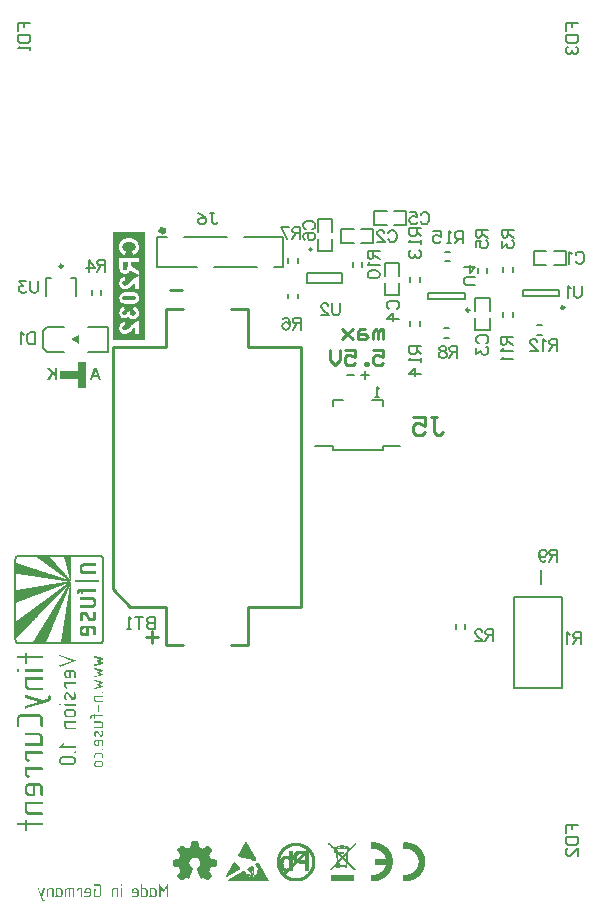
<source format=gbr>
G04 Layer_Color=32896*
%FSLAX45Y45*%
%MOMM*%
%TF.FileFunction,Legend,Bot*%
%TF.Part,Single*%
G01*
G75*
%TA.AperFunction,NonConductor*%
%ADD44C,0.50000*%
%ADD45C,0.12700*%
%ADD46C,0.25000*%
%ADD47C,0.20000*%
%ADD48C,0.15000*%
%ADD49C,0.25400*%
%ADD50C,0.01270*%
%ADD51C,0.20320*%
%ADD52C,0.20300*%
%ADD53R,1.75001X0.75001*%
%ADD54R,0.75001X2.25003*%
G36*
X596342Y2061163D02*
X598588Y2060939D01*
X601507Y2060265D01*
X604875Y2059367D01*
X608243Y2057795D01*
X611611Y2055774D01*
X614979Y2052855D01*
X615428Y2052406D01*
X616326Y2051284D01*
X617449Y2049487D01*
X619020Y2047242D01*
X620592Y2044323D01*
X621715Y2040730D01*
X622613Y2036913D01*
X623062Y2032647D01*
Y1996721D01*
Y1996497D01*
Y1996048D01*
X622837Y1994701D01*
X622164Y1993129D01*
X621041Y1991557D01*
X620592Y1991333D01*
X619469Y1990434D01*
X617898Y1989761D01*
X616101Y1989536D01*
X615652D01*
X614305Y1989761D01*
X612509Y1990210D01*
X610937Y1991333D01*
X610713Y1991557D01*
X609814Y1992680D01*
X609141Y1994252D01*
X608916Y1996721D01*
Y2032647D01*
Y2032872D01*
Y2033545D01*
X608692Y2034668D01*
X608467Y2036240D01*
X607794Y2037812D01*
X607120Y2039383D01*
X605997Y2041180D01*
X604650Y2042751D01*
X604426Y2042976D01*
X603976Y2043425D01*
X603078Y2044099D01*
X601731Y2044772D01*
X600159Y2045446D01*
X598588Y2046119D01*
X596567Y2046568D01*
X594321Y2046793D01*
X580176D01*
Y1996721D01*
Y1996497D01*
X579951Y1995599D01*
X579727Y1994476D01*
X579277Y1993129D01*
X578379Y1991782D01*
X577032Y1990659D01*
X575460Y1989761D01*
X572990Y1989536D01*
X550088D01*
X549190Y1989761D01*
X546944Y1989985D01*
X544250Y1990659D01*
X541106Y1991557D01*
X537738Y1993129D01*
X534146Y1995150D01*
X531002Y1997844D01*
X530553Y1998293D01*
X529655Y1999416D01*
X528308Y2001212D01*
X526736Y2003458D01*
X525389Y2006376D01*
X524042Y2009969D01*
X523143Y2014011D01*
X522694Y2018277D01*
Y2032647D01*
Y2032872D01*
Y2033096D01*
Y2033770D01*
X522919Y2034668D01*
X523143Y2036913D01*
X523817Y2039608D01*
X524715Y2042751D01*
X526287Y2046119D01*
X528308Y2049487D01*
X531227Y2052855D01*
X531676Y2053305D01*
X532574Y2054203D01*
X534370Y2055550D01*
X536840Y2057122D01*
X539759Y2058693D01*
X543127Y2060041D01*
X546944Y2060939D01*
X551210Y2061388D01*
X595444D01*
X596342Y2061163D01*
D02*
G37*
G36*
X617898Y1960796D02*
X619694Y1960122D01*
X621266Y1958775D01*
X621490Y1958326D01*
X622164Y1957203D01*
X622837Y1955631D01*
X623062Y1953611D01*
Y1953386D01*
Y1953161D01*
X622837Y1951814D01*
X622388Y1950018D01*
X621490Y1948446D01*
X621041Y1948222D01*
X620143Y1947324D01*
X618347Y1946650D01*
X616101Y1946425D01*
X537065D01*
Y1925094D01*
Y1924870D01*
Y1924645D01*
X537289Y1923298D01*
X537963Y1921502D01*
X539086Y1919930D01*
X539535Y1919706D01*
X540433Y1918807D01*
X542005Y1918134D01*
X544250Y1917909D01*
X544699D01*
X546046Y1917685D01*
X547842Y1917011D01*
X549414Y1915664D01*
X549639Y1915215D01*
X550312Y1914092D01*
X550986Y1912520D01*
X551210Y1910500D01*
Y1910275D01*
Y1910051D01*
X550986Y1908703D01*
X550537Y1906907D01*
X549414Y1905335D01*
X548965Y1905111D01*
X548067Y1904213D01*
X546495Y1903539D01*
X544250Y1903314D01*
X542678D01*
X541555Y1903539D01*
X538861Y1903988D01*
X535942Y1905111D01*
X535717D01*
X535268Y1905335D01*
X534595Y1905784D01*
X533472Y1906233D01*
X531227Y1907805D01*
X528981Y1909826D01*
X528757Y1910051D01*
X528532Y1910275D01*
X527859Y1910949D01*
X527410Y1911847D01*
X525838Y1914092D01*
X524491Y1916787D01*
Y1917011D01*
X524266Y1917460D01*
X523817Y1918134D01*
X523593Y1919257D01*
X522919Y1921951D01*
X522694Y1925094D01*
Y1953611D01*
Y1953835D01*
Y1954733D01*
X523143Y1955856D01*
X523593Y1957203D01*
X524491Y1958775D01*
X525613Y1959898D01*
X527410Y1960796D01*
X529880Y1961020D01*
X616550D01*
X617898Y1960796D01*
D02*
G37*
G36*
X200841Y789436D02*
X203302Y788381D01*
X206114Y786624D01*
X206465Y785921D01*
X207520Y784515D01*
X208926Y781702D01*
X209278Y778187D01*
Y766938D01*
X333721D01*
X335831Y766586D01*
X338643Y765532D01*
X341104Y763774D01*
X341455Y763071D01*
X342510Y761665D01*
X343564Y758852D01*
X343916Y755689D01*
Y755337D01*
Y754986D01*
X343564Y752876D01*
X342861Y750416D01*
X341455Y747955D01*
X340752Y747603D01*
X339346Y746197D01*
X336534Y745143D01*
X333018Y744791D01*
X209278D01*
Y710692D01*
Y710340D01*
Y709637D01*
X208926Y707528D01*
X207872Y705067D01*
X205762Y702607D01*
X205059Y702255D01*
X203302Y700849D01*
X200841Y699794D01*
X198029Y699443D01*
X197325D01*
X195216Y699794D01*
X192404Y700497D01*
X189943Y702255D01*
X189592Y702607D01*
X188186Y704364D01*
X187131Y706825D01*
X186779Y710692D01*
Y744791D01*
X129479D01*
X127370Y745143D01*
X124558Y746197D01*
X122097Y747955D01*
X121745Y748658D01*
X120339Y750064D01*
X119284Y752525D01*
X118933Y755689D01*
Y756040D01*
Y756392D01*
X119284Y758501D01*
X120339Y761313D01*
X122097Y763774D01*
X122800Y764125D01*
X124206Y765180D01*
X127018Y766586D01*
X130534Y766938D01*
X186779D01*
Y778187D01*
Y778538D01*
Y779242D01*
X187131Y781351D01*
X188186Y784163D01*
X190295Y786975D01*
X190998Y787327D01*
X192404Y788381D01*
X194865Y789436D01*
X198029Y789788D01*
X198732D01*
X200841Y789436D01*
D02*
G37*
G36*
X488116Y2190496D02*
X489014Y2190271D01*
X616775Y2147161D01*
X617000Y2146936D01*
X617673Y2146711D01*
X618796Y2146262D01*
X619918Y2145364D01*
X621041Y2144466D01*
X622164Y2143343D01*
X622837Y2141772D01*
X623062Y2140200D01*
Y2139975D01*
Y2139526D01*
X622613Y2138628D01*
X622164Y2137730D01*
X621490Y2136607D01*
X620368Y2135485D01*
X618796Y2134362D01*
X616775Y2133464D01*
X489014Y2090353D01*
X488789D01*
X488565Y2090128D01*
X485871D01*
X484523Y2090353D01*
X482952Y2091027D01*
X481380Y2092374D01*
X481155Y2092823D01*
X480257Y2093721D01*
X479583Y2095293D01*
X479359Y2097314D01*
Y2097763D01*
X479583Y2098661D01*
X479808Y2100008D01*
X480706Y2101355D01*
X480931Y2101580D01*
X481604Y2102253D01*
X482952Y2103151D01*
X484523Y2103825D01*
X592076Y2140200D01*
X484523Y2176575D01*
X484299D01*
X484074Y2176799D01*
X482727Y2177248D01*
X481380Y2178371D01*
X480033Y2180167D01*
X479808Y2180392D01*
X479583Y2181290D01*
X479359Y2182188D01*
Y2183311D01*
Y2183535D01*
Y2183760D01*
X479583Y2184883D01*
X480257Y2186679D01*
X481380Y2188475D01*
X481829Y2188924D01*
X482727Y2189598D01*
X484299Y2190271D01*
X486320Y2190721D01*
X487667D01*
X488116Y2190496D01*
D02*
G37*
G36*
X488565Y1774206D02*
X490137Y1773533D01*
X491933Y1772410D01*
X492158Y1771961D01*
X492831Y1770838D01*
X493729Y1769266D01*
X493954Y1767021D01*
Y1766797D01*
Y1766572D01*
X493729Y1765225D01*
X493056Y1763653D01*
X491933Y1762081D01*
X491484Y1761632D01*
X490361Y1760959D01*
X488789Y1760285D01*
X486769Y1759836D01*
X486320D01*
X484972Y1760060D01*
X483176Y1760734D01*
X481604Y1762081D01*
X481155Y1762530D01*
X480482Y1763429D01*
X479808Y1765000D01*
X479359Y1767021D01*
Y1767246D01*
Y1767470D01*
X479583Y1768817D01*
X480257Y1770614D01*
X481604Y1772410D01*
X482053Y1772635D01*
X482952Y1773308D01*
X484523Y1774206D01*
X486769Y1774431D01*
X487218D01*
X488565Y1774206D01*
D02*
G37*
G36*
X593872Y1731095D02*
X596342Y1730871D01*
X599486Y1730197D01*
X602854Y1729075D01*
X606671Y1727503D01*
X610488Y1725257D01*
X614081Y1722114D01*
X614530Y1721665D01*
X615428Y1720318D01*
X617000Y1718521D01*
X618571Y1715827D01*
X620143Y1712459D01*
X621715Y1708642D01*
X622613Y1704376D01*
X623062Y1699660D01*
Y1690903D01*
Y1690679D01*
Y1690230D01*
Y1689556D01*
X622837Y1688658D01*
X622613Y1686188D01*
X621939Y1683045D01*
X620817Y1679677D01*
X619245Y1675859D01*
X617000Y1672267D01*
X614081Y1668674D01*
X613631Y1668225D01*
X612509Y1667327D01*
X610488Y1665755D01*
X607794Y1663959D01*
X604650Y1662387D01*
X600608Y1660816D01*
X596342Y1659917D01*
X591627Y1659468D01*
X552782D01*
X551884Y1659693D01*
X549414Y1659917D01*
X546495Y1660591D01*
X542903Y1661714D01*
X539310Y1663285D01*
X535493Y1665531D01*
X531900Y1668674D01*
X531451Y1669123D01*
X530553Y1670246D01*
X528981Y1672267D01*
X527185Y1674961D01*
X525613Y1678105D01*
X524042Y1681922D01*
X523143Y1686188D01*
X522694Y1690903D01*
Y1699660D01*
Y1699885D01*
Y1700334D01*
Y1701008D01*
X522919Y1701906D01*
X523143Y1704151D01*
X523817Y1707295D01*
X524940Y1710663D01*
X526512Y1714480D01*
X528757Y1718297D01*
X531900Y1722114D01*
X532349Y1722563D01*
X533472Y1723461D01*
X535493Y1725033D01*
X538187Y1726605D01*
X541331Y1728401D01*
X545148Y1729973D01*
X549414Y1730871D01*
X554129Y1731320D01*
X592974D01*
X593872Y1731095D01*
D02*
G37*
G36*
X610488Y1873676D02*
X611835Y1873227D01*
X613631Y1871879D01*
X614754Y1870532D01*
X615203Y1870083D01*
Y1869859D01*
X617898Y1864470D01*
X619694Y1859305D01*
X621041Y1854366D01*
X622164Y1849875D01*
X622613Y1845833D01*
X622837Y1844261D01*
Y1842914D01*
X623062Y1841792D01*
Y1840893D01*
Y1840444D01*
Y1840220D01*
X622613Y1834382D01*
X621715Y1829218D01*
X620368Y1824502D01*
X618796Y1820236D01*
X617449Y1816868D01*
X616775Y1815521D01*
X616101Y1814398D01*
X615428Y1813500D01*
X615203Y1812602D01*
X614754Y1812377D01*
Y1812153D01*
X612509Y1809458D01*
X610263Y1807438D01*
X609365Y1806764D01*
X608467Y1806315D01*
X608018Y1805866D01*
X607794D01*
X604426Y1804519D01*
X601282Y1803845D01*
X599935Y1803620D01*
X598139D01*
X594770Y1803845D01*
X591627Y1804519D01*
X590504Y1804968D01*
X589606Y1805417D01*
X588933Y1805641D01*
X588708D01*
X586912Y1806539D01*
X585564Y1807438D01*
X583095Y1809683D01*
X582196Y1810806D01*
X581523Y1811704D01*
X581298Y1812153D01*
X581074Y1812377D01*
X550986Y1858183D01*
X549863Y1859305D01*
X548741Y1859979D01*
X547618Y1860204D01*
X547169D01*
X545373Y1859979D01*
X544025Y1859081D01*
X543127Y1858407D01*
X542903Y1858183D01*
X541106Y1854815D01*
X539759Y1851447D01*
X538636Y1848079D01*
X537963Y1844935D01*
X537514Y1842241D01*
X537289Y1839995D01*
Y1839097D01*
Y1838424D01*
Y1838199D01*
Y1837974D01*
X537514Y1833484D01*
X538187Y1829218D01*
X539310Y1824951D01*
X540433Y1821359D01*
X541555Y1817991D01*
X542678Y1815745D01*
X542903Y1814623D01*
X543352Y1813949D01*
X543576Y1813725D01*
Y1813500D01*
X544025Y1812377D01*
X544250Y1811255D01*
Y1810357D01*
Y1810132D01*
X543801Y1808111D01*
X543127Y1806764D01*
X542454Y1805641D01*
X542005Y1805417D01*
X540208Y1804294D01*
X538636Y1803620D01*
X537289Y1803396D01*
X536840D01*
X535268Y1803620D01*
X534146Y1804070D01*
X532125Y1805192D01*
X531002Y1806539D01*
X530553Y1806989D01*
Y1807213D01*
X528083Y1812826D01*
X526062Y1818440D01*
X524715Y1823604D01*
X523817Y1828319D01*
X523593Y1830340D01*
X523368Y1832361D01*
X523143Y1833933D01*
X522919Y1835280D01*
Y1836403D01*
Y1837301D01*
Y1837750D01*
Y1837974D01*
X523368Y1844037D01*
X524266Y1849426D01*
X525613Y1854141D01*
X526961Y1858183D01*
X528532Y1861551D01*
X529206Y1862898D01*
X529880Y1864021D01*
X530553Y1864919D01*
X530778Y1865592D01*
X531227Y1865817D01*
Y1866041D01*
X533248Y1868511D01*
X535493Y1870308D01*
X536391Y1870981D01*
X537289Y1871430D01*
X537738Y1871879D01*
X537963D01*
X541106Y1873002D01*
X544025Y1873676D01*
X545148D01*
X546046Y1873900D01*
X546944D01*
X550312Y1873676D01*
X553231Y1873002D01*
X554579Y1872553D01*
X555477Y1872328D01*
X555926Y1872104D01*
X556150D01*
X559069Y1870308D01*
X561315Y1868287D01*
X561988Y1867389D01*
X562662Y1866715D01*
X562886Y1866266D01*
X563111Y1866041D01*
X593199Y1820236D01*
X593872Y1819338D01*
X594546Y1818889D01*
X596118Y1817991D01*
X597465Y1817766D01*
X599037D01*
X600159Y1818215D01*
X601731Y1818889D01*
X602629Y1819787D01*
X602854Y1820012D01*
Y1820236D01*
X604875Y1823604D01*
X606222Y1826972D01*
X607344Y1830340D01*
X608018Y1833484D01*
X608467Y1836178D01*
X608692Y1838424D01*
Y1839771D01*
Y1839995D01*
Y1840220D01*
X608467Y1844486D01*
X607794Y1848752D01*
X606671Y1852569D01*
X605548Y1855937D01*
X604650Y1858856D01*
X603527Y1860877D01*
X603078Y1861775D01*
X602854Y1862449D01*
X602629Y1862673D01*
Y1862898D01*
X601956Y1864470D01*
X601731Y1865592D01*
X601507Y1866491D01*
Y1866715D01*
Y1867838D01*
X601956Y1868736D01*
X602629Y1870308D01*
X603527Y1871430D01*
X603752Y1871879D01*
X603976D01*
X605773Y1873002D01*
X607344Y1873676D01*
X608692Y1873900D01*
X609141D01*
X610488Y1873676D01*
D02*
G37*
G36*
X617898Y1774206D02*
X619694Y1773533D01*
X621266Y1772185D01*
X621490Y1771736D01*
X622164Y1770614D01*
X622837Y1769042D01*
X623062Y1767021D01*
Y1766797D01*
Y1766572D01*
X622837Y1765225D01*
X622388Y1763429D01*
X621490Y1761857D01*
X621041Y1761632D01*
X620143Y1760734D01*
X618347Y1760060D01*
X616101Y1759836D01*
X529206D01*
X527859Y1760060D01*
X526062Y1760734D01*
X524491Y1762081D01*
X524266Y1762530D01*
X523593Y1763429D01*
X522919Y1765000D01*
X522694Y1767021D01*
Y1767246D01*
Y1767470D01*
X522919Y1768817D01*
X523593Y1770614D01*
X524715Y1772410D01*
X524940Y1772635D01*
X526062Y1773308D01*
X527634Y1774206D01*
X529880Y1774431D01*
X616550D01*
X617898Y1774206D01*
D02*
G37*
G36*
X335831Y946573D02*
X338643Y945518D01*
X341104Y943409D01*
X341455Y942706D01*
X342510Y940948D01*
X343564Y938487D01*
X343916Y935324D01*
Y934972D01*
Y934620D01*
X343564Y932511D01*
X342861Y929699D01*
X341455Y927238D01*
X340752Y926887D01*
X339346Y925480D01*
X336534Y924426D01*
X333018Y924074D01*
X209278D01*
Y879429D01*
Y879078D01*
Y877672D01*
X209629Y875914D01*
X209981Y873805D01*
X211035Y871344D01*
X212090Y868532D01*
X213848Y865719D01*
X215957Y863259D01*
X216308Y862907D01*
X217012Y862204D01*
X218418Y861149D01*
X220175Y859743D01*
X222636Y858689D01*
X225097Y857634D01*
X228261Y856931D01*
X231424Y856579D01*
X333721D01*
X335831Y856228D01*
X338643Y855173D01*
X341104Y853416D01*
X341455Y852713D01*
X342510Y851306D01*
X343564Y848846D01*
X343916Y845682D01*
Y845330D01*
Y844979D01*
X343564Y842870D01*
X342861Y840057D01*
X341455Y837596D01*
X340752Y837245D01*
X339346Y835839D01*
X336534Y834784D01*
X333018Y834433D01*
X229667D01*
X228261Y834784D01*
X224745Y835136D01*
X220527Y836190D01*
X215605Y837596D01*
X210332Y840057D01*
X204708Y843221D01*
X199786Y847440D01*
X199083Y848143D01*
X197677Y849900D01*
X195568Y852713D01*
X193107Y856228D01*
X190998Y860798D01*
X188889Y866422D01*
X187482Y872750D01*
X186779Y879429D01*
Y935324D01*
Y935675D01*
Y937081D01*
X187482Y938839D01*
X188186Y940948D01*
X189592Y943409D01*
X191349Y945167D01*
X194162Y946573D01*
X198029Y946924D01*
X333721D01*
X335831Y946573D01*
D02*
G37*
G36*
X201192Y1847208D02*
X343213Y1803617D01*
X380827Y1815570D01*
X381179D01*
X382233Y1815921D01*
X383288Y1816624D01*
X384694Y1817679D01*
X386452Y1819085D01*
X387506Y1820843D01*
X388561Y1822952D01*
X388913Y1825413D01*
Y1836310D01*
Y1836662D01*
Y1837365D01*
X389264Y1839474D01*
X390319Y1842286D01*
X392076Y1844747D01*
X392780Y1845099D01*
X394186Y1845802D01*
X396646Y1846856D01*
X400162Y1847208D01*
X400865D01*
X402974Y1846856D01*
X405435Y1846153D01*
X407896Y1844396D01*
X408247Y1843693D01*
X409302Y1842286D01*
X410708Y1839826D01*
X411059Y1836310D01*
Y1825061D01*
Y1824710D01*
Y1823303D01*
X410708Y1821194D01*
X410356Y1818382D01*
X409302Y1815218D01*
X408247Y1812054D01*
X406489Y1808539D01*
X404380Y1805375D01*
X404029Y1805024D01*
X403326Y1803969D01*
X401919Y1802563D01*
X399810Y1800805D01*
X397349Y1798696D01*
X394537Y1796938D01*
X391373Y1795181D01*
X387506Y1794126D01*
X201192Y1735419D01*
X200841D01*
X199786Y1735068D01*
X198380Y1734716D01*
X196622D01*
X194513Y1735068D01*
X192052Y1736123D01*
X189592Y1738232D01*
X189240Y1738935D01*
X187834Y1740692D01*
X186779Y1743153D01*
X186428Y1746669D01*
Y1747020D01*
Y1748075D01*
X186779Y1749481D01*
X187482Y1750887D01*
X188537Y1752645D01*
X189943Y1754402D01*
X191701Y1756160D01*
X194513Y1757215D01*
X304896Y1791665D01*
X194513Y1825413D01*
X194162D01*
X193107Y1826116D01*
X192052Y1826819D01*
X190295Y1827873D01*
X188889Y1829280D01*
X187834Y1831037D01*
X186779Y1833498D01*
X186428Y1836310D01*
Y1836662D01*
Y1837013D01*
X186779Y1839123D01*
X187834Y1841583D01*
X189592Y1844396D01*
X189943Y1844747D01*
X191701Y1845802D01*
X194162Y1847208D01*
X197325Y1847559D01*
X199435D01*
X201192Y1847208D01*
D02*
G37*
G36*
X302083Y1687962D02*
X305599Y1687611D01*
X310169Y1686556D01*
X315442Y1685150D01*
X320715Y1682689D01*
X325988Y1679525D01*
X331261Y1674955D01*
X331964Y1674252D01*
X333370Y1672494D01*
X335128Y1669682D01*
X337588Y1666167D01*
X340049Y1661597D01*
X341807Y1655972D01*
X343213Y1649996D01*
X343916Y1643317D01*
Y1587071D01*
Y1586720D01*
Y1586017D01*
X343564Y1583907D01*
X342510Y1581447D01*
X340752Y1578986D01*
X340049Y1578634D01*
X338291Y1577228D01*
X335831Y1576174D01*
X333018Y1575822D01*
X332315D01*
X330206Y1576174D01*
X327394Y1576877D01*
X324933Y1578634D01*
X324582Y1578986D01*
X323175Y1580744D01*
X322121Y1583204D01*
X321769Y1587071D01*
Y1643317D01*
Y1643669D01*
Y1644723D01*
X321418Y1646481D01*
X321066Y1648942D01*
X320012Y1651402D01*
X318957Y1653863D01*
X317199Y1656675D01*
X315090Y1659136D01*
X314739Y1659488D01*
X314035Y1660191D01*
X312629Y1661245D01*
X310520Y1662300D01*
X308059Y1663355D01*
X305599Y1664409D01*
X302435Y1665112D01*
X298919Y1665464D01*
X162523D01*
X160766Y1665112D01*
X158657Y1664761D01*
X155844Y1664058D01*
X153383Y1662651D01*
X150571Y1661245D01*
X148110Y1659136D01*
X147759Y1658785D01*
X147056Y1658082D01*
X146001Y1656675D01*
X144947Y1654918D01*
X143892Y1652457D01*
X142837Y1649645D01*
X142134Y1646832D01*
X141783Y1643317D01*
Y1587071D01*
Y1586720D01*
Y1586017D01*
X141431Y1583907D01*
X140377Y1581447D01*
X138267Y1578986D01*
X137564Y1578634D01*
X135807Y1577228D01*
X133346Y1576174D01*
X130534Y1575822D01*
X129831D01*
X127721Y1576174D01*
X124909Y1576877D01*
X122448Y1578634D01*
X121745Y1578986D01*
X120691Y1580744D01*
X119636Y1583204D01*
X118933Y1587071D01*
Y1643317D01*
Y1643669D01*
Y1644020D01*
Y1645075D01*
X119284Y1646481D01*
X119636Y1649996D01*
X120691Y1654215D01*
X122097Y1659136D01*
X124558Y1664761D01*
X127721Y1670034D01*
X132291Y1675307D01*
X132994Y1676010D01*
X134752Y1677416D01*
X137564Y1679525D01*
X141080Y1681634D01*
X145650Y1684095D01*
X151274Y1686204D01*
X157602Y1687611D01*
X164281Y1688314D01*
X300677D01*
X302083Y1687962D01*
D02*
G37*
G36*
X133346Y2069730D02*
X135807Y2068676D01*
X138619Y2066918D01*
X138971Y2066215D01*
X140025Y2064457D01*
X141431Y2061996D01*
X141783Y2058481D01*
Y2058129D01*
Y2057778D01*
X141431Y2055669D01*
X140377Y2053208D01*
X138619Y2050747D01*
X137916Y2050044D01*
X136158Y2048990D01*
X133697Y2047935D01*
X130534Y2047232D01*
X129831D01*
X127721Y2047583D01*
X124909Y2048638D01*
X122448Y2050747D01*
X121745Y2051450D01*
X120691Y2052856D01*
X119636Y2055317D01*
X118933Y2058481D01*
Y2058833D01*
Y2059184D01*
X119284Y2061293D01*
X120339Y2064106D01*
X122448Y2066918D01*
X123151Y2067269D01*
X124558Y2068324D01*
X127018Y2069730D01*
X130534Y2070082D01*
X131237D01*
X133346Y2069730D01*
D02*
G37*
G36*
X335831Y2002235D02*
X338643Y2001181D01*
X341104Y1999071D01*
X341455Y1998368D01*
X342510Y1996611D01*
X343564Y1994150D01*
X343916Y1990986D01*
Y1990635D01*
Y1990283D01*
X343564Y1988174D01*
X342861Y1985362D01*
X341455Y1982901D01*
X340752Y1982549D01*
X339346Y1981143D01*
X336534Y1980088D01*
X333018Y1979737D01*
X209278D01*
Y1935092D01*
Y1934740D01*
Y1933334D01*
X209629Y1931577D01*
X209981Y1929467D01*
X211035Y1927007D01*
X212090Y1924194D01*
X213848Y1921382D01*
X215957Y1918921D01*
X216308Y1918570D01*
X217012Y1917867D01*
X218418Y1916812D01*
X220175Y1915406D01*
X222636Y1914351D01*
X225097Y1913297D01*
X228261Y1912594D01*
X231424Y1912242D01*
X333721D01*
X335831Y1911891D01*
X338643Y1910836D01*
X341104Y1909078D01*
X341455Y1908375D01*
X342510Y1906969D01*
X343564Y1904508D01*
X343916Y1901344D01*
Y1900993D01*
Y1900641D01*
X343564Y1898532D01*
X342861Y1895720D01*
X341455Y1893259D01*
X340752Y1892908D01*
X339346Y1891501D01*
X336534Y1890447D01*
X333018Y1890095D01*
X229667D01*
X228261Y1890447D01*
X224745Y1890798D01*
X220527Y1891853D01*
X215605Y1893259D01*
X210332Y1895720D01*
X204708Y1898884D01*
X199786Y1903102D01*
X199083Y1903805D01*
X197677Y1905563D01*
X195568Y1908375D01*
X193107Y1911891D01*
X190998Y1916460D01*
X188889Y1922085D01*
X187482Y1928413D01*
X186779Y1935092D01*
Y1990986D01*
Y1991338D01*
Y1992744D01*
X187482Y1994501D01*
X188186Y1996611D01*
X189592Y1999071D01*
X191349Y2000829D01*
X194162Y2002235D01*
X198029Y2002587D01*
X333721D01*
X335831Y2002235D01*
D02*
G37*
G36*
Y1238699D02*
X338643Y1237644D01*
X341104Y1235535D01*
X341455Y1234832D01*
X342510Y1233074D01*
X343564Y1230614D01*
X343916Y1227450D01*
Y1227098D01*
Y1226747D01*
X343564Y1224638D01*
X342861Y1221825D01*
X341455Y1219365D01*
X340752Y1219013D01*
X339346Y1217607D01*
X336534Y1216552D01*
X333018Y1216201D01*
X209278D01*
Y1182805D01*
Y1182453D01*
Y1182102D01*
X209629Y1179993D01*
X210684Y1177180D01*
X212442Y1174720D01*
X213145Y1174368D01*
X214551Y1172962D01*
X217012Y1171907D01*
X220527Y1171556D01*
X221230D01*
X223339Y1171204D01*
X226151Y1170150D01*
X228612Y1168040D01*
X228964Y1167337D01*
X230018Y1165580D01*
X231073Y1163119D01*
X231424Y1159955D01*
Y1159603D01*
Y1159252D01*
X231073Y1157143D01*
X230370Y1154330D01*
X228612Y1151870D01*
X227909Y1151518D01*
X226503Y1150112D01*
X224042Y1149057D01*
X220527Y1148706D01*
X218066D01*
X216308Y1149057D01*
X212090Y1149760D01*
X207520Y1151518D01*
X207168D01*
X206465Y1151870D01*
X205411Y1152573D01*
X203653Y1153276D01*
X200138Y1155737D01*
X196622Y1158900D01*
X196271Y1159252D01*
X195919Y1159603D01*
X194865Y1160658D01*
X194162Y1162064D01*
X191701Y1165580D01*
X189592Y1169798D01*
Y1170150D01*
X189240Y1170853D01*
X188537Y1171907D01*
X188186Y1173665D01*
X187131Y1177883D01*
X186779Y1182805D01*
Y1227450D01*
Y1227801D01*
Y1229208D01*
X187482Y1230965D01*
X188186Y1233074D01*
X189592Y1235535D01*
X191349Y1237293D01*
X194162Y1238699D01*
X198029Y1239051D01*
X333721D01*
X335831Y1238699D01*
D02*
G37*
G36*
X302083Y1103709D02*
X305599Y1103358D01*
X310169Y1102303D01*
X315442Y1100897D01*
X320715Y1098436D01*
X325988Y1095272D01*
X331261Y1090702D01*
X331964Y1089999D01*
X333370Y1088242D01*
X335128Y1085429D01*
X337588Y1081914D01*
X340049Y1077344D01*
X341807Y1071719D01*
X343213Y1065743D01*
X343916Y1059064D01*
Y1002818D01*
Y1002467D01*
Y1001764D01*
X343564Y999655D01*
X342510Y997194D01*
X340752Y994733D01*
X340049Y994382D01*
X338291Y992975D01*
X335831Y991921D01*
X333018Y991569D01*
X332315D01*
X330206Y991921D01*
X327394Y992624D01*
X324933Y994382D01*
X324582Y994733D01*
X323175Y996491D01*
X322121Y998952D01*
X321769Y1002818D01*
Y1059064D01*
Y1059416D01*
Y1060470D01*
X321418Y1062228D01*
X321066Y1064689D01*
X320012Y1067150D01*
X318957Y1069610D01*
X317199Y1072423D01*
X315090Y1074883D01*
X314739Y1075235D01*
X314035Y1075938D01*
X312629Y1076993D01*
X310520Y1078047D01*
X308059Y1079102D01*
X305599Y1080156D01*
X302435Y1080859D01*
X298919Y1081211D01*
X276773D01*
Y1002818D01*
Y1002467D01*
X276421Y1001061D01*
X276070Y999303D01*
X275366Y997194D01*
X273960Y995085D01*
X271851Y993327D01*
X269390Y991921D01*
X265523Y991569D01*
X229667D01*
X228261Y991921D01*
X224745Y992272D01*
X220527Y993327D01*
X215605Y994733D01*
X210332Y997194D01*
X204708Y1000358D01*
X199786Y1004576D01*
X199083Y1005279D01*
X197677Y1007037D01*
X195568Y1009849D01*
X193107Y1013364D01*
X190998Y1017934D01*
X188889Y1023559D01*
X187482Y1029887D01*
X186779Y1036566D01*
Y1059064D01*
Y1059416D01*
Y1059767D01*
Y1060822D01*
X187131Y1062228D01*
X187482Y1065743D01*
X188537Y1069962D01*
X189943Y1074883D01*
X192404Y1080156D01*
X195568Y1085429D01*
X200138Y1090702D01*
X200841Y1091405D01*
X202247Y1092812D01*
X205059Y1094921D01*
X208926Y1097382D01*
X213496Y1099842D01*
X218769Y1101952D01*
X224745Y1103358D01*
X231424Y1104061D01*
X300677D01*
X302083Y1103709D01*
D02*
G37*
G36*
Y1530825D02*
X305599Y1530474D01*
X310169Y1529419D01*
X315442Y1528013D01*
X320715Y1525552D01*
X325988Y1522389D01*
X331261Y1517819D01*
X331964Y1517116D01*
X333370Y1515358D01*
X335128Y1512546D01*
X337588Y1509030D01*
X340049Y1504460D01*
X341807Y1498836D01*
X343213Y1492860D01*
X343916Y1486180D01*
Y1429935D01*
Y1429583D01*
X343564Y1428177D01*
X343213Y1426419D01*
X342510Y1424310D01*
X341104Y1422201D01*
X339346Y1420443D01*
X336534Y1419037D01*
X333018Y1418686D01*
X196974D01*
X194865Y1419037D01*
X192052Y1420092D01*
X189592Y1421849D01*
X189240Y1422552D01*
X188186Y1423959D01*
X187131Y1426419D01*
X186779Y1429935D01*
Y1430286D01*
Y1430638D01*
X187131Y1432747D01*
X188186Y1435208D01*
X189943Y1437668D01*
X190295Y1438020D01*
X192052Y1439075D01*
X194513Y1440481D01*
X198029Y1440832D01*
X321769D01*
Y1486180D01*
Y1486532D01*
Y1487587D01*
X321418Y1489344D01*
X321066Y1491805D01*
X320012Y1494266D01*
X318957Y1496726D01*
X317199Y1499539D01*
X315090Y1502000D01*
X314739Y1502351D01*
X314035Y1503054D01*
X312629Y1504109D01*
X310520Y1505163D01*
X308059Y1506218D01*
X305599Y1507273D01*
X302435Y1507976D01*
X298919Y1508327D01*
X196974D01*
X194865Y1508679D01*
X192052Y1509733D01*
X189592Y1511843D01*
X189240Y1512546D01*
X188186Y1513952D01*
X187131Y1516413D01*
X186779Y1519576D01*
Y1519928D01*
Y1520279D01*
X187131Y1522389D01*
X188186Y1525201D01*
X189943Y1528013D01*
X190295Y1528365D01*
X192052Y1529419D01*
X194513Y1530825D01*
X198029Y1531177D01*
X300677D01*
X302083Y1530825D01*
D02*
G37*
G36*
X335831Y1373689D02*
X338643Y1372634D01*
X341104Y1370525D01*
X341455Y1369822D01*
X342510Y1368064D01*
X343564Y1365604D01*
X343916Y1362440D01*
Y1362088D01*
Y1361737D01*
X343564Y1359627D01*
X342861Y1356815D01*
X341455Y1354354D01*
X340752Y1354003D01*
X339346Y1352597D01*
X336534Y1351542D01*
X333018Y1351191D01*
X209278D01*
Y1317795D01*
Y1317443D01*
Y1317092D01*
X209629Y1314982D01*
X210684Y1312170D01*
X212442Y1309709D01*
X213145Y1309358D01*
X214551Y1307952D01*
X217012Y1306897D01*
X220527Y1306546D01*
X221230D01*
X223339Y1306194D01*
X226151Y1305139D01*
X228612Y1303030D01*
X228964Y1302327D01*
X230018Y1300569D01*
X231073Y1298109D01*
X231424Y1294945D01*
Y1294593D01*
Y1294242D01*
X231073Y1292133D01*
X230370Y1289320D01*
X228612Y1286860D01*
X227909Y1286508D01*
X226503Y1285102D01*
X224042Y1284047D01*
X220527Y1283696D01*
X218066D01*
X216308Y1284047D01*
X212090Y1284750D01*
X207520Y1286508D01*
X207168D01*
X206465Y1286860D01*
X205411Y1287563D01*
X203653Y1288266D01*
X200138Y1290726D01*
X196622Y1293890D01*
X196271Y1294242D01*
X195919Y1294593D01*
X194865Y1295648D01*
X194162Y1297054D01*
X191701Y1300569D01*
X189592Y1304788D01*
Y1305139D01*
X189240Y1305842D01*
X188537Y1306897D01*
X188186Y1308655D01*
X187131Y1312873D01*
X186779Y1317795D01*
Y1362440D01*
Y1362791D01*
Y1364197D01*
X187482Y1365955D01*
X188186Y1368064D01*
X189592Y1370525D01*
X191349Y1372283D01*
X194162Y1373689D01*
X198029Y1374040D01*
X333721D01*
X335831Y1373689D01*
D02*
G37*
G36*
X833325Y1626224D02*
X835063Y1626050D01*
X837321Y1625529D01*
X839927Y1624834D01*
X842533Y1623618D01*
X845140Y1622054D01*
X847746Y1619796D01*
X848093Y1619448D01*
X848788Y1618579D01*
X849657Y1617190D01*
X850873Y1615452D01*
X852089Y1613194D01*
X852958Y1610414D01*
X853653Y1607460D01*
X854000Y1604159D01*
Y1576362D01*
Y1576188D01*
X853826Y1575493D01*
X853653Y1574624D01*
X853305Y1573582D01*
X852610Y1572539D01*
X851742Y1571671D01*
X850352Y1570976D01*
X848614Y1570802D01*
X781378D01*
X780336Y1570976D01*
X778946Y1571497D01*
X777730Y1572366D01*
X777556Y1572713D01*
X777035Y1573408D01*
X776514Y1574624D01*
X776340Y1576362D01*
Y1576535D01*
Y1576709D01*
X776514Y1577751D01*
X777035Y1578968D01*
X777904Y1580184D01*
X778077Y1580358D01*
X778946Y1580879D01*
X780162Y1581574D01*
X781900Y1581747D01*
X843055D01*
Y1604159D01*
Y1604333D01*
Y1604854D01*
X842881Y1605723D01*
X842707Y1606939D01*
X842186Y1608155D01*
X841665Y1609371D01*
X840796Y1610761D01*
X839754Y1611977D01*
X839580Y1612151D01*
X839233Y1612499D01*
X838538Y1613020D01*
X837495Y1613541D01*
X836279Y1614062D01*
X835063Y1614584D01*
X833499Y1614931D01*
X831762Y1615105D01*
X781378D01*
X780336Y1615278D01*
X778946Y1615800D01*
X777730Y1616842D01*
X777556Y1617190D01*
X777035Y1617884D01*
X776514Y1619101D01*
X776340Y1620664D01*
Y1620838D01*
Y1621012D01*
X776514Y1622054D01*
X777035Y1623444D01*
X777904Y1624834D01*
X778077Y1625008D01*
X778946Y1625529D01*
X780162Y1626224D01*
X781900Y1626398D01*
X832631D01*
X833325Y1626224D01*
D02*
G37*
G36*
X844271Y1547869D02*
X845313Y1547521D01*
X846703Y1546479D01*
X847572Y1545437D01*
X847919Y1545089D01*
Y1544915D01*
X850004Y1540746D01*
X851394Y1536750D01*
X852436Y1532928D01*
X853305Y1529453D01*
X853653Y1526326D01*
X853826Y1525109D01*
Y1524067D01*
X854000Y1523198D01*
Y1522503D01*
Y1522156D01*
Y1521982D01*
X853653Y1517465D01*
X852958Y1513469D01*
X851915Y1509821D01*
X850699Y1506520D01*
X849657Y1503914D01*
X849135Y1502871D01*
X848614Y1502003D01*
X848093Y1501308D01*
X847919Y1500613D01*
X847572Y1500439D01*
Y1500265D01*
X845834Y1498180D01*
X844097Y1496617D01*
X843402Y1496096D01*
X842707Y1495748D01*
X842360Y1495401D01*
X842186D01*
X839580Y1494358D01*
X837148Y1493837D01*
X836105Y1493663D01*
X834715D01*
X832109Y1493837D01*
X829677Y1494358D01*
X828808Y1494706D01*
X828113Y1495053D01*
X827592Y1495227D01*
X827418D01*
X826029Y1495922D01*
X824986Y1496617D01*
X823075Y1498354D01*
X822380Y1499223D01*
X821859Y1499918D01*
X821685Y1500265D01*
X821511Y1500439D01*
X798231Y1535881D01*
X797362Y1536750D01*
X796493Y1537271D01*
X795625Y1537445D01*
X795277D01*
X793887Y1537271D01*
X792845Y1536576D01*
X792150Y1536055D01*
X791976Y1535881D01*
X790586Y1533275D01*
X789544Y1530669D01*
X788675Y1528063D01*
X788154Y1525631D01*
X787807Y1523546D01*
X787633Y1521808D01*
Y1521114D01*
Y1520592D01*
Y1520419D01*
Y1520245D01*
X787807Y1516770D01*
X788328Y1513469D01*
X789197Y1510168D01*
X790065Y1507388D01*
X790934Y1504782D01*
X791803Y1503045D01*
X791976Y1502176D01*
X792324Y1501655D01*
X792498Y1501481D01*
Y1501308D01*
X792845Y1500439D01*
X793019Y1499570D01*
Y1498875D01*
Y1498702D01*
X792671Y1497138D01*
X792150Y1496096D01*
X791629Y1495227D01*
X791281Y1495053D01*
X789891Y1494184D01*
X788675Y1493663D01*
X787633Y1493490D01*
X787285D01*
X786069Y1493663D01*
X785201Y1494011D01*
X783637Y1494879D01*
X782768Y1495922D01*
X782421Y1496269D01*
Y1496443D01*
X780510Y1500786D01*
X778946Y1505130D01*
X777904Y1509126D01*
X777209Y1512774D01*
X777035Y1514338D01*
X776861Y1515901D01*
X776688Y1517118D01*
X776514Y1518160D01*
Y1519029D01*
Y1519724D01*
Y1520071D01*
Y1520245D01*
X776861Y1524936D01*
X777556Y1529105D01*
X778599Y1532754D01*
X779641Y1535881D01*
X780857Y1538487D01*
X781378Y1539530D01*
X781900Y1540398D01*
X782421Y1541093D01*
X782595Y1541614D01*
X782942Y1541788D01*
Y1541962D01*
X784506Y1543873D01*
X786243Y1545263D01*
X786938Y1545784D01*
X787633Y1546132D01*
X787980Y1546479D01*
X788154D01*
X790586Y1547348D01*
X792845Y1547869D01*
X793714D01*
X794409Y1548043D01*
X795104D01*
X797710Y1547869D01*
X799968Y1547348D01*
X801011Y1547000D01*
X801706Y1546826D01*
X802053Y1546653D01*
X802227D01*
X804485Y1545263D01*
X806223Y1543699D01*
X806744Y1543004D01*
X807265Y1542483D01*
X807439Y1542136D01*
X807613Y1541962D01*
X830893Y1506520D01*
X831414Y1505825D01*
X831936Y1505477D01*
X833152Y1504782D01*
X834194Y1504609D01*
X835410D01*
X836279Y1504956D01*
X837495Y1505477D01*
X838190Y1506172D01*
X838364Y1506346D01*
Y1506520D01*
X839927Y1509126D01*
X840970Y1511732D01*
X841839Y1514338D01*
X842360Y1516770D01*
X842707Y1518855D01*
X842881Y1520592D01*
Y1521635D01*
Y1521808D01*
Y1521982D01*
X842707Y1525283D01*
X842186Y1528584D01*
X841317Y1531538D01*
X840449Y1534144D01*
X839754Y1536402D01*
X838885Y1537966D01*
X838538Y1538661D01*
X838364Y1539182D01*
X838190Y1539356D01*
Y1539530D01*
X837669Y1540746D01*
X837495Y1541614D01*
X837321Y1542309D01*
Y1542483D01*
Y1543352D01*
X837669Y1544047D01*
X838190Y1545263D01*
X838885Y1546132D01*
X839059Y1546479D01*
X839233D01*
X840622Y1547348D01*
X841839Y1547869D01*
X842881Y1548043D01*
X843228D01*
X844271Y1547869D01*
D02*
G37*
G36*
X816647Y1765039D02*
X817863Y1764518D01*
X819253Y1763649D01*
X819427Y1763302D01*
X819948Y1762607D01*
X820643Y1761217D01*
X820816Y1759479D01*
Y1715177D01*
Y1715003D01*
Y1714655D01*
X820643Y1713613D01*
X820122Y1712397D01*
X819079Y1711181D01*
X818732Y1711007D01*
X817863Y1710312D01*
X816647Y1709791D01*
X815257Y1709617D01*
X814909D01*
X813867Y1709791D01*
X812477Y1710138D01*
X811261Y1711007D01*
X811087Y1711181D01*
X810392Y1712049D01*
X809871Y1713266D01*
X809697Y1715177D01*
Y1759479D01*
Y1759653D01*
Y1760001D01*
X809871Y1761043D01*
X810392Y1762433D01*
X811435Y1763823D01*
X811782Y1763996D01*
X812477Y1764518D01*
X813693Y1765039D01*
X815257Y1765213D01*
X815604D01*
X816647Y1765039D01*
D02*
G37*
G36*
X783290Y1692938D02*
X784506Y1692417D01*
X785896Y1691549D01*
X786069Y1691201D01*
X786591Y1690506D01*
X787285Y1689116D01*
X787459Y1687553D01*
Y1681819D01*
X848962D01*
X850004Y1681646D01*
X851394Y1681124D01*
X852610Y1680256D01*
X852784Y1679908D01*
X853305Y1679040D01*
X853826Y1677823D01*
X854000Y1676260D01*
Y1676086D01*
Y1675912D01*
X853826Y1674870D01*
X853479Y1673480D01*
X852784Y1672264D01*
X852436Y1672090D01*
X851742Y1671395D01*
X850352Y1670874D01*
X848614Y1670700D01*
X787459D01*
Y1654195D01*
Y1654022D01*
Y1653674D01*
X787285Y1652632D01*
X786764Y1651242D01*
X785722Y1650026D01*
X785374Y1649852D01*
X784506Y1649157D01*
X783290Y1648636D01*
X781900Y1648462D01*
X781552D01*
X780510Y1648636D01*
X779120Y1649157D01*
X777904Y1650026D01*
X777730Y1650199D01*
X777035Y1651068D01*
X776514Y1652284D01*
X776340Y1654195D01*
Y1670700D01*
X764352D01*
X763484Y1670527D01*
X762441Y1670353D01*
X761051Y1670005D01*
X759835Y1669310D01*
X758445Y1668615D01*
X757229Y1667573D01*
X757055Y1667399D01*
X756708Y1667052D01*
X756187Y1666357D01*
X755665Y1665314D01*
X755144Y1664272D01*
X754623Y1662882D01*
X754276Y1661318D01*
X754102Y1659755D01*
Y1654195D01*
Y1654022D01*
Y1653674D01*
X753928Y1652632D01*
X753407Y1651242D01*
X752365Y1650026D01*
X752017Y1649852D01*
X751148Y1649157D01*
X749932Y1648636D01*
X748542Y1648462D01*
X748195D01*
X747152Y1648636D01*
X745763Y1649157D01*
X744546Y1650026D01*
X744199Y1650199D01*
X743678Y1651068D01*
X743157Y1652284D01*
X742809Y1654195D01*
Y1659755D01*
Y1659929D01*
Y1660102D01*
Y1660624D01*
X742983Y1661318D01*
X743157Y1662882D01*
X743678Y1665141D01*
X744373Y1667573D01*
X745589Y1670179D01*
X747152Y1672785D01*
X749411Y1675391D01*
X749758Y1675739D01*
X750627Y1676434D01*
X752017Y1677476D01*
X753754Y1678518D01*
X756013Y1679735D01*
X758793Y1680777D01*
X761920Y1681472D01*
X765221Y1681819D01*
X776340D01*
Y1687553D01*
Y1687726D01*
Y1687900D01*
X776514Y1689116D01*
X777035Y1690332D01*
X778077Y1691722D01*
X778425Y1691896D01*
X779120Y1692417D01*
X780336Y1692938D01*
X781900Y1693112D01*
X782247D01*
X783290Y1692938D01*
D02*
G37*
G36*
X833325Y1359887D02*
X835063Y1359713D01*
X837321Y1359192D01*
X839927Y1358497D01*
X842533Y1357280D01*
X845140Y1355717D01*
X847746Y1353458D01*
X848093Y1353111D01*
X848788Y1352242D01*
X849657Y1350852D01*
X850873Y1349115D01*
X852089Y1346856D01*
X852958Y1344077D01*
X853653Y1341123D01*
X854000Y1337822D01*
Y1320970D01*
Y1320796D01*
Y1320448D01*
X853826Y1319406D01*
X853305Y1318190D01*
X852436Y1316974D01*
X852089Y1316800D01*
X851220Y1316105D01*
X850004Y1315584D01*
X848614Y1315410D01*
X848267D01*
X847224Y1315584D01*
X845834Y1315931D01*
X844618Y1316800D01*
X844445Y1316974D01*
X843750Y1317842D01*
X843228Y1319059D01*
X843055Y1320970D01*
Y1337822D01*
Y1337996D01*
Y1338517D01*
X842881Y1339386D01*
X842707Y1340602D01*
X842186Y1341818D01*
X841665Y1343034D01*
X840796Y1344424D01*
X839754Y1345640D01*
X839580Y1345814D01*
X839233Y1346161D01*
X838538Y1346683D01*
X837495Y1347204D01*
X836279Y1347725D01*
X835063Y1348246D01*
X833499Y1348594D01*
X831762Y1348767D01*
X797710D01*
X796841Y1348594D01*
X795799Y1348420D01*
X794582Y1348072D01*
X793192Y1347378D01*
X791976Y1346683D01*
X790760Y1345640D01*
X790586Y1345466D01*
X790239Y1345119D01*
X789718Y1344424D01*
X789023Y1343555D01*
X788502Y1342339D01*
X787980Y1340949D01*
X787633Y1339559D01*
X787459Y1337822D01*
Y1320970D01*
Y1320796D01*
Y1320448D01*
X787285Y1319406D01*
X786764Y1318190D01*
X785722Y1316974D01*
X785374Y1316800D01*
X784506Y1316105D01*
X783290Y1315584D01*
X781900Y1315410D01*
X781552D01*
X780510Y1315584D01*
X779120Y1315931D01*
X777904Y1316800D01*
X777730Y1316974D01*
X777035Y1317842D01*
X776514Y1319059D01*
X776340Y1320970D01*
Y1337822D01*
Y1337996D01*
Y1338170D01*
Y1338691D01*
X776514Y1339386D01*
X776688Y1341123D01*
X777209Y1343208D01*
X777904Y1345640D01*
X779120Y1348420D01*
X780683Y1351026D01*
X782942Y1353632D01*
X783290Y1353980D01*
X784158Y1354674D01*
X785374Y1355717D01*
X787285Y1356759D01*
X789544Y1357975D01*
X792150Y1359018D01*
X795104Y1359713D01*
X798405Y1360060D01*
X832631D01*
X833325Y1359887D01*
D02*
G37*
G36*
X831414Y1293172D02*
X833325Y1292998D01*
X835758Y1292477D01*
X838364Y1291608D01*
X841317Y1290392D01*
X844271Y1288655D01*
X847051Y1286222D01*
X847398Y1285875D01*
X848093Y1284833D01*
X849309Y1283443D01*
X850525Y1281358D01*
X851742Y1278752D01*
X852958Y1275798D01*
X853653Y1272497D01*
X854000Y1268849D01*
Y1262073D01*
Y1261899D01*
Y1261552D01*
Y1261031D01*
X853826Y1260336D01*
X853653Y1258425D01*
X853131Y1255992D01*
X852263Y1253386D01*
X851047Y1250433D01*
X849309Y1247653D01*
X847051Y1244873D01*
X846703Y1244526D01*
X845834Y1243831D01*
X844271Y1242615D01*
X842186Y1241225D01*
X839754Y1240009D01*
X836626Y1238793D01*
X833325Y1238098D01*
X829677Y1237750D01*
X799621D01*
X798926Y1237924D01*
X797015Y1238098D01*
X794756Y1238619D01*
X791976Y1239487D01*
X789197Y1240704D01*
X786243Y1242441D01*
X783463Y1244873D01*
X783116Y1245221D01*
X782421Y1246089D01*
X781205Y1247653D01*
X779815Y1249738D01*
X778599Y1252170D01*
X777382Y1255124D01*
X776688Y1258425D01*
X776340Y1262073D01*
Y1268849D01*
Y1269023D01*
Y1269370D01*
Y1269891D01*
X776514Y1270586D01*
X776688Y1272324D01*
X777209Y1274756D01*
X778077Y1277362D01*
X779294Y1280315D01*
X781031Y1283269D01*
X783463Y1286222D01*
X783811Y1286570D01*
X784679Y1287265D01*
X786243Y1288481D01*
X788328Y1289697D01*
X790760Y1291087D01*
X793714Y1292303D01*
X797015Y1292998D01*
X800663Y1293346D01*
X830719D01*
X831414Y1293172D01*
D02*
G37*
G36*
X833325Y1470904D02*
X835063Y1470730D01*
X837321Y1470209D01*
X839927Y1469514D01*
X842533Y1468298D01*
X845140Y1466734D01*
X847746Y1464476D01*
X848093Y1464128D01*
X848788Y1463259D01*
X849657Y1461870D01*
X850873Y1460132D01*
X852089Y1457874D01*
X852958Y1455094D01*
X853653Y1452140D01*
X854000Y1448839D01*
Y1421042D01*
Y1420868D01*
Y1420520D01*
X853826Y1419478D01*
X853305Y1418262D01*
X852436Y1417046D01*
X852089Y1416872D01*
X851220Y1416177D01*
X850004Y1415656D01*
X848614Y1415482D01*
X848267D01*
X847224Y1415656D01*
X845834Y1416003D01*
X844618Y1416872D01*
X844445Y1417046D01*
X843750Y1417914D01*
X843228Y1419131D01*
X843055Y1421042D01*
Y1448839D01*
Y1449013D01*
Y1449534D01*
X842881Y1450403D01*
X842707Y1451619D01*
X842186Y1452835D01*
X841665Y1454051D01*
X840796Y1455441D01*
X839754Y1456657D01*
X839580Y1456831D01*
X839233Y1457179D01*
X838538Y1457700D01*
X837495Y1458221D01*
X836279Y1458742D01*
X835063Y1459264D01*
X833499Y1459611D01*
X831762Y1459785D01*
X820816D01*
Y1421042D01*
Y1420868D01*
X820643Y1420173D01*
X820469Y1419304D01*
X820122Y1418262D01*
X819427Y1417219D01*
X818384Y1416351D01*
X817168Y1415656D01*
X815257Y1415482D01*
X797536D01*
X796841Y1415656D01*
X795104Y1415830D01*
X793019Y1416351D01*
X790586Y1417046D01*
X787980Y1418262D01*
X785201Y1419825D01*
X782768Y1421910D01*
X782421Y1422258D01*
X781726Y1423126D01*
X780683Y1424516D01*
X779467Y1426254D01*
X778425Y1428512D01*
X777382Y1431292D01*
X776688Y1434419D01*
X776340Y1437720D01*
Y1448839D01*
Y1449013D01*
Y1449187D01*
Y1449708D01*
X776514Y1450403D01*
X776688Y1452140D01*
X777209Y1454225D01*
X777904Y1456657D01*
X779120Y1459264D01*
X780683Y1461870D01*
X782942Y1464476D01*
X783290Y1464823D01*
X783984Y1465518D01*
X785374Y1466560D01*
X787285Y1467777D01*
X789544Y1468993D01*
X792150Y1470035D01*
X795104Y1470730D01*
X798405Y1471078D01*
X832631D01*
X833325Y1470904D01*
D02*
G37*
G36*
X850004Y1393244D02*
X851220Y1392723D01*
X852436Y1391854D01*
X852610Y1391506D01*
X853131Y1390638D01*
X853826Y1389422D01*
X854000Y1387684D01*
Y1387511D01*
Y1387337D01*
X853826Y1386294D01*
X853305Y1385078D01*
X852436Y1383862D01*
X852089Y1383515D01*
X851394Y1382993D01*
X850178Y1382472D01*
X848614Y1382125D01*
X848267D01*
X847224Y1382298D01*
X845834Y1382820D01*
X844618Y1383862D01*
X844445Y1384210D01*
X843750Y1384905D01*
X843228Y1386121D01*
X843055Y1387684D01*
Y1387858D01*
Y1388032D01*
X843228Y1389074D01*
X843750Y1390464D01*
X844618Y1391854D01*
X844966Y1392028D01*
X845661Y1392549D01*
X846877Y1393244D01*
X848614Y1393418D01*
X848962D01*
X850004Y1393244D01*
D02*
G37*
G36*
Y1842699D02*
X851394Y1842178D01*
X852610Y1841135D01*
X852784Y1840788D01*
X853305Y1839919D01*
X853826Y1838703D01*
X854000Y1837139D01*
Y1836966D01*
Y1836792D01*
X853826Y1835749D01*
X853479Y1834360D01*
X852784Y1833143D01*
X852436Y1832970D01*
X851742Y1832275D01*
X850352Y1831754D01*
X848614Y1831580D01*
X787459D01*
Y1809515D01*
Y1809342D01*
Y1808647D01*
X787633Y1807778D01*
X787807Y1806736D01*
X788328Y1805519D01*
X788849Y1804129D01*
X789718Y1802740D01*
X790760Y1801523D01*
X790934Y1801350D01*
X791281Y1801002D01*
X791976Y1800481D01*
X792845Y1799786D01*
X794061Y1799265D01*
X795277Y1798744D01*
X796841Y1798396D01*
X798405Y1798222D01*
X848962D01*
X850004Y1798049D01*
X851394Y1797528D01*
X852610Y1796659D01*
X852784Y1796311D01*
X853305Y1795616D01*
X853826Y1794400D01*
X854000Y1792837D01*
Y1792663D01*
Y1792489D01*
X853826Y1791447D01*
X853479Y1790057D01*
X852784Y1788841D01*
X852436Y1788667D01*
X851742Y1787972D01*
X850352Y1787451D01*
X848614Y1787277D01*
X797536D01*
X796841Y1787451D01*
X795104Y1787625D01*
X793019Y1788146D01*
X790586Y1788841D01*
X787980Y1790057D01*
X785201Y1791620D01*
X782768Y1793705D01*
X782421Y1794053D01*
X781726Y1794921D01*
X780683Y1796311D01*
X779467Y1798049D01*
X778425Y1800307D01*
X777382Y1803087D01*
X776688Y1806214D01*
X776340Y1809515D01*
Y1837139D01*
Y1837313D01*
Y1838008D01*
X776688Y1838877D01*
X777035Y1839919D01*
X777730Y1841135D01*
X778599Y1842004D01*
X779989Y1842699D01*
X781900Y1842873D01*
X848962D01*
X850004Y1842699D01*
D02*
G37*
G36*
X617898Y1372287D02*
X619469Y1371613D01*
X621041Y1370491D01*
X621266Y1370041D01*
X621939Y1368919D01*
X622837Y1367347D01*
X623062Y1365102D01*
Y1364877D01*
Y1364653D01*
X622837Y1363305D01*
X622164Y1361734D01*
X621041Y1360162D01*
X620592Y1359713D01*
X619694Y1359039D01*
X618122Y1358366D01*
X616101Y1357917D01*
X615652D01*
X614305Y1358141D01*
X612509Y1358815D01*
X610937Y1360162D01*
X610713Y1360611D01*
X609814Y1361509D01*
X609141Y1363081D01*
X608916Y1365102D01*
Y1365326D01*
Y1365551D01*
X609141Y1366898D01*
X609814Y1368694D01*
X610937Y1370491D01*
X611386Y1370715D01*
X612284Y1371389D01*
X613856Y1372287D01*
X616101Y1372511D01*
X616550D01*
X617898Y1372287D01*
D02*
G37*
G36*
X593872Y1329176D02*
X596342Y1328951D01*
X599486Y1328278D01*
X602854Y1327155D01*
X606671Y1325583D01*
X610488Y1323338D01*
X614081Y1320194D01*
X614530Y1319745D01*
X615428Y1318398D01*
X617000Y1316602D01*
X618571Y1313907D01*
X620143Y1310539D01*
X621715Y1306722D01*
X622613Y1302456D01*
X623062Y1297741D01*
Y1288984D01*
Y1288759D01*
Y1288310D01*
Y1287637D01*
X622837Y1286739D01*
X622613Y1284269D01*
X621939Y1281125D01*
X620817Y1277757D01*
X619245Y1273940D01*
X617000Y1270347D01*
X614081Y1266755D01*
X613631Y1266306D01*
X612509Y1265408D01*
X610488Y1263836D01*
X607794Y1262040D01*
X604650Y1260468D01*
X600608Y1258896D01*
X596342Y1257998D01*
X591627Y1257549D01*
X509896D01*
X508998Y1257773D01*
X506528Y1257998D01*
X503384Y1258672D01*
X500016Y1259794D01*
X496199Y1261366D01*
X492382Y1263611D01*
X488789Y1266755D01*
X488340Y1267204D01*
X487218Y1268327D01*
X485871Y1270347D01*
X484074Y1273042D01*
X482278Y1276185D01*
X480931Y1280003D01*
X479808Y1284269D01*
X479359Y1288984D01*
Y1297741D01*
Y1297965D01*
Y1298414D01*
Y1299088D01*
X479583Y1299986D01*
X479808Y1302456D01*
X480482Y1305375D01*
X481604Y1308968D01*
X483401Y1312785D01*
X485646Y1316602D01*
X488789Y1320194D01*
X489239Y1320644D01*
X490361Y1321542D01*
X492382Y1323113D01*
X495076Y1324685D01*
X498445Y1326481D01*
X502262Y1328053D01*
X506528Y1328951D01*
X511243Y1329400D01*
X592974D01*
X593872Y1329176D01*
D02*
G37*
G36*
X617898Y1630728D02*
X619694Y1630054D01*
X621266Y1628707D01*
X621490Y1628258D01*
X622164Y1627135D01*
X622837Y1625563D01*
X623062Y1623543D01*
Y1623318D01*
Y1623094D01*
X622837Y1621746D01*
X622388Y1619950D01*
X621490Y1618378D01*
X621041Y1618154D01*
X620143Y1617256D01*
X618347Y1616582D01*
X616101Y1616357D01*
X537065D01*
Y1587841D01*
Y1587617D01*
Y1586719D01*
X537289Y1585596D01*
X537514Y1584249D01*
X538187Y1582677D01*
X538861Y1580881D01*
X539984Y1579084D01*
X541331Y1577513D01*
X541555Y1577288D01*
X542005Y1576839D01*
X542903Y1576166D01*
X544025Y1575267D01*
X545597Y1574594D01*
X547169Y1573920D01*
X549190Y1573471D01*
X551210Y1573247D01*
X616550D01*
X617898Y1573022D01*
X619694Y1572348D01*
X621266Y1571226D01*
X621490Y1570777D01*
X622164Y1569878D01*
X622837Y1568307D01*
X623062Y1566286D01*
Y1566061D01*
Y1565837D01*
X622837Y1564490D01*
X622388Y1562693D01*
X621490Y1561122D01*
X621041Y1560897D01*
X620143Y1559999D01*
X618347Y1559325D01*
X616101Y1559101D01*
X550088D01*
X549190Y1559325D01*
X546944Y1559550D01*
X544250Y1560223D01*
X541106Y1561122D01*
X537738Y1562693D01*
X534146Y1564714D01*
X531002Y1567409D01*
X530553Y1567858D01*
X529655Y1568980D01*
X528308Y1570777D01*
X526736Y1573022D01*
X525389Y1575941D01*
X524042Y1579534D01*
X523143Y1583575D01*
X522694Y1587841D01*
Y1623543D01*
Y1623767D01*
Y1624665D01*
X523143Y1625788D01*
X523593Y1627135D01*
X524491Y1628707D01*
X525613Y1629830D01*
X527410Y1630728D01*
X529880Y1630952D01*
X616550D01*
X617898Y1630728D01*
D02*
G37*
G36*
X517081Y1444138D02*
X518653Y1443465D01*
X520449Y1442118D01*
X520898Y1441668D01*
X521572Y1440546D01*
X522245Y1438974D01*
X522694Y1436953D01*
Y1436729D01*
Y1436504D01*
X522470Y1435381D01*
X521796Y1433810D01*
X520449Y1432238D01*
X504058Y1415622D01*
X616550D01*
X617898Y1415398D01*
X619694Y1414724D01*
X621266Y1413377D01*
X621490Y1412928D01*
X622164Y1411805D01*
X622837Y1410233D01*
X623062Y1408437D01*
Y1408213D01*
Y1407988D01*
X622837Y1406641D01*
X622388Y1404845D01*
X621490Y1403273D01*
X621041Y1403048D01*
X620143Y1402150D01*
X618347Y1401476D01*
X616101Y1401252D01*
X485421D01*
X484523Y1401476D01*
X482502Y1401926D01*
X480706Y1403048D01*
X480482Y1403273D01*
X479583Y1404171D01*
X478910Y1405518D01*
X478685Y1407090D01*
Y1407314D01*
Y1407539D01*
X479134Y1409111D01*
X480033Y1411132D01*
X480706Y1412254D01*
X481829Y1413377D01*
X510345Y1442118D01*
X510794Y1442567D01*
X511692Y1443240D01*
X513264Y1443914D01*
X515285Y1444363D01*
X515734D01*
X517081Y1444138D01*
D02*
G37*
G36*
X783116Y1976128D02*
X849830Y1959449D01*
X850004D01*
X850178Y1959276D01*
X851220Y1958928D01*
X852436Y1958233D01*
X853653Y1957365D01*
X853826Y1957017D01*
X854174Y1956322D01*
X854695Y1955454D01*
X854869Y1954237D01*
Y1954064D01*
Y1953542D01*
X854695Y1953021D01*
X854348Y1952153D01*
X853826Y1951284D01*
X852958Y1950415D01*
X851915Y1949547D01*
X850525Y1948852D01*
X819948Y1937211D01*
X850525Y1925918D01*
X850699Y1925745D01*
X851220Y1925571D01*
X851915Y1925223D01*
X852610Y1924529D01*
X853479Y1923834D01*
X854174Y1922965D01*
X854695Y1921749D01*
X854869Y1920533D01*
Y1920359D01*
Y1919838D01*
X854521Y1919143D01*
X854174Y1918274D01*
X853653Y1917405D01*
X852784Y1916537D01*
X851568Y1915668D01*
X849830Y1915147D01*
X783116Y1898468D01*
X781726Y1898294D01*
X781378D01*
X780336Y1898468D01*
X779120Y1898989D01*
X777904Y1900032D01*
X777730Y1900379D01*
X777035Y1901248D01*
X776514Y1902464D01*
X776340Y1904028D01*
Y1904201D01*
Y1904723D01*
X776514Y1905418D01*
X776861Y1906286D01*
X777382Y1907329D01*
X778077Y1908197D01*
X779120Y1908892D01*
X780510Y1909240D01*
X829677Y1921749D01*
X802053Y1931999D01*
X801879D01*
X801358Y1932347D01*
X800663Y1932694D01*
X799794Y1933215D01*
X798926Y1934084D01*
X798231Y1934953D01*
X797710Y1935995D01*
X797536Y1937211D01*
Y1937559D01*
X797710Y1938254D01*
X797883Y1939470D01*
X798405Y1940512D01*
X798578Y1940686D01*
X799099Y1941207D01*
X800142Y1941902D01*
X801706Y1942597D01*
X829677Y1952848D01*
X780510Y1965183D01*
X780336D01*
X779815Y1965356D01*
X779120Y1965704D01*
X778425Y1966225D01*
X777730Y1967094D01*
X777035Y1967963D01*
X776514Y1969179D01*
X776340Y1970569D01*
Y1970742D01*
Y1970916D01*
X776514Y1971958D01*
X777035Y1973175D01*
X777904Y1974565D01*
X778077Y1974912D01*
X778946Y1975433D01*
X779989Y1975954D01*
X781552Y1976302D01*
X782073D01*
X783116Y1976128D01*
D02*
G37*
G36*
X850004Y1876056D02*
X851220Y1875535D01*
X852436Y1874666D01*
X852610Y1874319D01*
X853131Y1873450D01*
X853826Y1872234D01*
X854000Y1870497D01*
Y1870323D01*
Y1870149D01*
X853826Y1869107D01*
X853305Y1867891D01*
X852436Y1866674D01*
X852089Y1866327D01*
X851394Y1865806D01*
X850178Y1865285D01*
X848614Y1864937D01*
X848267D01*
X847224Y1865111D01*
X845834Y1865632D01*
X844618Y1866674D01*
X844445Y1867022D01*
X843750Y1867717D01*
X843228Y1868933D01*
X843055Y1870497D01*
Y1870670D01*
Y1870844D01*
X843228Y1871887D01*
X843750Y1873276D01*
X844618Y1874666D01*
X844966Y1874840D01*
X845661Y1875361D01*
X846877Y1876056D01*
X848614Y1876230D01*
X848962D01*
X850004Y1876056D01*
D02*
G37*
G36*
X783116Y2176272D02*
X849830Y2159593D01*
X850004D01*
X850178Y2159420D01*
X851220Y2159072D01*
X852436Y2158377D01*
X853653Y2157509D01*
X853826Y2157161D01*
X854174Y2156466D01*
X854695Y2155597D01*
X854869Y2154381D01*
Y2154208D01*
Y2153686D01*
X854695Y2153165D01*
X854348Y2152296D01*
X853826Y2151428D01*
X852958Y2150559D01*
X851915Y2149690D01*
X850525Y2148995D01*
X819948Y2137355D01*
X850525Y2126062D01*
X850699Y2125889D01*
X851220Y2125715D01*
X851915Y2125367D01*
X852610Y2124672D01*
X853479Y2123977D01*
X854174Y2123109D01*
X854695Y2121893D01*
X854869Y2120676D01*
Y2120503D01*
Y2119982D01*
X854521Y2119287D01*
X854174Y2118418D01*
X853653Y2117549D01*
X852784Y2116681D01*
X851568Y2115812D01*
X849830Y2115291D01*
X783116Y2098612D01*
X781726Y2098438D01*
X781378D01*
X780336Y2098612D01*
X779120Y2099133D01*
X777904Y2100176D01*
X777730Y2100523D01*
X777035Y2101392D01*
X776514Y2102608D01*
X776340Y2104172D01*
Y2104345D01*
Y2104867D01*
X776514Y2105561D01*
X776861Y2106430D01*
X777382Y2107473D01*
X778077Y2108341D01*
X779120Y2109036D01*
X780510Y2109384D01*
X829677Y2121893D01*
X802053Y2132143D01*
X801879D01*
X801358Y2132491D01*
X800663Y2132838D01*
X799794Y2133359D01*
X798926Y2134228D01*
X798231Y2135097D01*
X797710Y2136139D01*
X797536Y2137355D01*
Y2137703D01*
X797710Y2138398D01*
X797883Y2139614D01*
X798405Y2140656D01*
X798578Y2140830D01*
X799099Y2141351D01*
X800142Y2142046D01*
X801706Y2142741D01*
X829677Y2152991D01*
X780510Y2165327D01*
X780336D01*
X779815Y2165500D01*
X779120Y2165848D01*
X778425Y2166369D01*
X777730Y2167238D01*
X777035Y2168106D01*
X776514Y2169323D01*
X776340Y2170712D01*
Y2170886D01*
Y2171060D01*
X776514Y2172102D01*
X777035Y2173318D01*
X777904Y2174708D01*
X778077Y2175056D01*
X778946Y2175577D01*
X779989Y2176098D01*
X781552Y2176446D01*
X782073D01*
X783116Y2176272D01*
D02*
G37*
G36*
Y2076200D02*
X849830Y2059521D01*
X850004D01*
X850178Y2059348D01*
X851220Y2059000D01*
X852436Y2058305D01*
X853653Y2057437D01*
X853826Y2057089D01*
X854174Y2056394D01*
X854695Y2055525D01*
X854869Y2054309D01*
Y2054136D01*
Y2053614D01*
X854695Y2053093D01*
X854348Y2052224D01*
X853826Y2051356D01*
X852958Y2050487D01*
X851915Y2049618D01*
X850525Y2048924D01*
X819948Y2037283D01*
X850525Y2025990D01*
X850699Y2025817D01*
X851220Y2025643D01*
X851915Y2025295D01*
X852610Y2024600D01*
X853479Y2023906D01*
X854174Y2023037D01*
X854695Y2021821D01*
X854869Y2020605D01*
Y2020431D01*
Y2019910D01*
X854521Y2019215D01*
X854174Y2018346D01*
X853653Y2017477D01*
X852784Y2016609D01*
X851568Y2015740D01*
X849830Y2015219D01*
X783116Y1998540D01*
X781726Y1998366D01*
X781378D01*
X780336Y1998540D01*
X779120Y1999061D01*
X777904Y2000104D01*
X777730Y2000451D01*
X777035Y2001320D01*
X776514Y2002536D01*
X776340Y2004100D01*
Y2004273D01*
Y2004795D01*
X776514Y2005490D01*
X776861Y2006358D01*
X777382Y2007401D01*
X778077Y2008269D01*
X779120Y2008964D01*
X780510Y2009312D01*
X829677Y2021821D01*
X802053Y2032071D01*
X801879D01*
X801358Y2032419D01*
X800663Y2032766D01*
X799794Y2033287D01*
X798926Y2034156D01*
X798231Y2035025D01*
X797710Y2036067D01*
X797536Y2037283D01*
Y2037631D01*
X797710Y2038326D01*
X797883Y2039542D01*
X798405Y2040584D01*
X798578Y2040758D01*
X799099Y2041279D01*
X800142Y2041974D01*
X801706Y2042669D01*
X829677Y2052919D01*
X780510Y2065255D01*
X780336D01*
X779815Y2065428D01*
X779120Y2065776D01*
X778425Y2066297D01*
X777730Y2067166D01*
X777035Y2068034D01*
X776514Y2069251D01*
X776340Y2070641D01*
Y2070814D01*
Y2070988D01*
X776514Y2072030D01*
X777035Y2073247D01*
X777904Y2074636D01*
X778077Y2074984D01*
X778946Y2075505D01*
X779989Y2076026D01*
X781552Y2076374D01*
X782073D01*
X783116Y2076200D01*
D02*
G37*
G36*
X352936Y214220D02*
X354131Y213707D01*
X355496Y212854D01*
X355667Y212683D01*
X356179Y211830D01*
X356862Y210635D01*
X357033Y209099D01*
Y208928D01*
Y208587D01*
Y208075D01*
X356862Y207221D01*
X335697Y138263D01*
X341500Y120000D01*
Y119829D01*
X341671Y119317D01*
X342012Y118805D01*
X342524Y118122D01*
X343207Y117269D01*
X344060Y116757D01*
X345084Y116245D01*
X346279Y116074D01*
X352083D01*
X353107Y115903D01*
X354472Y115391D01*
X355667Y114538D01*
X355838Y114196D01*
X356179Y113514D01*
X356691Y112319D01*
X356862Y110612D01*
Y110441D01*
Y110271D01*
X356691Y109246D01*
X356350Y108052D01*
X355496Y106857D01*
X355155Y106686D01*
X354472Y106174D01*
X353277Y105491D01*
X351571Y105321D01*
X345255D01*
X344231Y105491D01*
X342865Y105662D01*
X341329Y106174D01*
X339793Y106686D01*
X338086Y107540D01*
X336550Y108564D01*
X336379Y108734D01*
X335867Y109076D01*
X335184Y109758D01*
X334331Y110783D01*
X333307Y111977D01*
X332453Y113343D01*
X331600Y114879D01*
X331088Y116757D01*
X302583Y207221D01*
Y207392D01*
X302412Y207904D01*
X302242Y208587D01*
Y209099D01*
Y209270D01*
Y209440D01*
X302412Y210464D01*
X302924Y211659D01*
X303949Y212854D01*
X304290Y213025D01*
X305143Y213707D01*
X306338Y214220D01*
X308045Y214390D01*
X308728D01*
X309411Y214220D01*
X310093Y213878D01*
X310947Y213366D01*
X311800Y212683D01*
X312654Y211830D01*
X313166Y210464D01*
X329893Y156868D01*
X346279Y210464D01*
Y210635D01*
X346621Y211147D01*
X346962Y211659D01*
X347474Y212513D01*
X348157Y213195D01*
X349010Y213707D01*
X350205Y214220D01*
X351571Y214390D01*
X351912D01*
X352936Y214220D01*
D02*
G37*
G36*
X1399595Y247333D02*
X1400790Y246650D01*
X1401302Y246309D01*
X1401984Y245626D01*
X1402155Y245285D01*
X1402667Y244431D01*
X1403350Y242895D01*
X1403521Y241018D01*
Y143213D01*
Y143043D01*
Y142872D01*
X1403350Y141848D01*
X1402838Y140482D01*
X1401814Y139288D01*
X1401472Y139117D01*
X1400619Y138605D01*
X1399424Y138093D01*
X1397888Y137922D01*
X1397547D01*
X1396522Y138093D01*
X1395157Y138434D01*
X1393962Y139117D01*
X1393791Y139458D01*
X1393109Y140141D01*
X1392597Y141506D01*
X1392426Y143213D01*
Y221218D01*
X1369724Y183496D01*
X1369554Y183325D01*
X1369383Y182984D01*
X1368359Y181789D01*
X1366993Y180594D01*
X1365969Y180253D01*
X1365116Y180082D01*
X1364604D01*
X1364092Y180253D01*
X1363409Y180594D01*
X1362726Y180935D01*
X1361873Y181447D01*
X1361190Y182301D01*
X1360337Y183496D01*
X1337806Y221218D01*
Y143213D01*
Y143043D01*
Y142872D01*
X1337635Y141848D01*
X1337123Y140482D01*
X1336099Y139288D01*
X1335758Y139117D01*
X1334904Y138605D01*
X1333709Y138093D01*
X1332344Y137922D01*
X1332002D01*
X1330978Y138093D01*
X1329613Y138434D01*
X1328418Y139117D01*
X1328247Y139458D01*
X1327565Y140141D01*
X1327052Y141506D01*
X1326882Y143213D01*
Y241018D01*
Y241188D01*
Y241530D01*
Y242042D01*
X1327052Y242724D01*
X1327565Y244261D01*
X1328418Y245626D01*
Y245797D01*
X1328589Y245968D01*
X1329271Y246650D01*
X1330466Y247162D01*
X1331149Y247504D01*
X1332344D01*
X1332856Y247333D01*
X1333539Y246992D01*
X1334392Y246650D01*
X1335245Y245968D01*
X1336099Y245114D01*
X1336952Y243919D01*
X1365116Y196980D01*
X1393279Y243919D01*
X1393450Y244090D01*
X1393621Y244431D01*
X1394645Y245797D01*
X1396352Y246992D01*
X1397376Y247333D01*
X1398400Y247504D01*
X1398741D01*
X1399595Y247333D01*
D02*
G37*
G36*
X815842Y246992D02*
X817549Y246821D01*
X819597Y246309D01*
X821987Y245626D01*
X824718Y244431D01*
X827278Y242895D01*
X829838Y240676D01*
X830180Y240335D01*
X830862Y239481D01*
X831887Y238116D01*
X832911Y236409D01*
X834106Y234190D01*
X835130Y231459D01*
X835812Y228387D01*
X836154Y225144D01*
Y159770D01*
Y159599D01*
Y159429D01*
Y158917D01*
X835983Y158234D01*
X835812Y156527D01*
X835300Y154308D01*
X834618Y151748D01*
X833423Y149187D01*
X831887Y146627D01*
X829668Y144067D01*
X829326Y143725D01*
X828473Y143043D01*
X827107Y142189D01*
X825400Y140994D01*
X823181Y139800D01*
X820450Y138946D01*
X817549Y138263D01*
X814306Y137922D01*
X775901D01*
X775218Y138093D01*
X774365Y138263D01*
X773341Y138605D01*
X772316Y139288D01*
X771463Y140141D01*
X770780Y141506D01*
X770610Y143213D01*
Y197833D01*
Y198004D01*
Y198687D01*
X770951Y199540D01*
X771292Y200564D01*
X771975Y201589D01*
X772829Y202442D01*
X774194Y203125D01*
X776072Y203296D01*
X787337D01*
X788361Y203125D01*
X789727Y202613D01*
X790921Y201759D01*
X791092Y201418D01*
X791604Y200735D01*
X792116Y199540D01*
X792287Y197833D01*
Y197663D01*
Y197492D01*
X792116Y196468D01*
X791775Y195273D01*
X790921Y194078D01*
X790580Y193908D01*
X789897Y193396D01*
X788703Y192713D01*
X786996Y192542D01*
X781534D01*
Y148675D01*
X814988D01*
X815842Y148846D01*
X817037Y149017D01*
X818232Y149529D01*
X819426Y150041D01*
X820792Y150894D01*
X821987Y151918D01*
X822157Y152089D01*
X822499Y152430D01*
X823011Y153113D01*
X823523Y154137D01*
X824035Y155332D01*
X824547Y156527D01*
X824888Y158063D01*
X825059Y159770D01*
Y225144D01*
Y225314D01*
Y225997D01*
X824888Y226850D01*
X824718Y227875D01*
X824376Y229240D01*
X823694Y230435D01*
X823011Y231800D01*
X821987Y232995D01*
X821816Y233166D01*
X821475Y233507D01*
X820792Y234019D01*
X819938Y234531D01*
X818744Y235043D01*
X817378Y235556D01*
X816013Y235897D01*
X814306Y236068D01*
X775560D01*
X774535Y236238D01*
X773170Y236750D01*
X771975Y237774D01*
X771804Y238116D01*
X771292Y238969D01*
X770780Y240164D01*
X770610Y241530D01*
Y241700D01*
Y241871D01*
X770780Y242895D01*
X771122Y244261D01*
X771975Y245455D01*
X772146Y245797D01*
X772999Y246309D01*
X774194Y246821D01*
X776072Y247162D01*
X815159D01*
X815842Y246992D01*
D02*
G37*
G36*
X1181114D02*
X1182309Y246480D01*
X1183504Y245626D01*
X1183675Y245285D01*
X1184187Y244602D01*
X1184869Y243236D01*
X1185040Y241530D01*
Y214220D01*
X1207912D01*
X1208595Y214049D01*
X1210302Y213878D01*
X1212350Y213366D01*
X1214740Y212683D01*
X1217471Y211489D01*
X1220031Y209952D01*
X1222591Y207733D01*
X1222933Y207392D01*
X1223616Y206539D01*
X1224640Y205344D01*
X1225664Y203466D01*
X1226859Y201247D01*
X1227883Y198687D01*
X1228565Y195785D01*
X1228907Y192542D01*
Y159770D01*
Y159599D01*
Y159429D01*
Y158917D01*
X1228736Y158234D01*
X1228565Y156527D01*
X1228053Y154308D01*
X1227371Y151748D01*
X1226176Y149187D01*
X1224640Y146627D01*
X1222421Y144067D01*
X1222079Y143725D01*
X1221226Y143043D01*
X1219860Y142189D01*
X1218154Y140994D01*
X1215935Y139800D01*
X1213204Y138946D01*
X1210302Y138263D01*
X1207059Y137922D01*
X1179578D01*
X1178895Y138093D01*
X1178042Y138263D01*
X1177018Y138605D01*
X1175994Y139288D01*
X1175140Y140141D01*
X1174457Y141506D01*
X1174287Y143213D01*
Y241530D01*
Y241700D01*
Y242042D01*
X1174457Y243066D01*
X1174969Y244431D01*
X1175823Y245626D01*
X1176164Y245797D01*
X1176847Y246480D01*
X1178042Y246992D01*
X1179749Y247162D01*
X1180090D01*
X1181114Y246992D01*
D02*
G37*
G36*
X1284893Y214049D02*
X1286599Y213878D01*
X1288648Y213366D01*
X1291037Y212683D01*
X1293768Y211489D01*
X1296329Y209952D01*
X1298889Y207733D01*
X1299230Y207392D01*
X1299913Y206539D01*
X1300937Y205344D01*
X1301961Y203466D01*
X1303156Y201247D01*
X1304180Y198687D01*
X1304863Y195785D01*
X1305204Y192542D01*
Y159770D01*
Y159599D01*
Y159429D01*
Y158917D01*
X1305034Y158234D01*
X1304863Y156527D01*
X1304351Y154308D01*
X1303668Y151748D01*
X1302473Y149187D01*
X1300937Y146627D01*
X1298718Y144067D01*
X1298377Y143725D01*
X1297523Y143043D01*
X1296158Y142189D01*
X1294451Y140994D01*
X1292232Y139800D01*
X1289501Y138946D01*
X1286599Y138263D01*
X1283356Y137922D01*
X1271579D01*
X1270725Y138093D01*
X1269531D01*
X1268165Y138434D01*
X1266629Y138775D01*
X1264922Y139117D01*
X1263386Y139800D01*
X1263215Y139970D01*
X1262703Y140141D01*
X1261850Y140653D01*
X1260826Y141165D01*
X1258436Y142872D01*
X1256046Y145091D01*
X1255876Y144920D01*
X1255364Y144408D01*
X1254681Y143555D01*
X1253657Y142531D01*
X1252462Y141506D01*
X1250926Y140312D01*
X1249219Y139288D01*
X1247170Y138263D01*
X1247000D01*
X1246488Y138093D01*
X1245805Y137922D01*
X1244610D01*
X1243586Y138093D01*
X1242221Y138605D01*
X1241026Y139458D01*
X1240855Y139800D01*
X1240172Y140653D01*
X1239660Y141848D01*
X1239490Y143384D01*
Y143555D01*
Y143896D01*
X1239660Y144579D01*
X1240002Y145262D01*
X1240343Y146115D01*
X1241026Y146798D01*
X1241879Y147651D01*
X1243074Y148163D01*
X1243245D01*
X1243586Y148505D01*
X1244269Y148846D01*
X1244952Y149358D01*
X1246658Y150894D01*
X1248536Y152943D01*
Y153113D01*
X1248877Y153455D01*
X1249219Y154137D01*
X1249560Y154991D01*
X1249901Y156015D01*
X1250243Y157210D01*
X1250414Y158405D01*
X1250584Y159770D01*
Y208758D01*
Y208928D01*
Y209611D01*
X1250926Y210464D01*
X1251267Y211489D01*
X1251950Y212513D01*
X1252803Y213366D01*
X1254169Y214049D01*
X1256046Y214220D01*
X1284210D01*
X1284893Y214049D01*
D02*
G37*
G36*
X1206427Y4854854D02*
X936253D01*
Y5768340D01*
X1206427D01*
Y4854854D01*
D02*
G37*
G36*
X649282Y4820000D02*
X580000Y4860000D01*
X649282Y4900000D01*
Y4820000D01*
D02*
G37*
G36*
X460000Y4520000D02*
X440541D01*
Y4548968D01*
X425033Y4565062D01*
X398552Y4520000D01*
X373534D01*
X411573Y4578668D01*
X375436Y4616122D01*
X401478D01*
X440541Y4573547D01*
Y4616122D01*
X460000D01*
Y4520000D01*
D02*
G37*
G36*
X1006500Y246992D02*
X1007866Y246480D01*
X1009231Y245455D01*
X1009402Y245114D01*
X1009914Y244431D01*
X1010597Y243236D01*
X1010768Y241530D01*
Y241359D01*
Y241188D01*
X1010597Y240164D01*
X1010085Y238969D01*
X1009231Y237604D01*
X1008890Y237433D01*
X1008037Y236921D01*
X1006842Y236238D01*
X1005135Y236068D01*
X1004794D01*
X1003769Y236238D01*
X1002575Y236750D01*
X1001380Y237604D01*
X1001038Y237945D01*
X1000526Y238799D01*
X1000014Y239993D01*
X999673Y241530D01*
Y241700D01*
Y241871D01*
X999844Y242895D01*
X1000356Y244261D01*
X1001380Y245455D01*
X1001721Y245797D01*
X1002404Y246309D01*
X1003599Y246821D01*
X1005135Y247162D01*
X1005476D01*
X1006500Y246992D01*
D02*
G37*
G36*
X835000Y4520000D02*
X814517D01*
X806617Y4541799D01*
X767846D01*
X759653Y4520000D01*
X738586D01*
X777210Y4616122D01*
X797692D01*
X835000Y4520000D01*
D02*
G37*
G36*
X1132297Y214049D02*
X1134004Y213878D01*
X1136053Y213366D01*
X1138442Y212683D01*
X1141003Y211489D01*
X1143563Y209952D01*
X1146123Y207733D01*
X1146465Y207392D01*
X1147147Y206709D01*
X1148171Y205344D01*
X1149366Y203466D01*
X1150561Y201247D01*
X1151585Y198687D01*
X1152268Y195785D01*
X1152609Y192542D01*
Y159770D01*
Y159599D01*
Y159429D01*
Y158917D01*
X1152439Y158234D01*
X1152268Y156527D01*
X1151756Y154308D01*
X1151073Y151748D01*
X1149878Y149187D01*
X1148342Y146627D01*
X1146123Y144067D01*
X1145782Y143725D01*
X1144928Y143043D01*
X1143563Y142189D01*
X1141856Y140994D01*
X1139637Y139800D01*
X1136906Y138946D01*
X1134004Y138263D01*
X1130761Y137922D01*
X1102939D01*
X1101915Y138093D01*
X1100720Y138605D01*
X1099525Y139458D01*
X1099355Y139800D01*
X1098672Y140653D01*
X1098160Y141848D01*
X1097989Y143213D01*
Y143384D01*
Y143555D01*
X1098160Y144579D01*
X1098501Y145944D01*
X1099355Y147139D01*
X1099525Y147310D01*
X1100379Y147993D01*
X1101574Y148505D01*
X1103451Y148675D01*
X1131444D01*
X1132297Y148846D01*
X1133492Y149017D01*
X1134687Y149529D01*
X1135882Y150041D01*
X1137247Y150894D01*
X1138442Y151918D01*
X1138613Y152089D01*
X1138954Y152430D01*
X1139466Y153113D01*
X1139978Y154137D01*
X1140490Y155332D01*
X1141003Y156527D01*
X1141344Y158063D01*
X1141515Y159770D01*
Y170523D01*
X1103280D01*
X1102598Y170694D01*
X1101744Y170865D01*
X1100720Y171206D01*
X1099696Y171889D01*
X1098843Y172913D01*
X1098160Y174108D01*
X1097989Y175985D01*
Y192542D01*
Y192713D01*
Y192884D01*
Y193396D01*
X1098160Y194078D01*
X1098331Y195785D01*
X1098843Y197833D01*
X1099525Y200223D01*
X1100720Y202783D01*
X1102256Y205514D01*
X1104305Y207904D01*
X1104646Y208245D01*
X1105499Y208928D01*
X1106865Y209952D01*
X1108572Y211147D01*
X1110791Y212171D01*
X1113522Y213195D01*
X1116594Y213878D01*
X1119837Y214220D01*
X1131615D01*
X1132297Y214049D01*
D02*
G37*
G36*
X602994Y213878D02*
X604018Y213537D01*
X605213Y212854D01*
X606066Y212001D01*
X606749Y210635D01*
X606920Y208758D01*
Y143213D01*
Y143043D01*
Y142872D01*
X606749Y141848D01*
X606237Y140482D01*
X605213Y139288D01*
X604872Y139117D01*
X604018Y138605D01*
X602823Y138093D01*
X601287Y137922D01*
X600946D01*
X599922Y138093D01*
X598556Y138434D01*
X597361Y139117D01*
X597191Y139458D01*
X596508Y140141D01*
X595996Y141506D01*
X595825Y143213D01*
Y203296D01*
X574148D01*
Y143213D01*
Y143043D01*
Y142872D01*
X573977Y141848D01*
X573465Y140482D01*
X572441Y139288D01*
X572099Y139117D01*
X571246Y138605D01*
X570051Y138093D01*
X568515Y137922D01*
X568174D01*
X567149Y138093D01*
X565784Y138434D01*
X564589Y139117D01*
X564418Y139458D01*
X563736Y140141D01*
X563224Y141506D01*
X563053Y143213D01*
Y203296D01*
X551446D01*
X550593Y203125D01*
X549569Y202954D01*
X548374Y202442D01*
X547179Y201930D01*
X545813Y201077D01*
X544619Y200052D01*
X544448Y199882D01*
X544107Y199540D01*
X543595Y198858D01*
X542912Y198004D01*
X542400Y196809D01*
X541888Y195615D01*
X541546Y194078D01*
X541376Y192542D01*
Y143213D01*
Y143043D01*
Y142872D01*
X541205Y141848D01*
X540693Y140482D01*
X539669Y139288D01*
X539327Y139117D01*
X538474Y138605D01*
X537279Y138093D01*
X535743Y137922D01*
X535402D01*
X534377Y138093D01*
X533183Y138434D01*
X531988Y139117D01*
X531817Y139458D01*
X531134Y140141D01*
X530622Y141506D01*
X530452Y143213D01*
Y192542D01*
Y192713D01*
Y192884D01*
Y193396D01*
X530622Y194078D01*
X530793Y195785D01*
X531305Y197833D01*
X531988Y200223D01*
X533183Y202783D01*
X534719Y205514D01*
X536767Y207904D01*
X537108Y208245D01*
X537791Y208928D01*
X539157Y209952D01*
X541034Y211147D01*
X543253Y212171D01*
X545984Y213195D01*
X548886Y213878D01*
X552300Y214220D01*
X602141D01*
X602994Y213878D01*
D02*
G37*
G36*
X668538D02*
X669562Y213537D01*
X670757Y212854D01*
X671611Y212001D01*
X672293Y210635D01*
X672464Y208758D01*
Y143213D01*
Y143043D01*
Y142872D01*
X672293Y141848D01*
X671781Y140482D01*
X670757Y139288D01*
X670416Y139117D01*
X669562Y138605D01*
X668367Y138093D01*
X666831Y137922D01*
X666490D01*
X665466Y138093D01*
X664100Y138434D01*
X662905Y139117D01*
X662735Y139458D01*
X662052Y140141D01*
X661540Y141506D01*
X661369Y143213D01*
Y203296D01*
X644813D01*
X643788Y203125D01*
X642423Y202613D01*
X641228Y201759D01*
X641057Y201418D01*
X640375Y200735D01*
X639863Y199540D01*
X639692Y197833D01*
Y197663D01*
Y197492D01*
X639521Y196468D01*
X639009Y195102D01*
X637985Y193908D01*
X637644Y193737D01*
X636790Y193225D01*
X635595Y192713D01*
X634059Y192542D01*
X633718D01*
X632694Y192713D01*
X631328Y193054D01*
X630133Y193908D01*
X629963Y194249D01*
X629280Y194932D01*
X628768Y196127D01*
X628597Y197833D01*
Y198004D01*
Y198346D01*
Y199028D01*
X628768Y199882D01*
X629109Y201930D01*
X629963Y204149D01*
Y204320D01*
X630133Y204661D01*
X630475Y205173D01*
X630816Y206027D01*
X632011Y207733D01*
X633547Y209440D01*
X633718Y209611D01*
X633888Y209782D01*
X634401Y210294D01*
X635083Y210635D01*
X636790Y211830D01*
X638838Y212854D01*
X639009D01*
X639351Y213025D01*
X639863Y213366D01*
X640716Y213537D01*
X642764Y214049D01*
X645154Y214220D01*
X667685D01*
X668538Y213878D01*
D02*
G37*
G36*
X728450Y214049D02*
X730157Y213878D01*
X732205Y213366D01*
X734594Y212683D01*
X737155Y211489D01*
X739715Y209952D01*
X742275Y207733D01*
X742617Y207392D01*
X743300Y206709D01*
X744324Y205344D01*
X745518Y203466D01*
X746713Y201247D01*
X747737Y198687D01*
X748420Y195785D01*
X748762Y192542D01*
Y159770D01*
Y159599D01*
Y159429D01*
Y158917D01*
X748591Y158234D01*
X748420Y156527D01*
X747908Y154308D01*
X747225Y151748D01*
X746031Y149187D01*
X744494Y146627D01*
X742275Y144067D01*
X741934Y143725D01*
X741081Y143043D01*
X739715Y142189D01*
X738008Y140994D01*
X735789Y139800D01*
X733058Y138946D01*
X730157Y138263D01*
X726913Y137922D01*
X699091D01*
X698067Y138093D01*
X696872Y138605D01*
X695678Y139458D01*
X695507Y139800D01*
X694824Y140653D01*
X694312Y141848D01*
X694141Y143213D01*
Y143384D01*
Y143555D01*
X694312Y144579D01*
X694653Y145944D01*
X695507Y147139D01*
X695678Y147310D01*
X696531Y147993D01*
X697726Y148505D01*
X699603Y148675D01*
X727596D01*
X728450Y148846D01*
X729644Y149017D01*
X730839Y149529D01*
X732034Y150041D01*
X733400Y150894D01*
X734594Y151918D01*
X734765Y152089D01*
X735106Y152430D01*
X735619Y153113D01*
X736131Y154137D01*
X736643Y155332D01*
X737155Y156527D01*
X737496Y158063D01*
X737667Y159770D01*
Y170523D01*
X699433D01*
X698750Y170694D01*
X697896Y170865D01*
X696872Y171206D01*
X695848Y171889D01*
X694995Y172913D01*
X694312Y174108D01*
X694141Y175985D01*
Y192542D01*
Y192713D01*
Y192884D01*
Y193396D01*
X694312Y194078D01*
X694483Y195785D01*
X694995Y197833D01*
X695678Y200223D01*
X696872Y202783D01*
X698409Y205514D01*
X700457Y207904D01*
X700798Y208245D01*
X701652Y208928D01*
X703017Y209952D01*
X704724Y211147D01*
X706943Y212171D01*
X709674Y213195D01*
X712746Y213878D01*
X715989Y214220D01*
X727767D01*
X728450Y214049D01*
D02*
G37*
G36*
X488292D02*
X489999Y213878D01*
X492047Y213366D01*
X494436Y212683D01*
X497167Y211489D01*
X499728Y209952D01*
X502288Y207733D01*
X502629Y207392D01*
X503312Y206539D01*
X504336Y205344D01*
X505360Y203466D01*
X506555Y201247D01*
X507579Y198687D01*
X508262Y195785D01*
X508604Y192542D01*
Y159770D01*
Y159599D01*
Y159429D01*
Y158917D01*
X508433Y158234D01*
X508262Y156527D01*
X507750Y154308D01*
X507067Y151748D01*
X505872Y149187D01*
X504336Y146627D01*
X502117Y144067D01*
X501776Y143725D01*
X500923Y143043D01*
X499557Y142189D01*
X497850Y140994D01*
X495631Y139800D01*
X492900Y138946D01*
X489999Y138263D01*
X486755Y137922D01*
X474978D01*
X474125Y138093D01*
X472930D01*
X471564Y138434D01*
X470028Y138775D01*
X468321Y139117D01*
X466785Y139800D01*
X466614Y139970D01*
X466102Y140141D01*
X465249Y140653D01*
X464225Y141165D01*
X461835Y142872D01*
X459445Y145091D01*
X459275Y144920D01*
X458763Y144408D01*
X458080Y143555D01*
X457056Y142531D01*
X455861Y141506D01*
X454325Y140312D01*
X452618Y139288D01*
X450570Y138263D01*
X450399D01*
X449887Y138093D01*
X449204Y137922D01*
X448009D01*
X446985Y138093D01*
X445620Y138605D01*
X444425Y139458D01*
X444254Y139800D01*
X443571Y140653D01*
X443059Y141848D01*
X442889Y143384D01*
Y143555D01*
Y143896D01*
X443059Y144579D01*
X443401Y145262D01*
X443742Y146115D01*
X444425Y146798D01*
X445278Y147651D01*
X446473Y148163D01*
X446644D01*
X446985Y148505D01*
X447668Y148846D01*
X448351Y149358D01*
X450058Y150894D01*
X451935Y152943D01*
Y153113D01*
X452276Y153455D01*
X452618Y154137D01*
X452959Y154991D01*
X453301Y156015D01*
X453642Y157210D01*
X453813Y158405D01*
X453983Y159770D01*
Y208758D01*
Y208928D01*
Y209611D01*
X454325Y210464D01*
X454666Y211489D01*
X455349Y212513D01*
X456202Y213366D01*
X457568Y214049D01*
X459445Y214220D01*
X487609D01*
X488292Y214049D01*
D02*
G37*
G36*
X335831Y2069730D02*
X338643Y2068676D01*
X341104Y2066566D01*
X341455Y2065863D01*
X342510Y2064106D01*
X343564Y2061645D01*
X343916Y2058481D01*
Y2058129D01*
Y2057778D01*
X343564Y2055669D01*
X342861Y2052856D01*
X341455Y2050396D01*
X340752Y2050044D01*
X339346Y2048638D01*
X336534Y2047583D01*
X333018Y2047232D01*
X196974D01*
X194865Y2047583D01*
X192052Y2048638D01*
X189592Y2050747D01*
X189240Y2051450D01*
X188186Y2052856D01*
X187131Y2055317D01*
X186779Y2058481D01*
Y2058833D01*
Y2059184D01*
X187131Y2061293D01*
X188186Y2064106D01*
X189943Y2066918D01*
X190295Y2067269D01*
X192052Y2068324D01*
X194513Y2069730D01*
X198029Y2070082D01*
X333721D01*
X335831Y2069730D01*
D02*
G37*
G36*
X200841Y2204720D02*
X203302Y2203665D01*
X206114Y2201908D01*
X206465Y2201205D01*
X207520Y2199798D01*
X208926Y2196986D01*
X209278Y2193471D01*
Y2182222D01*
X333721D01*
X335831Y2181870D01*
X338643Y2180816D01*
X341104Y2179058D01*
X341455Y2178355D01*
X342510Y2176949D01*
X343564Y2174136D01*
X343916Y2170973D01*
Y2170621D01*
Y2170269D01*
X343564Y2168160D01*
X342861Y2165700D01*
X341455Y2163239D01*
X340752Y2162887D01*
X339346Y2161481D01*
X336534Y2160426D01*
X333018Y2160075D01*
X209278D01*
Y2125976D01*
Y2125624D01*
Y2124921D01*
X208926Y2122812D01*
X207872Y2120351D01*
X205762Y2117891D01*
X205059Y2117539D01*
X203302Y2116133D01*
X200841Y2115078D01*
X198029Y2114727D01*
X197325D01*
X195216Y2115078D01*
X192404Y2115781D01*
X189943Y2117539D01*
X189592Y2117891D01*
X188186Y2119648D01*
X187131Y2122109D01*
X186779Y2125976D01*
Y2160075D01*
X129479D01*
X127370Y2160426D01*
X124558Y2161481D01*
X122097Y2163239D01*
X121745Y2163942D01*
X120339Y2165348D01*
X119284Y2167809D01*
X118933Y2170973D01*
Y2171324D01*
Y2171676D01*
X119284Y2173785D01*
X120339Y2176597D01*
X122097Y2179058D01*
X122800Y2179409D01*
X124206Y2180464D01*
X127018Y2181870D01*
X130534Y2182222D01*
X186779D01*
Y2193471D01*
Y2193822D01*
Y2194525D01*
X187131Y2196635D01*
X188186Y2199447D01*
X190295Y2202259D01*
X190998Y2202611D01*
X192404Y2203665D01*
X194865Y2204720D01*
X198029Y2205072D01*
X198732D01*
X200841Y2204720D01*
D02*
G37*
G36*
X428380Y213878D02*
X429404Y213537D01*
X430599Y212854D01*
X431453Y212001D01*
X432135Y210635D01*
X432306Y208758D01*
Y143213D01*
Y143043D01*
Y142872D01*
X432135Y141848D01*
X431623Y140482D01*
X430599Y139288D01*
X430258Y139117D01*
X429404Y138605D01*
X428209Y138093D01*
X426673Y137922D01*
X426332D01*
X425308Y138093D01*
X423942Y138434D01*
X422747Y139117D01*
X422577Y139458D01*
X421894Y140141D01*
X421382Y141506D01*
X421211Y143213D01*
Y203296D01*
X398680D01*
X397827Y203125D01*
X396803Y202954D01*
X395608Y202442D01*
X394243Y201930D01*
X392877Y201077D01*
X391682Y200052D01*
X391512Y199882D01*
X391170Y199540D01*
X390658Y198858D01*
X389975Y198004D01*
X389463Y196809D01*
X388951Y195615D01*
X388610Y194078D01*
X388439Y192542D01*
Y143213D01*
Y143043D01*
Y142872D01*
X388268Y141848D01*
X387756Y140482D01*
X386903Y139288D01*
X386562Y139117D01*
X385879Y138605D01*
X384684Y138093D01*
X383148Y137922D01*
X382806D01*
X381782Y138093D01*
X380417Y138434D01*
X379222Y139117D01*
X379051Y139458D01*
X378369Y140141D01*
X377856Y141506D01*
X377686Y143213D01*
Y192542D01*
Y192713D01*
Y192884D01*
Y193396D01*
X377856Y194078D01*
X378027Y195785D01*
X378539Y197833D01*
X379222Y200223D01*
X380417Y202783D01*
X381953Y205514D01*
X384001Y207904D01*
X384343Y208245D01*
X385196Y208928D01*
X386562Y209952D01*
X388268Y211147D01*
X390487Y212171D01*
X393218Y213195D01*
X396291Y213878D01*
X399534Y214220D01*
X427527D01*
X428380Y213878D01*
D02*
G37*
G36*
X974070D02*
X975094Y213537D01*
X976289Y212854D01*
X977142Y212001D01*
X977825Y210635D01*
X977996Y208758D01*
Y143213D01*
Y143043D01*
Y142872D01*
X977825Y141848D01*
X977313Y140482D01*
X976289Y139288D01*
X975947Y139117D01*
X975094Y138605D01*
X973899Y138093D01*
X972363Y137922D01*
X972021D01*
X970997Y138093D01*
X969632Y138434D01*
X968437Y139117D01*
X968266Y139458D01*
X967584Y140141D01*
X967071Y141506D01*
X966901Y143213D01*
Y203296D01*
X944370D01*
X943517Y203125D01*
X942492Y202954D01*
X941298Y202442D01*
X939932Y201930D01*
X938567Y201077D01*
X937372Y200052D01*
X937201Y199882D01*
X936860Y199540D01*
X936348Y198858D01*
X935665Y198004D01*
X935153Y196809D01*
X934641Y195615D01*
X934299Y194078D01*
X934129Y192542D01*
Y143213D01*
Y143043D01*
Y142872D01*
X933958Y141848D01*
X933446Y140482D01*
X932592Y139288D01*
X932251Y139117D01*
X931568Y138605D01*
X930374Y138093D01*
X928837Y137922D01*
X928496D01*
X927472Y138093D01*
X926106Y138434D01*
X924912Y139117D01*
X924741Y139458D01*
X924058Y140141D01*
X923546Y141506D01*
X923375Y143213D01*
Y192542D01*
Y192713D01*
Y192884D01*
Y193396D01*
X923546Y194078D01*
X923717Y195785D01*
X924229Y197833D01*
X924912Y200223D01*
X926106Y202783D01*
X927643Y205514D01*
X929691Y207904D01*
X930032Y208245D01*
X930886Y208928D01*
X932251Y209952D01*
X933958Y211147D01*
X936177Y212171D01*
X938908Y213195D01*
X941980Y213878D01*
X945223Y214220D01*
X973216D01*
X974070Y213878D01*
D02*
G37*
G36*
X1006500Y214049D02*
X1007866Y213537D01*
X1009231Y212683D01*
X1009402Y212513D01*
X1009914Y211659D01*
X1010597Y210464D01*
X1010768Y208758D01*
Y143213D01*
Y143043D01*
Y142872D01*
X1010597Y141848D01*
X1010085Y140482D01*
X1009061Y139288D01*
X1008719Y139117D01*
X1007866Y138605D01*
X1006671Y138093D01*
X1005135Y137922D01*
X1004794D01*
X1003769Y138093D01*
X1002404Y138434D01*
X1001209Y139117D01*
X1001038Y139458D01*
X1000356Y140141D01*
X999844Y141506D01*
X999673Y143213D01*
Y208758D01*
Y208928D01*
Y209270D01*
X999844Y210294D01*
X1000356Y211659D01*
X1001380Y212854D01*
X1001721Y213025D01*
X1002404Y213537D01*
X1003599Y214049D01*
X1005135Y214220D01*
X1005476D01*
X1006500Y214049D01*
D02*
G37*
%LPC*%
G36*
X565805Y2046793D02*
X550312D01*
X549190Y2046568D01*
X547842Y2046344D01*
X546271Y2045895D01*
X544474Y2044997D01*
X542903Y2044099D01*
X541331Y2042751D01*
X541106Y2042527D01*
X540657Y2042078D01*
X539984Y2041180D01*
X539086Y2040057D01*
X538412Y2038485D01*
X537738Y2036689D01*
X537289Y2034893D01*
X537065Y2032647D01*
Y2018277D01*
Y2018052D01*
Y2017154D01*
X537289Y2016032D01*
X537514Y2014684D01*
X538187Y2013113D01*
X538861Y2011316D01*
X539984Y2009520D01*
X541331Y2007948D01*
X541555Y2007724D01*
X542005Y2007275D01*
X542903Y2006601D01*
X544025Y2005703D01*
X545597Y2005029D01*
X547169Y2004356D01*
X549190Y2003907D01*
X551210Y2003682D01*
X565805D01*
Y2046793D01*
D02*
G37*
G36*
X591627Y1716725D02*
X553007D01*
X551660Y1716501D01*
X550088Y1716051D01*
X548067Y1715602D01*
X546271Y1714704D01*
X544250Y1713357D01*
X542229Y1711785D01*
X542005Y1711561D01*
X541331Y1710887D01*
X540657Y1709764D01*
X539535Y1708417D01*
X538636Y1706621D01*
X537963Y1704376D01*
X537289Y1702130D01*
X537065Y1699660D01*
Y1690903D01*
Y1690679D01*
Y1689781D01*
X537289Y1688434D01*
X537738Y1686637D01*
X538412Y1684841D01*
X539310Y1682820D01*
X540433Y1680799D01*
X542229Y1678778D01*
X542454Y1678554D01*
X543127Y1677880D01*
X544250Y1677207D01*
X545597Y1676084D01*
X547393Y1675186D01*
X549414Y1674512D01*
X551660Y1673839D01*
X554129Y1673614D01*
X592750D01*
X594097Y1673839D01*
X595893Y1674288D01*
X597689Y1674961D01*
X599935Y1675859D01*
X601956Y1676982D01*
X603976Y1678778D01*
X604201Y1679003D01*
X604650Y1679677D01*
X605548Y1680799D01*
X606446Y1682146D01*
X607344Y1683943D01*
X608243Y1685964D01*
X608692Y1688209D01*
X608916Y1690903D01*
Y1699660D01*
Y1699885D01*
Y1700783D01*
X608692Y1702130D01*
X608243Y1703702D01*
X607794Y1705723D01*
X606895Y1707744D01*
X605548Y1709764D01*
X603976Y1711785D01*
X603752Y1712010D01*
X603078Y1712459D01*
X601956Y1713357D01*
X600384Y1714255D01*
X598588Y1715153D01*
X596567Y1716051D01*
X594321Y1716501D01*
X591627Y1716725D01*
D02*
G37*
G36*
X254274Y1081211D02*
X230018D01*
X228261Y1080859D01*
X226151Y1080508D01*
X223691Y1079805D01*
X220878Y1078399D01*
X218418Y1076993D01*
X215957Y1074883D01*
X215605Y1074532D01*
X214902Y1073829D01*
X213848Y1072423D01*
X212442Y1070665D01*
X211387Y1068204D01*
X210332Y1065392D01*
X209629Y1062580D01*
X209278Y1059064D01*
Y1036566D01*
Y1036214D01*
Y1034808D01*
X209629Y1033051D01*
X209981Y1030941D01*
X211035Y1028481D01*
X212090Y1025668D01*
X213848Y1022856D01*
X215957Y1020395D01*
X216308Y1020044D01*
X217012Y1019341D01*
X218418Y1018286D01*
X220175Y1016880D01*
X222636Y1015825D01*
X225097Y1014771D01*
X228261Y1014068D01*
X231424Y1013716D01*
X254274D01*
Y1081211D01*
D02*
G37*
G36*
X829677Y1282053D02*
X799794D01*
X798752Y1281879D01*
X797536Y1281532D01*
X795972Y1281184D01*
X794582Y1280489D01*
X793019Y1279447D01*
X791455Y1278231D01*
X791281Y1278057D01*
X790760Y1277536D01*
X790239Y1276667D01*
X789370Y1275625D01*
X788675Y1274235D01*
X788154Y1272497D01*
X787633Y1270760D01*
X787459Y1268849D01*
Y1262073D01*
Y1261899D01*
Y1261204D01*
X787633Y1260162D01*
X787980Y1258772D01*
X788502Y1257382D01*
X789197Y1255819D01*
X790065Y1254255D01*
X791455Y1252691D01*
X791629Y1252518D01*
X792150Y1251996D01*
X793019Y1251475D01*
X794061Y1250607D01*
X795451Y1249912D01*
X797015Y1249390D01*
X798752Y1248869D01*
X800663Y1248695D01*
X830546D01*
X831588Y1248869D01*
X832978Y1249217D01*
X834368Y1249738D01*
X836105Y1250433D01*
X837669Y1251302D01*
X839233Y1252691D01*
X839406Y1252865D01*
X839754Y1253386D01*
X840449Y1254255D01*
X841144Y1255297D01*
X841839Y1256687D01*
X842533Y1258251D01*
X842881Y1259988D01*
X843055Y1262073D01*
Y1268849D01*
Y1269023D01*
Y1269718D01*
X842881Y1270760D01*
X842533Y1271976D01*
X842186Y1273540D01*
X841491Y1275103D01*
X840449Y1276667D01*
X839233Y1278231D01*
X839059Y1278404D01*
X838538Y1278752D01*
X837669Y1279447D01*
X836453Y1280142D01*
X835063Y1280837D01*
X833499Y1281532D01*
X831762Y1281879D01*
X829677Y1282053D01*
D02*
G37*
G36*
X809697Y1459785D02*
X797710D01*
X796841Y1459611D01*
X795799Y1459437D01*
X794582Y1459090D01*
X793192Y1458395D01*
X791976Y1457700D01*
X790760Y1456657D01*
X790586Y1456484D01*
X790239Y1456136D01*
X789718Y1455441D01*
X789023Y1454573D01*
X788502Y1453357D01*
X787980Y1451967D01*
X787633Y1450577D01*
X787459Y1448839D01*
Y1437720D01*
Y1437547D01*
Y1436852D01*
X787633Y1435983D01*
X787807Y1434940D01*
X788328Y1433724D01*
X788849Y1432334D01*
X789718Y1430945D01*
X790760Y1429728D01*
X790934Y1429555D01*
X791281Y1429207D01*
X791976Y1428686D01*
X792845Y1427991D01*
X794061Y1427470D01*
X795277Y1426949D01*
X796841Y1426601D01*
X798405Y1426427D01*
X809697D01*
Y1459785D01*
D02*
G37*
G36*
X591627Y1314806D02*
X510120D01*
X508773Y1314581D01*
X506977Y1314132D01*
X505181Y1313683D01*
X503160Y1312785D01*
X501139Y1311438D01*
X499118Y1309866D01*
X498894Y1309641D01*
X498220Y1308968D01*
X497546Y1307845D01*
X496424Y1306498D01*
X495526Y1304701D01*
X494852Y1302456D01*
X494178Y1300211D01*
X493954Y1297741D01*
Y1288984D01*
Y1288759D01*
Y1287861D01*
X494178Y1286514D01*
X494627Y1284718D01*
X495301Y1282921D01*
X496199Y1280901D01*
X497322Y1278880D01*
X499118Y1276859D01*
X499343Y1276634D01*
X500016Y1275961D01*
X501139Y1275287D01*
X502486Y1274165D01*
X504282Y1273266D01*
X506303Y1272593D01*
X508549Y1271919D01*
X511243Y1271695D01*
X592750D01*
X594097Y1271919D01*
X595893Y1272368D01*
X597689Y1273042D01*
X599935Y1273940D01*
X601956Y1275063D01*
X603976Y1276859D01*
X604201Y1277084D01*
X604650Y1277757D01*
X605548Y1278880D01*
X606446Y1280227D01*
X607344Y1282023D01*
X608243Y1284044D01*
X608692Y1286290D01*
X608916Y1288984D01*
Y1297741D01*
Y1297965D01*
Y1298864D01*
X608692Y1300211D01*
X608243Y1301783D01*
X607794Y1303803D01*
X606895Y1305824D01*
X605548Y1307845D01*
X603976Y1309866D01*
X603752Y1310090D01*
X603078Y1310539D01*
X601956Y1311438D01*
X600384Y1312336D01*
X598588Y1313234D01*
X596567Y1314132D01*
X594321Y1314581D01*
X591627Y1314806D01*
D02*
G37*
G36*
X1207059Y203296D02*
X1185040D01*
Y148675D01*
X1207742D01*
X1208595Y148846D01*
X1209790Y149017D01*
X1210985Y149529D01*
X1212179Y150041D01*
X1213545Y150894D01*
X1214740Y151918D01*
X1214910Y152089D01*
X1215252Y152430D01*
X1215764Y153113D01*
X1216276Y154137D01*
X1216788Y155332D01*
X1217300Y156527D01*
X1217641Y158063D01*
X1217812Y159770D01*
Y192542D01*
Y192713D01*
Y193225D01*
X1217641Y194078D01*
X1217471Y195102D01*
X1217129Y196297D01*
X1216447Y197663D01*
X1215764Y198858D01*
X1214740Y200052D01*
X1214569Y200223D01*
X1214228Y200564D01*
X1213545Y201077D01*
X1212692Y201759D01*
X1211497Y202271D01*
X1210131Y202783D01*
X1208766Y203125D01*
X1207059Y203296D01*
D02*
G37*
G36*
X1283356D02*
X1261338D01*
Y159770D01*
Y159599D01*
Y159087D01*
X1261508Y158063D01*
X1261679Y157039D01*
X1262191Y155844D01*
X1262703Y154479D01*
X1263557Y153113D01*
X1264581Y151918D01*
X1264751Y151748D01*
X1265093Y151406D01*
X1265775Y150894D01*
X1266800Y150382D01*
X1267994Y149699D01*
X1269189Y149187D01*
X1270725Y148846D01*
X1272432Y148675D01*
X1284039D01*
X1284893Y148846D01*
X1286087Y149017D01*
X1287282Y149529D01*
X1288477Y150041D01*
X1289842Y150894D01*
X1291037Y151918D01*
X1291208Y152089D01*
X1291549Y152430D01*
X1292061Y153113D01*
X1292573Y154137D01*
X1293086Y155332D01*
X1293598Y156527D01*
X1293939Y158063D01*
X1294110Y159770D01*
Y192542D01*
Y192713D01*
Y193225D01*
X1293939Y194078D01*
X1293768Y195102D01*
X1293427Y196297D01*
X1292744Y197663D01*
X1292061Y198858D01*
X1291037Y200052D01*
X1290867Y200223D01*
X1290525Y200564D01*
X1289842Y201077D01*
X1288989Y201759D01*
X1287794Y202271D01*
X1286429Y202783D01*
X1285063Y203125D01*
X1283356Y203296D01*
D02*
G37*
G36*
X1072331Y5263876D02*
X1067869D01*
X1064894Y5263628D01*
X1060928Y5263380D01*
X1056713Y5263132D01*
X1052003Y5262636D01*
X1046797Y5261892D01*
X1035889Y5259909D01*
X1030435Y5258670D01*
X1024981Y5257182D01*
X1019775Y5255447D01*
X1014817Y5253216D01*
X1010107Y5250737D01*
X1006141Y5248010D01*
X1005893Y5247762D01*
X1005397Y5247514D01*
X1004653Y5246522D01*
X1003414Y5245531D01*
X1002174Y5244291D01*
X1000687Y5242556D01*
X999199Y5240573D01*
X997712Y5238342D01*
X996225Y5235863D01*
X994489Y5233136D01*
X993250Y5230161D01*
X992010Y5226938D01*
X990771Y5223219D01*
X990027Y5219501D01*
X989531Y5215286D01*
X989283Y5211072D01*
Y5210824D01*
Y5210081D01*
Y5208841D01*
X989531Y5207106D01*
X989779Y5205122D01*
X990275Y5202891D01*
X990771Y5200412D01*
X991514Y5197685D01*
X992258Y5194710D01*
X993498Y5191736D01*
X994737Y5188513D01*
X996472Y5185538D01*
X998456Y5182563D01*
X1000687Y5179588D01*
X1003414Y5176861D01*
X1006389Y5174134D01*
X1006637Y5173887D01*
X1007380Y5173391D01*
X1008620Y5172647D01*
X1010107Y5171655D01*
X1012338Y5170416D01*
X1015065Y5169176D01*
X1018288Y5167689D01*
X1022007Y5166202D01*
X1026469Y5164714D01*
X1031179Y5163227D01*
X1036633Y5161987D01*
X1042583Y5160748D01*
X1049276Y5159756D01*
X1056465Y5159012D01*
X1064150Y5158516D01*
X1072579Y5158269D01*
X1077041D01*
X1080016Y5158516D01*
X1083983Y5158764D01*
X1088197Y5159012D01*
X1093155Y5159508D01*
X1098361Y5160252D01*
X1109269Y5162235D01*
X1114723Y5163475D01*
X1120177Y5164962D01*
X1125383Y5166945D01*
X1130341Y5169176D01*
X1135051Y5171655D01*
X1139017Y5174382D01*
X1139265Y5174630D01*
X1139761Y5174878D01*
X1140505Y5175622D01*
X1141496Y5176861D01*
X1142984Y5178101D01*
X1144223Y5179836D01*
X1145711Y5181572D01*
X1147198Y5183803D01*
X1148933Y5186282D01*
X1150421Y5189009D01*
X1151660Y5192231D01*
X1152900Y5195454D01*
X1154139Y5198925D01*
X1154883Y5202643D01*
X1155379Y5206858D01*
X1155627Y5211072D01*
Y5211320D01*
Y5212064D01*
X1155379Y5213303D01*
Y5215039D01*
X1155131Y5217022D01*
X1154635Y5219253D01*
X1154139Y5221980D01*
X1153396Y5224707D01*
X1152404Y5227682D01*
X1151165Y5230904D01*
X1149677Y5234127D01*
X1147942Y5237350D01*
X1145959Y5240573D01*
X1143480Y5243548D01*
X1140753Y5246770D01*
X1137530Y5249497D01*
X1137282Y5249745D01*
X1136538Y5249993D01*
X1135547Y5250737D01*
X1133811Y5251728D01*
X1131828Y5252720D01*
X1129349Y5253960D01*
X1126126Y5255447D01*
X1122408Y5256686D01*
X1118193Y5257926D01*
X1113483Y5259413D01*
X1108277Y5260653D01*
X1102327Y5261645D01*
X1095634Y5262636D01*
X1088693Y5263132D01*
X1080760Y5263628D01*
X1072331Y5263876D01*
D02*
G37*
G36*
X1109765Y5138684D02*
X1106046Y5108440D01*
X1106542D01*
X1108029Y5108192D01*
X1110013Y5107696D01*
X1112739Y5106952D01*
X1115466Y5105961D01*
X1118441Y5104721D01*
X1121416Y5102986D01*
X1123895Y5100755D01*
X1124143Y5100507D01*
X1124887Y5099515D01*
X1125878Y5098276D01*
X1126870Y5096293D01*
X1127862Y5094061D01*
X1128853Y5091582D01*
X1129597Y5088608D01*
X1129845Y5085385D01*
Y5084889D01*
Y5083649D01*
X1129349Y5081914D01*
X1128853Y5079683D01*
X1128110Y5077204D01*
X1126870Y5074477D01*
X1125135Y5071750D01*
X1122656Y5069023D01*
X1122408Y5068775D01*
X1121168Y5068032D01*
X1119681Y5066792D01*
X1117450Y5065552D01*
X1114475Y5064561D01*
X1111004Y5063321D01*
X1107038Y5062578D01*
X1102575Y5062330D01*
X1100592D01*
X1098361Y5062578D01*
X1095634Y5063073D01*
X1092659Y5063817D01*
X1089684Y5065057D01*
X1086462Y5066544D01*
X1083735Y5068775D01*
X1083487Y5069023D01*
X1082743Y5070015D01*
X1081504Y5071254D01*
X1080264Y5073238D01*
X1079025Y5075469D01*
X1077785Y5078196D01*
X1077041Y5081170D01*
X1076793Y5084393D01*
Y5084641D01*
Y5085385D01*
Y5086624D01*
X1077041Y5088360D01*
X1077289Y5090343D01*
X1077785Y5092822D01*
X1078529Y5095549D01*
X1079272Y5098524D01*
X1053986Y5095053D01*
Y5094805D01*
Y5094557D01*
Y5093070D01*
X1053738Y5090591D01*
X1053490Y5087864D01*
X1052995Y5084889D01*
X1052003Y5081666D01*
X1050516Y5078443D01*
X1048780Y5075717D01*
X1048532Y5075469D01*
X1047789Y5074725D01*
X1046301Y5073485D01*
X1044566Y5072246D01*
X1042335Y5071006D01*
X1039608Y5069767D01*
X1036633Y5069023D01*
X1033162Y5068775D01*
X1031675D01*
X1030187Y5069023D01*
X1028452Y5069271D01*
X1026469Y5070015D01*
X1024238Y5070758D01*
X1022007Y5071998D01*
X1020023Y5073733D01*
X1019775Y5073981D01*
X1019280Y5074725D01*
X1018536Y5075717D01*
X1017544Y5077204D01*
X1016553Y5079187D01*
X1015809Y5081418D01*
X1015313Y5084145D01*
X1015065Y5087120D01*
Y5087368D01*
Y5088360D01*
X1015313Y5089847D01*
X1015809Y5091830D01*
X1016553Y5094061D01*
X1017544Y5096293D01*
X1018784Y5098772D01*
X1020767Y5101003D01*
X1021015Y5101251D01*
X1021759Y5101994D01*
X1022998Y5102738D01*
X1024734Y5103978D01*
X1027213Y5105217D01*
X1029940Y5106209D01*
X1033162Y5107200D01*
X1036881Y5107696D01*
X1032171Y5136453D01*
X1031923D01*
X1031427Y5136205D01*
X1030683D01*
X1029692Y5135957D01*
X1026965Y5135214D01*
X1023494Y5134222D01*
X1019775Y5132982D01*
X1015809Y5131495D01*
X1011843Y5129512D01*
X1008372Y5127528D01*
X1007876Y5127281D01*
X1006884Y5126289D01*
X1005397Y5125049D01*
X1003166Y5123066D01*
X1000935Y5120587D01*
X998704Y5117860D01*
X996472Y5114390D01*
X994489Y5110671D01*
Y5110423D01*
X994241Y5110175D01*
X993746Y5108688D01*
X992754Y5106457D01*
X991762Y5103482D01*
X991019Y5099763D01*
X990027Y5095797D01*
X989531Y5091087D01*
X989283Y5086129D01*
Y5085881D01*
Y5085137D01*
Y5083897D01*
X989531Y5082410D01*
X989779Y5080427D01*
X990027Y5078196D01*
X990523Y5075469D01*
X991019Y5072742D01*
X993002Y5067040D01*
X993993Y5063817D01*
X995481Y5060842D01*
X997216Y5057867D01*
X999199Y5054645D01*
X1001431Y5051918D01*
X1004158Y5049191D01*
X1004405Y5048943D01*
X1004653Y5048695D01*
X1005397Y5048199D01*
X1006141Y5047455D01*
X1008620Y5045472D01*
X1012090Y5043241D01*
X1016057Y5041258D01*
X1020519Y5039275D01*
X1025725Y5038035D01*
X1028452Y5037539D01*
X1032171D01*
X1033162Y5037787D01*
X1034650D01*
X1036633Y5038283D01*
X1038616Y5038779D01*
X1040847Y5039523D01*
X1043326Y5040514D01*
X1046053Y5041754D01*
X1048780Y5043241D01*
X1051755Y5045224D01*
X1054482Y5047455D01*
X1057457Y5050182D01*
X1060184Y5053405D01*
X1062911Y5056876D01*
X1065390Y5061090D01*
Y5060842D01*
X1065638Y5060346D01*
Y5059851D01*
X1065886Y5058859D01*
X1066877Y5056132D01*
X1068117Y5053157D01*
X1069852Y5049439D01*
X1072331Y5045720D01*
X1075306Y5042250D01*
X1078777Y5038779D01*
X1079272Y5038531D01*
X1080512Y5037539D01*
X1082743Y5036052D01*
X1085718Y5034564D01*
X1089436Y5033077D01*
X1093899Y5031590D01*
X1098609Y5030598D01*
X1104063Y5030350D01*
X1106046D01*
X1107533Y5030598D01*
X1109517Y5030846D01*
X1111500Y5031094D01*
X1113979Y5031590D01*
X1116706Y5032333D01*
X1122408Y5034317D01*
X1125383Y5035556D01*
X1128357Y5037044D01*
X1131580Y5038779D01*
X1134555Y5041010D01*
X1137530Y5043489D01*
X1140505Y5046216D01*
X1140753Y5046464D01*
X1141248Y5046960D01*
X1141992Y5047703D01*
X1142736Y5048943D01*
X1143975Y5050430D01*
X1145215Y5052414D01*
X1146702Y5054397D01*
X1147942Y5056876D01*
X1149429Y5059603D01*
X1150917Y5062578D01*
X1152156Y5065800D01*
X1153148Y5069271D01*
X1154139Y5072990D01*
X1154883Y5076708D01*
X1155379Y5080923D01*
X1155627Y5085137D01*
Y5085385D01*
Y5086129D01*
Y5087368D01*
X1155379Y5088855D01*
X1155131Y5090839D01*
X1154883Y5093070D01*
X1154635Y5095549D01*
X1154139Y5098028D01*
X1152652Y5103978D01*
X1150173Y5110175D01*
X1148933Y5113150D01*
X1147198Y5116373D01*
X1145215Y5119348D01*
X1142984Y5122075D01*
X1142736Y5122322D01*
X1142488Y5122570D01*
X1141744Y5123314D01*
X1140753Y5124306D01*
X1139513Y5125545D01*
X1137778Y5126785D01*
X1136042Y5128024D01*
X1134059Y5129512D01*
X1129349Y5132487D01*
X1123647Y5135214D01*
X1117202Y5137445D01*
X1113483Y5138188D01*
X1109765Y5138684D01*
D02*
G37*
G36*
X1152652Y5014980D02*
X1151908D01*
X1150917Y5014732D01*
X1149925Y5014484D01*
X1148438Y5014236D01*
X1146702Y5013988D01*
X1142736Y5012997D01*
X1137778Y5011757D01*
X1132572Y5009774D01*
X1127118Y5007543D01*
X1121664Y5004568D01*
X1121416D01*
X1120920Y5004072D01*
X1120177Y5003576D01*
X1118937Y5002833D01*
X1117450Y5001593D01*
X1115714Y5000354D01*
X1113483Y4998618D01*
X1111252Y4996883D01*
X1108525Y4994652D01*
X1105550Y4991925D01*
X1102327Y4989198D01*
X1098857Y4985975D01*
X1095138Y4982257D01*
X1091172Y4978538D01*
X1086957Y4974076D01*
X1082495Y4969366D01*
X1082247Y4969118D01*
X1081751Y4968374D01*
X1080512Y4967382D01*
X1079272Y4965895D01*
X1077785Y4964408D01*
X1075802Y4962424D01*
X1071835Y4958210D01*
X1067373Y4953748D01*
X1062911Y4949533D01*
X1060928Y4947550D01*
X1059192Y4945815D01*
X1057457Y4944327D01*
X1055969Y4943336D01*
X1055474Y4943088D01*
X1054234Y4942344D01*
X1052499Y4941353D01*
X1050020Y4940113D01*
X1047045Y4938874D01*
X1043822Y4937882D01*
X1040351Y4937138D01*
X1036881Y4936890D01*
X1035146D01*
X1033162Y4937138D01*
X1030931Y4937634D01*
X1028452Y4938378D01*
X1025725Y4939369D01*
X1022998Y4940609D01*
X1020767Y4942592D01*
X1020519Y4942840D01*
X1019775Y4943584D01*
X1019032Y4944823D01*
X1017792Y4946559D01*
X1016801Y4948790D01*
X1016057Y4951517D01*
X1015313Y4954739D01*
X1015065Y4958210D01*
Y4958706D01*
Y4959697D01*
X1015313Y4961681D01*
X1015809Y4963664D01*
X1016553Y4966143D01*
X1017544Y4968870D01*
X1019032Y4971349D01*
X1021015Y4973828D01*
X1021263Y4974076D01*
X1022254Y4974820D01*
X1023494Y4975563D01*
X1025725Y4976803D01*
X1028452Y4977794D01*
X1031675Y4979034D01*
X1035889Y4979778D01*
X1040599Y4980274D01*
X1037625Y5011262D01*
X1037377D01*
X1036385Y5011014D01*
X1035146D01*
X1033410Y5010518D01*
X1031179Y5010270D01*
X1028948Y5009526D01*
X1026221Y5009030D01*
X1023246Y5008039D01*
X1017296Y5005808D01*
X1011099Y5002833D01*
X1008124Y5000850D01*
X1005397Y4998866D01*
X1002918Y4996387D01*
X1000687Y4993908D01*
X1000439Y4993660D01*
X1000191Y4993165D01*
X999695Y4992421D01*
X998952Y4991181D01*
X997960Y4989942D01*
X996968Y4988206D01*
X995977Y4986223D01*
X994985Y4983744D01*
X993993Y4981265D01*
X993002Y4978538D01*
X991019Y4972341D01*
X989779Y4965399D01*
X989283Y4961433D01*
Y4957466D01*
Y4957218D01*
Y4956475D01*
Y4955235D01*
X989531Y4953500D01*
X989779Y4951517D01*
X990027Y4949038D01*
X990275Y4946559D01*
X991019Y4943584D01*
X992506Y4937634D01*
X994737Y4931189D01*
X996225Y4928214D01*
X997960Y4924991D01*
X1000191Y4922264D01*
X1002422Y4919537D01*
X1002670Y4919289D01*
X1002918Y4919041D01*
X1003662Y4918298D01*
X1004653Y4917306D01*
X1005893Y4916314D01*
X1007628Y4915075D01*
X1011347Y4912596D01*
X1016057Y4910117D01*
X1021511Y4907886D01*
X1027708Y4906150D01*
X1031179Y4905902D01*
X1034650Y4905654D01*
X1036385D01*
X1038616Y4905902D01*
X1041343Y4906150D01*
X1044566Y4906646D01*
X1048037Y4907390D01*
X1052003Y4908381D01*
X1055722Y4909621D01*
X1056217Y4909869D01*
X1057457Y4910365D01*
X1059440Y4911356D01*
X1061919Y4912596D01*
X1065142Y4914331D01*
X1068613Y4916562D01*
X1072331Y4919289D01*
X1076298Y4922264D01*
X1076545Y4922512D01*
X1077537Y4923256D01*
X1079272Y4924743D01*
X1081504Y4926974D01*
X1084478Y4929701D01*
X1088197Y4933420D01*
X1092411Y4937634D01*
X1097122Y4942840D01*
X1097369Y4943088D01*
X1097617Y4943584D01*
X1098361Y4944327D01*
X1099353Y4945071D01*
X1101584Y4947550D01*
X1104559Y4950525D01*
X1107533Y4953748D01*
X1110508Y4956723D01*
X1113235Y4959450D01*
X1114227Y4960441D01*
X1115218Y4961433D01*
X1115466Y4961681D01*
X1115962Y4962177D01*
X1116706Y4962920D01*
X1117945Y4963664D01*
X1120424Y4965895D01*
X1123647Y4967878D01*
Y4905654D01*
X1152652D01*
Y5014980D01*
D02*
G37*
G36*
Y5394273D02*
X1151908D01*
X1150917Y5394025D01*
X1149925Y5393777D01*
X1148438Y5393529D01*
X1146702Y5393282D01*
X1142736Y5392290D01*
X1137778Y5391050D01*
X1132572Y5389067D01*
X1127118Y5386836D01*
X1121664Y5383861D01*
X1121416D01*
X1120920Y5383365D01*
X1120177Y5382870D01*
X1118937Y5382126D01*
X1117450Y5380886D01*
X1115714Y5379647D01*
X1113483Y5377912D01*
X1111252Y5376176D01*
X1108525Y5373945D01*
X1105550Y5371218D01*
X1102327Y5368491D01*
X1098857Y5365268D01*
X1095138Y5361550D01*
X1091172Y5357831D01*
X1086957Y5353369D01*
X1082495Y5348659D01*
X1082247Y5348411D01*
X1081751Y5347667D01*
X1080512Y5346676D01*
X1079272Y5345188D01*
X1077785Y5343701D01*
X1075802Y5341718D01*
X1071835Y5337503D01*
X1067373Y5333041D01*
X1062911Y5328827D01*
X1060928Y5326843D01*
X1059192Y5325108D01*
X1057457Y5323621D01*
X1055969Y5322629D01*
X1055474Y5322381D01*
X1054234Y5321637D01*
X1052499Y5320646D01*
X1050020Y5319406D01*
X1047045Y5318167D01*
X1043822Y5317175D01*
X1040351Y5316431D01*
X1036881Y5316183D01*
X1035146D01*
X1033162Y5316431D01*
X1030931Y5316927D01*
X1028452Y5317671D01*
X1025725Y5318662D01*
X1022998Y5319902D01*
X1020767Y5321885D01*
X1020519Y5322133D01*
X1019775Y5322877D01*
X1019032Y5324116D01*
X1017792Y5325852D01*
X1016801Y5328083D01*
X1016057Y5330810D01*
X1015313Y5334033D01*
X1015065Y5337503D01*
Y5337999D01*
Y5338991D01*
X1015313Y5340974D01*
X1015809Y5342957D01*
X1016553Y5345436D01*
X1017544Y5348163D01*
X1019032Y5350642D01*
X1021015Y5353121D01*
X1021263Y5353369D01*
X1022254Y5354113D01*
X1023494Y5354856D01*
X1025725Y5356096D01*
X1028452Y5357088D01*
X1031675Y5358327D01*
X1035889Y5359071D01*
X1040599Y5359567D01*
X1037625Y5390555D01*
X1037377D01*
X1036385Y5390307D01*
X1035146D01*
X1033410Y5389811D01*
X1031179Y5389563D01*
X1028948Y5388819D01*
X1026221Y5388323D01*
X1023246Y5387332D01*
X1017296Y5385101D01*
X1011099Y5382126D01*
X1008124Y5380143D01*
X1005397Y5378159D01*
X1002918Y5375680D01*
X1000687Y5373201D01*
X1000439Y5372953D01*
X1000191Y5372458D01*
X999695Y5371714D01*
X998952Y5370474D01*
X997960Y5369235D01*
X996968Y5367500D01*
X995977Y5365516D01*
X994985Y5363037D01*
X993993Y5360558D01*
X993002Y5357831D01*
X991019Y5351634D01*
X989779Y5344692D01*
X989283Y5340726D01*
Y5336759D01*
Y5336512D01*
Y5335768D01*
Y5334528D01*
X989531Y5332793D01*
X989779Y5330810D01*
X990027Y5328331D01*
X990275Y5325852D01*
X991019Y5322877D01*
X992506Y5316927D01*
X994737Y5310482D01*
X996225Y5307507D01*
X997960Y5304284D01*
X1000191Y5301557D01*
X1002422Y5298830D01*
X1002670Y5298582D01*
X1002918Y5298334D01*
X1003662Y5297591D01*
X1004653Y5296599D01*
X1005893Y5295607D01*
X1007628Y5294368D01*
X1011347Y5291889D01*
X1016057Y5289410D01*
X1021511Y5287179D01*
X1027708Y5285443D01*
X1031179Y5285195D01*
X1034650Y5284948D01*
X1036385D01*
X1038616Y5285195D01*
X1041343Y5285443D01*
X1044566Y5285939D01*
X1048037Y5286683D01*
X1052003Y5287674D01*
X1055722Y5288914D01*
X1056217Y5289162D01*
X1057457Y5289658D01*
X1059440Y5290649D01*
X1061919Y5291889D01*
X1065142Y5293624D01*
X1068613Y5295855D01*
X1072331Y5298582D01*
X1076298Y5301557D01*
X1076545Y5301805D01*
X1077537Y5302549D01*
X1079272Y5304036D01*
X1081504Y5306267D01*
X1084478Y5308994D01*
X1088197Y5312713D01*
X1092411Y5316927D01*
X1097122Y5322133D01*
X1097369Y5322381D01*
X1097617Y5322877D01*
X1098361Y5323621D01*
X1099353Y5324364D01*
X1101584Y5326843D01*
X1104559Y5329818D01*
X1107533Y5333041D01*
X1110508Y5336016D01*
X1113235Y5338743D01*
X1114227Y5339734D01*
X1115218Y5340726D01*
X1115466Y5340974D01*
X1115962Y5341470D01*
X1116706Y5342213D01*
X1117945Y5342957D01*
X1120424Y5345188D01*
X1123647Y5347171D01*
Y5284948D01*
X1152652D01*
Y5394273D01*
D02*
G37*
G36*
X1072827Y5717540D02*
X1071092D01*
X1068860Y5717292D01*
X1066134D01*
X1062663Y5716796D01*
X1058696Y5716548D01*
X1054482Y5715805D01*
X1049772Y5714813D01*
X1044566Y5713821D01*
X1039608Y5712334D01*
X1034154Y5710847D01*
X1028948Y5708863D01*
X1023742Y5706384D01*
X1018784Y5703657D01*
X1014074Y5700435D01*
X1009611Y5696716D01*
X1009363Y5696468D01*
X1008620Y5695724D01*
X1007628Y5694485D01*
X1006141Y5692998D01*
X1004405Y5690766D01*
X1002422Y5688287D01*
X1000439Y5685312D01*
X998208Y5681842D01*
X996225Y5678123D01*
X994241Y5673909D01*
X992258Y5669447D01*
X990523Y5664489D01*
X989035Y5659283D01*
X988044Y5653581D01*
X987300Y5647631D01*
X987052Y5641433D01*
Y5641186D01*
Y5640194D01*
Y5638459D01*
X987300Y5636475D01*
X987548Y5633996D01*
X988044Y5631022D01*
X988540Y5627799D01*
X989283Y5624328D01*
X990275Y5620362D01*
X991514Y5616643D01*
X992754Y5612429D01*
X994489Y5608462D01*
X996720Y5604496D01*
X998952Y5600529D01*
X1001678Y5596811D01*
X1004901Y5593092D01*
Y5592844D01*
X1005397Y5592596D01*
X1006884Y5591357D01*
X1009116Y5589374D01*
X1012586Y5586895D01*
X1016801Y5584168D01*
X1021759Y5581193D01*
X1027708Y5578466D01*
X1034650Y5576235D01*
X1042335Y5608710D01*
X1042087D01*
X1041839Y5608958D01*
X1040351Y5609206D01*
X1038120Y5610198D01*
X1035146Y5611437D01*
X1031923Y5612925D01*
X1028700Y5615156D01*
X1025477Y5617635D01*
X1022502Y5620857D01*
X1022254Y5621353D01*
X1021263Y5622593D01*
X1020023Y5624328D01*
X1018784Y5627055D01*
X1017296Y5630278D01*
X1016305Y5634244D01*
X1015313Y5638459D01*
X1015065Y5643169D01*
Y5643417D01*
Y5643913D01*
Y5644904D01*
X1015313Y5646144D01*
X1015561Y5647631D01*
X1015809Y5649366D01*
X1016801Y5653581D01*
X1018288Y5658291D01*
X1020519Y5663249D01*
X1022007Y5665480D01*
X1023742Y5667959D01*
X1025973Y5670190D01*
X1028204Y5672421D01*
X1028452D01*
X1028700Y5672917D01*
X1029692Y5673413D01*
X1030683Y5674157D01*
X1032171Y5674901D01*
X1033906Y5675892D01*
X1035889Y5676884D01*
X1038368Y5677875D01*
X1041095Y5679115D01*
X1044070Y5680106D01*
X1047541Y5681098D01*
X1051507Y5681842D01*
X1055474Y5682586D01*
X1060184Y5683081D01*
X1065142Y5683329D01*
X1070348Y5683577D01*
X1073323D01*
X1075306Y5683329D01*
X1078033D01*
X1080760Y5683081D01*
X1083983Y5682586D01*
X1087453Y5682090D01*
X1094642Y5680850D01*
X1102080Y5678867D01*
X1105550Y5677627D01*
X1108773Y5676140D01*
X1111748Y5674653D01*
X1114475Y5672669D01*
X1114723Y5672421D01*
X1114971Y5672174D01*
X1116458Y5670686D01*
X1118441Y5668207D01*
X1120920Y5664984D01*
X1123399Y5660770D01*
X1125383Y5655812D01*
X1126870Y5650110D01*
X1127118Y5647135D01*
X1127366Y5643913D01*
Y5643665D01*
Y5643417D01*
Y5642673D01*
X1127118Y5641681D01*
X1126870Y5639202D01*
X1126374Y5636227D01*
X1125383Y5632509D01*
X1123895Y5628790D01*
X1121912Y5625072D01*
X1119185Y5621353D01*
X1118689Y5620857D01*
X1117698Y5619866D01*
X1115466Y5618130D01*
X1112739Y5616147D01*
X1109021Y5613916D01*
X1104311Y5611685D01*
X1099105Y5609454D01*
X1092659Y5607719D01*
X1102575Y5575739D01*
X1102823D01*
X1103815Y5575987D01*
X1105054Y5576483D01*
X1107038Y5577226D01*
X1109269Y5577970D01*
X1111748Y5578962D01*
X1114723Y5580201D01*
X1117698Y5581689D01*
X1124143Y5584911D01*
X1130836Y5589126D01*
X1137034Y5594332D01*
X1140009Y5597059D01*
X1142488Y5600281D01*
X1142736Y5600529D01*
X1142984Y5601025D01*
X1143727Y5602017D01*
X1144471Y5603256D01*
X1145463Y5604992D01*
X1146454Y5606975D01*
X1147694Y5609454D01*
X1148933Y5612181D01*
X1150173Y5615156D01*
X1151412Y5618378D01*
X1152404Y5621849D01*
X1153396Y5625568D01*
X1154139Y5629782D01*
X1154883Y5633996D01*
X1155131Y5638707D01*
X1155379Y5643417D01*
Y5643665D01*
Y5644904D01*
X1155131Y5646639D01*
Y5648871D01*
X1154635Y5651598D01*
X1154139Y5654820D01*
X1153644Y5658291D01*
X1152652Y5662257D01*
X1151412Y5666472D01*
X1149925Y5670686D01*
X1148190Y5675148D01*
X1145959Y5679611D01*
X1143480Y5684073D01*
X1140505Y5688535D01*
X1137282Y5692750D01*
X1133315Y5696716D01*
X1133068Y5696964D01*
X1132324Y5697708D01*
X1131084Y5698699D01*
X1129349Y5699939D01*
X1127118Y5701426D01*
X1124391Y5703409D01*
X1121168Y5705145D01*
X1117450Y5707128D01*
X1113483Y5709111D01*
X1108773Y5710847D01*
X1103815Y5712582D01*
X1098361Y5714317D01*
X1092659Y5715557D01*
X1086462Y5716548D01*
X1079768Y5717292D01*
X1072827Y5717540D01*
D02*
G37*
G36*
X1152652Y5547478D02*
X989779D01*
Y5478808D01*
Y5478561D01*
Y5477569D01*
Y5476329D01*
Y5474594D01*
X990027Y5472363D01*
Y5469884D01*
Y5467157D01*
X990275Y5464430D01*
X990771Y5458232D01*
X991762Y5452035D01*
X992754Y5446085D01*
X993498Y5443358D01*
X994241Y5441127D01*
Y5440879D01*
X994489Y5440631D01*
X994985Y5439144D01*
X996225Y5436913D01*
X997960Y5434186D01*
X1000191Y5431211D01*
X1002918Y5427988D01*
X1006141Y5425013D01*
X1010107Y5422038D01*
X1010603Y5421791D01*
X1012090Y5420799D01*
X1014322Y5419807D01*
X1017544Y5418320D01*
X1021263Y5417080D01*
X1025477Y5415841D01*
X1030435Y5415097D01*
X1035641Y5414849D01*
X1037377D01*
X1038616Y5415097D01*
X1040351D01*
X1042087Y5415345D01*
X1046301Y5416089D01*
X1051011Y5417576D01*
X1056217Y5419559D01*
X1061175Y5422038D01*
X1063654Y5423774D01*
X1065886Y5425757D01*
X1066134D01*
X1066381Y5426253D01*
X1066877Y5426997D01*
X1067869Y5427740D01*
X1068613Y5428980D01*
X1069852Y5430219D01*
X1071092Y5431955D01*
X1072331Y5433690D01*
X1073571Y5435921D01*
X1074810Y5438152D01*
X1076050Y5440879D01*
X1077289Y5443854D01*
X1078529Y5446829D01*
X1079520Y5450299D01*
X1080264Y5453770D01*
X1081008Y5457737D01*
Y5457489D01*
X1081256Y5457241D01*
X1081999Y5456001D01*
X1083239Y5454018D01*
X1084974Y5451539D01*
X1086957Y5448812D01*
X1089436Y5445837D01*
X1091916Y5442862D01*
X1094642Y5440135D01*
X1094890Y5439888D01*
X1096130Y5438896D01*
X1097865Y5437408D01*
X1100592Y5435177D01*
X1104311Y5432450D01*
X1108773Y5429476D01*
X1111500Y5427492D01*
X1114475Y5425757D01*
X1117450Y5423774D01*
X1120920Y5421543D01*
X1152652Y5401710D01*
Y5441127D01*
X1117450Y5464430D01*
X1117202Y5464678D01*
X1116706Y5464926D01*
X1115714Y5465670D01*
X1114475Y5466413D01*
X1112739Y5467405D01*
X1111252Y5468644D01*
X1107286Y5471371D01*
X1103071Y5474098D01*
X1099353Y5477073D01*
X1095882Y5479800D01*
X1094395Y5480792D01*
X1093403Y5481783D01*
X1093155Y5482031D01*
X1092659Y5482527D01*
X1091668Y5483519D01*
X1090676Y5484758D01*
X1088445Y5487981D01*
X1087453Y5489716D01*
X1086710Y5491699D01*
Y5491947D01*
X1086462Y5492691D01*
X1085966Y5493931D01*
X1085718Y5495666D01*
X1085222Y5497897D01*
X1084974Y5500624D01*
X1084726Y5504095D01*
Y5508061D01*
Y5514507D01*
X1152652D01*
Y5547478D01*
D02*
G37*
%LPD*%
G36*
X1082247Y5230657D02*
X1088197D01*
X1094890Y5230161D01*
X1101336Y5229665D01*
X1104559Y5229417D01*
X1107286Y5229169D01*
X1110013Y5228673D01*
X1112244Y5228178D01*
X1112739Y5227930D01*
X1113979Y5227682D01*
X1115714Y5227186D01*
X1117945Y5226194D01*
X1120424Y5225203D01*
X1122656Y5224211D01*
X1124639Y5222724D01*
X1126374Y5221236D01*
X1126622Y5220988D01*
X1126870Y5220492D01*
X1127366Y5219501D01*
X1128110Y5218261D01*
X1128853Y5216774D01*
X1129349Y5215039D01*
X1129597Y5213055D01*
X1129845Y5211072D01*
Y5210824D01*
Y5210081D01*
X1129597Y5209089D01*
X1129349Y5207849D01*
X1128357Y5204627D01*
X1127614Y5203139D01*
X1126374Y5201404D01*
X1126126Y5201156D01*
X1125630Y5200660D01*
X1124639Y5199916D01*
X1123399Y5198925D01*
X1121664Y5197685D01*
X1119433Y5196694D01*
X1116706Y5195454D01*
X1113483Y5194463D01*
X1113235D01*
X1112987Y5194215D01*
X1112244D01*
X1111004Y5193967D01*
X1109765Y5193719D01*
X1108029Y5193471D01*
X1106046Y5193223D01*
X1103815Y5192727D01*
X1101088Y5192479D01*
X1098113Y5192231D01*
X1094890Y5191984D01*
X1091172Y5191736D01*
X1086957Y5191488D01*
X1082495D01*
X1077785Y5191240D01*
X1065638D01*
X1062911Y5191488D01*
X1056961D01*
X1050268Y5191984D01*
X1043822Y5192479D01*
X1040847Y5192727D01*
X1037872Y5193223D01*
X1035393Y5193719D01*
X1033162Y5194215D01*
X1032666D01*
X1031427Y5194710D01*
X1029692Y5195206D01*
X1027460Y5196198D01*
X1022502Y5198429D01*
X1020519Y5199916D01*
X1018784Y5201404D01*
X1018536Y5201652D01*
X1018288Y5202148D01*
X1017544Y5203139D01*
X1016801Y5204131D01*
X1016305Y5205618D01*
X1015561Y5207354D01*
X1015313Y5209089D01*
X1015065Y5211072D01*
Y5211320D01*
Y5212064D01*
X1015313Y5213055D01*
X1015561Y5214543D01*
X1016057Y5216030D01*
X1016553Y5217766D01*
X1017544Y5219501D01*
X1018784Y5221236D01*
X1019032Y5221484D01*
X1019528Y5221980D01*
X1020519Y5222724D01*
X1021759Y5223715D01*
X1023494Y5224707D01*
X1025725Y5225946D01*
X1028452Y5226938D01*
X1031675Y5227930D01*
X1032171D01*
X1032914Y5228178D01*
X1033906Y5228425D01*
X1035393Y5228673D01*
X1037129Y5228921D01*
X1039112Y5229169D01*
X1041343Y5229417D01*
X1044070Y5229665D01*
X1047045Y5229913D01*
X1050268Y5230161D01*
X1053986Y5230409D01*
X1058201Y5230657D01*
X1062663D01*
X1067373Y5230904D01*
X1079520D01*
X1082247Y5230657D01*
D02*
G37*
G36*
X1058696Y5490460D02*
Y5490212D01*
Y5489468D01*
Y5488229D01*
Y5486741D01*
Y5484758D01*
Y5482775D01*
X1058448Y5478065D01*
X1058201Y5473107D01*
X1057953Y5468396D01*
X1057705Y5466165D01*
X1057457Y5464430D01*
X1056961Y5462695D01*
X1056713Y5461455D01*
Y5461207D01*
X1056217Y5460464D01*
X1055722Y5459472D01*
X1055226Y5457985D01*
X1052995Y5455010D01*
X1051755Y5453522D01*
X1050020Y5452283D01*
X1049772Y5452035D01*
X1049028Y5451787D01*
X1048037Y5451291D01*
X1046549Y5450547D01*
X1044814Y5449804D01*
X1042583Y5449308D01*
X1040351Y5449060D01*
X1037625Y5448812D01*
X1036137D01*
X1034650Y5449060D01*
X1032914Y5449308D01*
X1030931Y5449804D01*
X1028700Y5450795D01*
X1026469Y5451787D01*
X1024486Y5453274D01*
X1024238Y5453522D01*
X1023742Y5454018D01*
X1022750Y5455010D01*
X1021759Y5456497D01*
X1020519Y5458232D01*
X1019528Y5460216D01*
X1018784Y5462695D01*
X1018040Y5465422D01*
Y5465670D01*
X1017792Y5466413D01*
Y5467653D01*
X1017544Y5469884D01*
Y5471371D01*
Y5472859D01*
Y5474842D01*
X1017296Y5477073D01*
Y5479552D01*
Y5482527D01*
Y5485750D01*
Y5489220D01*
Y5514507D01*
X1058696D01*
Y5490460D01*
D02*
G37*
%LPC*%
G36*
X787597Y4593737D02*
X774137Y4558039D01*
X800618D01*
X787597Y4593737D01*
D02*
G37*
G36*
X1130761Y203296D02*
X1118984D01*
X1118130Y203125D01*
X1117106Y202954D01*
X1115911Y202442D01*
X1114546Y201930D01*
X1113180Y201077D01*
X1111986Y200052D01*
X1111815Y199882D01*
X1111474Y199540D01*
X1110961Y198858D01*
X1110279Y198004D01*
X1109767Y196809D01*
X1109255Y195615D01*
X1108913Y194078D01*
X1108743Y192542D01*
Y181447D01*
X1141515D01*
Y192542D01*
Y192713D01*
Y193225D01*
X1141344Y194078D01*
X1141173Y195102D01*
X1140832Y196297D01*
X1140149Y197663D01*
X1139466Y198858D01*
X1138442Y200052D01*
X1138272Y200223D01*
X1137930Y200564D01*
X1137247Y201077D01*
X1136394Y201759D01*
X1135199Y202271D01*
X1133834Y202783D01*
X1132468Y203125D01*
X1130761Y203296D01*
D02*
G37*
G36*
X726913D02*
X715136D01*
X714283Y203125D01*
X713258Y202954D01*
X712064Y202442D01*
X710698Y201930D01*
X709333Y201077D01*
X708138Y200052D01*
X707967Y199882D01*
X707626Y199540D01*
X707114Y198858D01*
X706431Y198004D01*
X705919Y196809D01*
X705407Y195615D01*
X705065Y194078D01*
X704895Y192542D01*
Y181447D01*
X737667D01*
Y192542D01*
Y192713D01*
Y193225D01*
X737496Y194078D01*
X737325Y195102D01*
X736984Y196297D01*
X736301Y197663D01*
X735619Y198858D01*
X734594Y200052D01*
X734424Y200223D01*
X734082Y200564D01*
X733400Y201077D01*
X732546Y201759D01*
X731351Y202271D01*
X729986Y202783D01*
X728620Y203125D01*
X726913Y203296D01*
D02*
G37*
G36*
X486755D02*
X464737D01*
Y159770D01*
Y159599D01*
Y159087D01*
X464907Y158063D01*
X465078Y157039D01*
X465590Y155844D01*
X466102Y154479D01*
X466956Y153113D01*
X467980Y151918D01*
X468150Y151748D01*
X468492Y151406D01*
X469175Y150894D01*
X470199Y150382D01*
X471394Y149699D01*
X472588Y149187D01*
X474125Y148846D01*
X475831Y148675D01*
X487438D01*
X488292Y148846D01*
X489486Y149017D01*
X490681Y149529D01*
X491876Y150041D01*
X493242Y150894D01*
X494436Y151918D01*
X494607Y152089D01*
X494948Y152430D01*
X495461Y153113D01*
X495973Y154137D01*
X496485Y155332D01*
X496997Y156527D01*
X497338Y158063D01*
X497509Y159770D01*
Y192542D01*
Y192713D01*
Y193225D01*
X497338Y194078D01*
X497167Y195102D01*
X496826Y196297D01*
X496143Y197663D01*
X495461Y198858D01*
X494436Y200052D01*
X494266Y200223D01*
X493924Y200564D01*
X493242Y201077D01*
X492388Y201759D01*
X491193Y202271D01*
X489828Y202783D01*
X488462Y203125D01*
X486755Y203296D01*
D02*
G37*
%LPD*%
D44*
X1363024Y5781624D02*
G03*
X1363024Y5781624I-10000J0D01*
G01*
D45*
X2621114Y5619892D02*
G03*
X2621114Y5619892I-14142J0D01*
G01*
X4330000Y1910002D02*
Y2679998D01*
Y1910002D02*
X4740002D01*
Y2679998D01*
X4330000D02*
X4740002D01*
X3186582Y4370282D02*
X3156958D01*
X3171770D01*
Y4459153D01*
X3186582Y4444341D01*
D46*
X507501Y5480000D02*
G03*
X507501Y5480000I-12500J0D01*
G01*
X3952226Y5107968D02*
G03*
X3952226Y5107968I-12500J0D01*
G01*
X4755000Y5130000D02*
G03*
X4755000Y5130000I-12500J0D01*
G01*
D47*
X1310024Y5476624D02*
Y5726624D01*
X2376024Y5476624D02*
Y5726624D01*
X1310024Y5476624D02*
X1645024D01*
X1788024D02*
X2152024D01*
X2295024D02*
X2376024D01*
X1310024Y5726624D02*
X1391024D01*
X1534024D02*
X1898024D01*
X2041024D02*
X2376024D01*
X3839999Y2410001D02*
Y2450001D01*
X3919999Y2410001D02*
Y2450001D01*
X4241334Y5430000D02*
Y5470000D01*
X4321339Y5430000D02*
Y5470000D01*
X835001Y5239998D02*
Y5279998D01*
X755001Y5239998D02*
Y5279998D01*
X4104702Y5424412D02*
Y5464412D01*
X4024702Y5424412D02*
Y5464412D01*
X2418483Y5208085D02*
Y5248085D01*
X2498482Y5208085D02*
Y5248085D01*
X2418482Y5508084D02*
Y5548084D01*
X2498482Y5508084D02*
Y5548084D01*
X3741069Y4872868D02*
X3781069D01*
X3741069Y4952868D02*
X3781069D01*
X4560002Y2790000D02*
Y2910000D01*
X3044312Y5473676D02*
Y5513676D01*
X2964312Y5473676D02*
Y5513676D01*
X4241334Y5050001D02*
Y5090001D01*
X4321339Y5050001D02*
Y5090001D01*
X4527048Y4978261D02*
X4567048D01*
X4527048Y4898261D02*
X4567048D01*
X3531074Y5347968D02*
Y5387968D01*
X3451074Y5347968D02*
Y5387968D01*
X3451074Y4977966D02*
Y5017966D01*
X3531074Y4977966D02*
Y5017966D01*
X3748598Y5603108D02*
X3788598D01*
X3748598Y5523108D02*
X3788598D01*
X2580971Y5334892D02*
Y5424890D01*
X2581972Y5334892D02*
X2871974D01*
Y5424890D01*
X2580971D02*
X2872970D01*
X624999Y5230000D02*
Y5377498D01*
X364999Y5230000D02*
Y5377498D01*
X580000D02*
X624999D01*
X364999D02*
X410003D01*
X2794082Y4295282D02*
Y4345282D01*
X3219082Y4295282D02*
Y4345282D01*
X2794082D02*
X2884082D01*
X3129082D02*
X3219082D01*
X2794082Y3925282D02*
X3219082D01*
Y3955282D01*
X3367082D01*
X2646082D02*
X2794082D01*
Y3925282D02*
Y3955282D01*
X3912226Y5202970D02*
Y5252967D01*
X3602224Y5202970D02*
Y5252967D01*
Y5202970D02*
X3912226D01*
X3602224Y5252967D02*
X3912226D01*
X4714998Y5225002D02*
Y5274999D01*
X4405001Y5225002D02*
Y5274999D01*
Y5225002D02*
X4714998D01*
X4405001Y5274999D02*
X4714998D01*
X1756059Y5933958D02*
X1789381D01*
X1772720D01*
Y5850651D01*
X1789381Y5833990D01*
X1806043D01*
X1822704Y5850651D01*
X1656091Y5933958D02*
X1689414Y5917297D01*
X1722736Y5883974D01*
Y5850651D01*
X1706075Y5833990D01*
X1672752D01*
X1656091Y5850651D01*
Y5867313D01*
X1672752Y5883974D01*
X1722736D01*
X4770032Y7473355D02*
Y7540000D01*
X4820016D01*
Y7506677D01*
Y7540000D01*
X4870000D01*
X4770032Y7440032D02*
X4870000D01*
Y7390048D01*
X4853339Y7373387D01*
X4786693D01*
X4770032Y7390048D01*
Y7440032D01*
X4786693Y7340064D02*
X4770032Y7323403D01*
Y7290080D01*
X4786693Y7273419D01*
X4803355D01*
X4820016Y7290080D01*
Y7306742D01*
Y7290080D01*
X4836677Y7273419D01*
X4853339D01*
X4870000Y7290080D01*
Y7323403D01*
X4853339Y7340064D01*
X4770032Y683355D02*
Y750000D01*
X4820016D01*
Y716678D01*
Y750000D01*
X4870000D01*
X4770032Y650032D02*
X4870000D01*
Y600048D01*
X4853339Y583387D01*
X4786693D01*
X4770032Y600048D01*
Y650032D01*
X4870000Y483419D02*
Y550064D01*
X4803355Y483419D01*
X4786693D01*
X4770032Y500081D01*
Y533403D01*
X4786693Y550064D01*
X130032Y7473355D02*
Y7540000D01*
X180016D01*
Y7506677D01*
Y7540000D01*
X230000D01*
X130032Y7440032D02*
X230000D01*
Y7390048D01*
X213339Y7373387D01*
X146694D01*
X130032Y7390048D01*
Y7440032D01*
X230000Y7340064D02*
Y7306742D01*
Y7323403D01*
X130032D01*
X146694Y7340064D01*
X4004710Y5323586D02*
X3921403D01*
X3904742Y5340247D01*
Y5373570D01*
X3921403Y5390231D01*
X4004710D01*
X3904742Y5473538D02*
X4004710D01*
X3954726Y5423554D01*
Y5490199D01*
X4904486Y5310789D02*
Y5239375D01*
X4899725Y5225093D01*
X4890203Y5215571D01*
X4875921Y5210810D01*
X4866399D01*
X4852116Y5215571D01*
X4842595Y5225093D01*
X4837834Y5239375D01*
Y5310789D01*
X4810221Y5291745D02*
X4800699Y5296506D01*
X4786416Y5310789D01*
Y5210810D01*
X2913634Y4556198D02*
X2980279D01*
X3033268D02*
X3099913D01*
X3066591Y4589520D02*
Y4522875D01*
D48*
X720000Y4965399D02*
X895402D01*
Y4754599D02*
Y4965399D01*
X720000Y4754599D02*
X895402D01*
X375398D02*
X520000D01*
X344598Y4785399D02*
X375398Y4754599D01*
Y4965399D02*
X520000D01*
X344598Y4934598D02*
X375398Y4965399D01*
X344598Y4785399D02*
Y4934598D01*
X4004702Y5104316D02*
Y5209320D01*
X4124702D01*
Y5104316D02*
Y5209320D01*
X4004702Y4939318D02*
Y5044316D01*
Y4939318D02*
X4124702D01*
Y5044316D01*
X3033227Y5792526D02*
X3138226D01*
Y5672526D02*
Y5792526D01*
X3033227Y5672526D02*
X3138226D01*
X2868224Y5792526D02*
X2973227D01*
X2868224Y5672526D02*
Y5792526D01*
Y5672526D02*
X2973227D01*
X4665590Y5611204D02*
X4770589D01*
Y5491204D02*
Y5611204D01*
X4665590Y5491204D02*
X4770589D01*
X4500587Y5611204D02*
X4605590D01*
X4500587Y5491204D02*
Y5611204D01*
Y5491204D02*
X4605590D01*
X3241072Y5397966D02*
Y5502969D01*
X3361072D01*
Y5397966D02*
Y5502969D01*
X3241072Y5232967D02*
Y5337966D01*
Y5232967D02*
X3361072D01*
Y5337966D01*
X3311680Y5949244D02*
X3416680D01*
Y5829244D02*
Y5949244D01*
X3311680Y5829244D02*
X3416680D01*
X3146680Y5949244D02*
X3251680D01*
X3146680Y5829244D02*
Y5949244D01*
Y5829244D02*
X3251680D01*
X2670246Y5771670D02*
Y5876670D01*
X2790246D01*
Y5771670D02*
Y5876670D01*
X2670246Y5606670D02*
Y5711670D01*
Y5606670D02*
X2790246D01*
Y5711670D01*
D49*
X931515Y2746898D02*
Y4796897D01*
Y2746898D02*
X1081517Y2596896D01*
X1381516D01*
X1936516Y5116896D02*
X2081515D01*
X1936516Y2276897D02*
X2081515D01*
X1381516D02*
X1526515D01*
X1381516Y5116896D02*
X1526515D01*
X1381516Y2276897D02*
Y2596896D01*
X2081515Y2276897D02*
Y2596896D01*
Y4796897D02*
Y5116896D01*
X1381516Y4796897D02*
Y5116896D01*
X2081515Y2596896D02*
X2531516D01*
X2081515Y4796897D02*
X2531516D01*
X931515D02*
X1381516D01*
X2531516Y2596896D02*
Y4796897D01*
X3224022Y4859522D02*
Y4946160D01*
X3202362D01*
X3180703Y4924501D01*
Y4859522D01*
Y4924501D01*
X3159043Y4946160D01*
X3137383Y4924501D01*
Y4859522D01*
X3072404Y4946160D02*
X3029085D01*
X3007425Y4924501D01*
Y4859522D01*
X3072404D01*
X3094064Y4881181D01*
X3072404Y4902841D01*
X3007425D01*
X2964106Y4946160D02*
X2877467Y4859522D01*
X2920786Y4902841D01*
X2877467Y4946160D01*
X2964106Y4859522D01*
X3137383Y4772570D02*
X3224022D01*
Y4707591D01*
X3180703Y4729251D01*
X3159043D01*
X3137383Y4707591D01*
Y4664272D01*
X3159043Y4642612D01*
X3202362D01*
X3224022Y4664272D01*
X3094064Y4642612D02*
Y4664272D01*
X3072404D01*
Y4642612D01*
X3094064D01*
X2899127Y4772570D02*
X2985766D01*
Y4707591D01*
X2942446Y4729251D01*
X2920787D01*
X2899127Y4707591D01*
Y4664272D01*
X2920787Y4642612D01*
X2964106D01*
X2985766Y4664272D01*
X2855808Y4772570D02*
Y4685931D01*
X2812488Y4642612D01*
X2769169Y4685931D01*
Y4772570D01*
X3624867Y4206445D02*
X3675651D01*
X3650259D01*
Y4079486D01*
X3675651Y4054094D01*
X3701042D01*
X3726434Y4079486D01*
X3472516Y4206445D02*
X3574083D01*
Y4130269D01*
X3523300Y4155661D01*
X3497908D01*
X3472516Y4130269D01*
Y4079486D01*
X3497908Y4054094D01*
X3548691D01*
X3574083Y4079486D01*
X1215644Y2339823D02*
X1317211D01*
X1266427Y2390607D02*
Y2289040D01*
X1420876Y5279873D02*
X1522443D01*
D50*
X1601659Y610121D02*
X1646109D01*
X1599119Y608851D02*
X1648649D01*
X1599119Y607581D02*
X1648649D01*
X1599119Y606311D02*
X1648649D01*
X1599119Y605041D02*
X1648649D01*
X1599119Y603771D02*
X1648649D01*
X1597849Y602501D02*
X1649919D01*
X1597849Y601231D02*
X1649919D01*
X1597849Y599961D02*
X1649919D01*
X1597849Y598691D02*
X1649919D01*
X1597849Y597421D02*
X1649919D01*
X1596579Y596151D02*
X1651189D01*
X1596579Y594881D02*
X1651189D01*
X1596579Y593611D02*
X1651189D01*
X1596579Y592341D02*
X1651189D01*
X1596579Y591071D02*
X1651189D01*
X1596579Y589801D02*
X1651189D01*
X1595309Y588531D02*
X1652459D01*
X1595309Y587261D02*
X1652459D01*
X1595309Y585991D02*
X1652459D01*
X1595309Y584721D02*
X1652459D01*
X1595309Y583451D02*
X1652459D01*
X1594039Y582181D02*
X1653729D01*
X1594039Y580911D02*
X1653729D01*
X1594039Y579641D02*
X1653729D01*
X1594039Y578371D02*
X1653729D01*
X1594039Y577101D02*
X1653729D01*
X1594039Y575831D02*
X1653729D01*
X1592769Y574561D02*
X1654999D01*
X1731199Y573291D02*
X1735009D01*
X1592769D02*
X1654999D01*
X1512759D02*
X1516569D01*
X1729929Y572021D02*
X1736279D01*
X1592769D02*
X1654999D01*
X1511489D02*
X1517839D01*
X1727389Y570751D02*
X1737549D01*
X1592769D02*
X1654999D01*
X1510219D02*
X1520379D01*
X1726119Y569481D02*
X1738819D01*
X1592769D02*
X1654999D01*
X1508949D02*
X1521649D01*
X1724849Y568211D02*
X1740089D01*
X1591499D02*
X1656269D01*
X1507679D02*
X1522919D01*
X1722309Y566941D02*
X1741359D01*
X1591499D02*
X1656269D01*
X1506409D02*
X1525459D01*
X1721039Y565671D02*
X1742629D01*
X1591499D02*
X1656269D01*
X1505139D02*
X1526729D01*
X1718499Y564401D02*
X1743899D01*
X1591499D02*
X1656269D01*
X1503869D02*
X1529269D01*
X1717229Y563131D02*
X1745169D01*
X1591499D02*
X1656269D01*
X1502599D02*
X1530539D01*
X1714689Y561861D02*
X1746439D01*
X1590229D02*
X1657539D01*
X1501329D02*
X1533079D01*
X1713419Y560591D02*
X1747709D01*
X1590229D02*
X1657539D01*
X1500059D02*
X1534349D01*
X1710879Y559321D02*
X1748979D01*
X1587689D02*
X1660079D01*
X1498789D02*
X1536889D01*
X1709609Y558051D02*
X1750249D01*
X1583879D02*
X1663889D01*
X1497519D02*
X1538159D01*
X1707069Y556781D02*
X1751519D01*
X1581339D02*
X1666429D01*
X1496249D02*
X1540699D01*
X1705799Y555511D02*
X1752789D01*
X1577529D02*
X1670239D01*
X1494979D02*
X1541969D01*
X1704529Y554241D02*
X1754059D01*
X1574989D02*
X1672779D01*
X1493709D02*
X1543239D01*
X1701989Y552971D02*
X1755329D01*
X1571179D02*
X1676589D01*
X1492439D02*
X1545779D01*
X1700719Y551701D02*
X1756599D01*
X1568639D02*
X1679129D01*
X1491169D02*
X1547049D01*
X1698179Y550431D02*
X1757869D01*
X1564829D02*
X1681669D01*
X1489899D02*
X1549589D01*
X1696909Y549161D02*
X1759139D01*
X1562289D02*
X1685479D01*
X1488629D02*
X1550859D01*
X1694369Y547891D02*
X1760409D01*
X1559749D02*
X1688019D01*
X1487359D02*
X1553399D01*
X1486089Y546621D02*
X1761679D01*
X1484819Y545351D02*
X1762949D01*
X1483549Y544081D02*
X1764219D01*
X1482279Y542811D02*
X1765489D01*
X1481009Y541541D02*
X1766759D01*
X1481009Y540271D02*
X1766759D01*
X1481009Y539001D02*
X1766759D01*
X1482279Y537731D02*
X1765489D01*
X1483549Y536461D02*
X1764219D01*
X1483549Y535191D02*
X1764219D01*
X1484819Y533921D02*
X1762949D01*
X1486089Y532651D02*
X1761679D01*
X1486089Y531381D02*
X1761679D01*
X1487359Y530111D02*
X1760409D01*
X1488629Y528841D02*
X1759139D01*
X1489899Y527571D02*
X1757869D01*
X1489899Y526301D02*
X1757869D01*
X1491169Y525031D02*
X1756599D01*
X1492439Y523761D02*
X1755329D01*
X1492439Y522491D02*
X1755329D01*
X1493709Y521221D02*
X1754059D01*
X1494979Y519951D02*
X1752789D01*
X1494979Y518681D02*
X1752789D01*
X1496249Y517411D02*
X1751519D01*
X1497519Y516141D02*
X1750249D01*
X1497519Y514871D02*
X1750249D01*
X1498789Y513601D02*
X1748979D01*
X1500059Y512331D02*
X1747709D01*
X1500059Y511061D02*
X1747709D01*
X1501329Y509791D02*
X1746439D01*
X1502599Y508521D02*
X1745169D01*
X1502599Y507251D02*
X1745169D01*
X1503869Y505981D02*
X1743899D01*
X1505139Y504711D02*
X1742629D01*
X1506409Y503441D02*
X1741359D01*
X1506409Y502171D02*
X1741359D01*
X1507679Y500901D02*
X1740089D01*
X1507679Y499631D02*
X1740089D01*
X1507679Y498361D02*
X1740089D01*
X1506409Y497091D02*
X1741359D01*
X1506409Y495821D02*
X1741359D01*
X1505139Y494551D02*
X1741359D01*
X1505139Y493281D02*
X1742629D01*
X1505139Y492011D02*
X1742629D01*
X1503869Y490741D02*
X1743899D01*
X1503869Y489471D02*
X1743899D01*
X1502599Y488201D02*
X1745169D01*
X1502599Y486931D02*
X1745169D01*
X1501329Y485661D02*
X1745169D01*
X1501329Y484391D02*
X1746439D01*
X1501329Y483121D02*
X1746439D01*
X1500059Y481851D02*
X1747709D01*
X1633409Y480581D02*
X1747709D01*
X1500059D02*
X1614359D01*
X1638489Y479311D02*
X1748979D01*
X1498789D02*
X1609279D01*
X1642299Y478041D02*
X1748979D01*
X1498789D02*
X1605469D01*
X1646109Y476771D02*
X1748979D01*
X1497519D02*
X1601659D01*
X1648649Y475501D02*
X1750249D01*
X1497519D02*
X1599119D01*
X1649919Y474231D02*
X1750249D01*
X1497519D02*
X1597849D01*
X1652459Y472961D02*
X1751519D01*
X1496249D02*
X1595309D01*
X1653729Y471691D02*
X1751519D01*
X1496249D02*
X1594039D01*
X1656269Y470421D02*
X1752789D01*
X1494979D02*
X1591499D01*
X1657539Y469151D02*
X1752789D01*
X1494979D02*
X1590229D01*
X1658809Y467881D02*
X1752789D01*
X1493709D02*
X1588959D01*
X1660079Y466611D02*
X1754059D01*
X1493709D02*
X1587689D01*
X1661349Y465341D02*
X1754059D01*
X1493709D02*
X1586419D01*
X1662619Y464071D02*
X1755329D01*
X1492439D02*
X1585149D01*
X1663889Y462801D02*
X1761679D01*
X1486089D02*
X1583879D01*
X1663889Y461531D02*
X1768029D01*
X1479739D02*
X1583879D01*
X1665159Y460261D02*
X1774379D01*
X1473389D02*
X1582609D01*
X1666429Y458991D02*
X1781999D01*
X1465769D02*
X1581339D01*
X1667699Y457721D02*
X1788349D01*
X1459419D02*
X1580069D01*
X1667699Y456451D02*
X1794699D01*
X1453069D02*
X1580069D01*
X1668969Y455181D02*
X1801049D01*
X1446719D02*
X1578799D01*
X1668969Y453911D02*
X1802319D01*
X1445449D02*
X1578799D01*
X1670239Y452641D02*
X1803589D01*
X1445449D02*
X1577529D01*
X1670239Y451371D02*
X1803589D01*
X1445449D02*
X1577529D01*
X1671509Y450101D02*
X1803589D01*
X1444179D02*
X1576259D01*
X1671509Y448831D02*
X1803589D01*
X1445449D02*
X1576259D01*
X1671509Y447561D02*
X1803589D01*
X1445449D02*
X1576259D01*
X1672779Y446291D02*
X1803589D01*
X1445449D02*
X1574989D01*
X1672779Y445021D02*
X1803589D01*
X1444179D02*
X1574989D01*
X1672779Y443751D02*
X1803589D01*
X1445449D02*
X1574989D01*
X1672779Y442481D02*
X1803589D01*
X1445449D02*
X1574989D01*
X1674049Y441211D02*
X1803589D01*
X1444179D02*
X1573719D01*
X1674049Y439941D02*
X1803589D01*
X1445449D02*
X1573719D01*
X1674049Y438671D02*
X1803589D01*
X1445449D02*
X1573719D01*
X1674049Y437401D02*
X1803589D01*
X1445449D02*
X1573719D01*
X1674049Y436131D02*
X1803589D01*
X1444179D02*
X1573719D01*
X1674049Y434861D02*
X1803589D01*
X1445449D02*
X1573719D01*
X1674049Y433591D02*
X1803589D01*
X1445449D02*
X1573719D01*
X1674049Y432321D02*
X1803589D01*
X1445449D02*
X1573719D01*
X1675319Y431051D02*
X1803589D01*
X1444179D02*
X1572449D01*
X1675319Y429781D02*
X1803589D01*
X1445449D02*
X1572449D01*
X1675319Y428511D02*
X1803589D01*
X1445449D02*
X1573719D01*
X1674049Y427241D02*
X1802319D01*
X1445449D02*
X1573719D01*
X1674049Y425971D02*
X1803589D01*
X1445449D02*
X1573719D01*
X1674049Y424701D02*
X1803589D01*
X1445449D02*
X1573719D01*
X1674049Y423431D02*
X1803589D01*
X1445449D02*
X1573719D01*
X1674049Y422161D02*
X1803589D01*
X1445449D02*
X1573719D01*
X1674049Y420891D02*
X1802319D01*
X1445449D02*
X1573719D01*
X1674049Y419621D02*
X1803589D01*
X1445449D02*
X1573719D01*
X1672779Y418351D02*
X1803589D01*
X1445449D02*
X1574989D01*
X1672779Y417081D02*
X1803589D01*
X1445449D02*
X1574989D01*
X1672779Y415811D02*
X1803589D01*
X1445449D02*
X1574989D01*
X1672779Y414541D02*
X1802319D01*
X1445449D02*
X1574989D01*
X1671509Y413271D02*
X1803589D01*
X1445449D02*
X1576259D01*
X1671509Y412001D02*
X1802319D01*
X1445449D02*
X1576259D01*
X1670239Y410731D02*
X1803589D01*
X1445449D02*
X1577529D01*
X1670239Y409461D02*
X1802319D01*
X1445449D02*
X1577529D01*
X1670239Y408191D02*
X1802319D01*
X1445449D02*
X1577529D01*
X1668969Y406921D02*
X1802319D01*
X1445449D02*
X1578799D01*
X1668969Y405651D02*
X1797239D01*
X1450529D02*
X1578799D01*
X1667699Y404381D02*
X1789619D01*
X1456879D02*
X1580069D01*
X1666429Y403111D02*
X1783269D01*
X1464499D02*
X1581339D01*
X1666429Y401841D02*
X1776919D01*
X1470849D02*
X1581339D01*
X1665159Y400571D02*
X1769299D01*
X1478469D02*
X1582609D01*
X1663889Y399301D02*
X1762949D01*
X1484819D02*
X1583879D01*
X1662619Y398031D02*
X1756599D01*
X1491169D02*
X1585149D01*
X1662619Y396761D02*
X1755329D01*
X1492439D02*
X1585149D01*
X1661349Y395491D02*
X1755329D01*
X1492439D02*
X1586419D01*
X1660079Y394221D02*
X1754059D01*
X1493709D02*
X1587689D01*
X1658809Y392951D02*
X1754059D01*
X1493709D02*
X1588959D01*
X1657539Y391681D02*
X1754059D01*
X1493709D02*
X1590229D01*
X1654999Y390411D02*
X1752789D01*
X1494979D02*
X1592769D01*
X1653729Y389141D02*
X1752789D01*
X1494979D02*
X1594039D01*
X1652459Y387871D02*
X1751519D01*
X1496249D02*
X1595309D01*
X1649919Y386601D02*
X1751519D01*
X1496249D02*
X1597849D01*
X1648649Y385331D02*
X1751519D01*
X1496249D02*
X1599119D01*
X1646109Y384061D02*
X1750249D01*
X1497519D02*
X1601659D01*
X1644839Y382791D02*
X1750249D01*
X1497519D02*
X1602929D01*
X1644839Y381521D02*
X1748979D01*
X1498789D02*
X1602929D01*
X1644839Y380251D02*
X1748979D01*
X1498789D02*
X1602929D01*
X1644839Y378981D02*
X1748979D01*
X1498789D02*
X1602929D01*
X1646109Y377711D02*
X1747709D01*
X1500059D02*
X1601659D01*
X1646109Y376441D02*
X1747709D01*
X1500059D02*
X1601659D01*
X1647379Y375171D02*
X1746439D01*
X1500059D02*
X1600389D01*
X1647379Y373901D02*
X1746439D01*
X1501329D02*
X1600389D01*
X1648649Y372631D02*
X1746439D01*
X1501329D02*
X1599119D01*
X1648649Y371361D02*
X1745169D01*
X1502599D02*
X1599119D01*
X1648649Y370091D02*
X1745169D01*
X1502599D02*
X1599119D01*
X1649919Y368821D02*
X1743899D01*
X1502599D02*
X1597849D01*
X1649919Y367551D02*
X1743899D01*
X1503869D02*
X1597849D01*
X1651189Y366281D02*
X1743899D01*
X1503869D02*
X1596579D01*
X1651189Y365011D02*
X1742629D01*
X1505139D02*
X1596579D01*
X1651189Y363741D02*
X1742629D01*
X1505139D02*
X1596579D01*
X1652459Y362471D02*
X1741359D01*
X1506409D02*
X1595309D01*
X1652459Y361201D02*
X1741359D01*
X1506409D02*
X1595309D01*
X1653729Y359931D02*
X1741359D01*
X1506409D02*
X1594039D01*
X1653729Y358661D02*
X1741359D01*
X1506409D02*
X1594039D01*
X1653729Y357391D02*
X1742629D01*
X1505139D02*
X1592769D01*
X1654999Y356121D02*
X1743899D01*
X1503869D02*
X1592769D01*
X1654999Y354851D02*
X1743899D01*
X1503869D02*
X1592769D01*
X1656269Y353581D02*
X1745169D01*
X1502599D02*
X1591499D01*
X1656269Y352311D02*
X1746439D01*
X1501329D02*
X1591499D01*
X1657539Y351041D02*
X1746439D01*
X1501329D02*
X1590229D01*
X1657539Y349771D02*
X1747709D01*
X1500059D02*
X1590229D01*
X1657539Y348501D02*
X1748979D01*
X1498789D02*
X1590229D01*
X1658809Y347231D02*
X1748979D01*
X1498789D02*
X1588959D01*
X1658809Y345961D02*
X1750249D01*
X1497519D02*
X1588959D01*
X1660079Y344691D02*
X1751519D01*
X1496249D02*
X1587689D01*
X1660079Y343421D02*
X1751519D01*
X1496249D02*
X1587689D01*
X1660079Y342151D02*
X1752789D01*
X1494979D02*
X1587689D01*
X1661349Y340881D02*
X1754059D01*
X1493709D02*
X1586419D01*
X1661349Y339611D02*
X1755329D01*
X1492439D02*
X1586419D01*
X1662619Y338341D02*
X1755329D01*
X1492439D02*
X1585149D01*
X1662619Y337071D02*
X1756599D01*
X1491169D02*
X1585149D01*
X1663889Y335801D02*
X1757869D01*
X1489899D02*
X1583879D01*
X1663889Y334531D02*
X1757869D01*
X1489899D02*
X1583879D01*
X1663889Y333261D02*
X1759139D01*
X1488629D02*
X1583879D01*
X1665159Y331991D02*
X1760409D01*
X1487359D02*
X1582609D01*
X1665159Y330721D02*
X1760409D01*
X1487359D02*
X1582609D01*
X1666429Y329451D02*
X1761679D01*
X1486089D02*
X1581339D01*
X1666429Y328181D02*
X1762949D01*
X1484819D02*
X1581339D01*
X1666429Y326911D02*
X1762949D01*
X1484819D02*
X1581339D01*
X1667699Y325641D02*
X1764219D01*
X1483549D02*
X1580069D01*
X1667699Y324371D02*
X1765489D01*
X1482279D02*
X1580069D01*
X1668969Y323101D02*
X1765489D01*
X1482279D02*
X1578799D01*
X1668969Y321831D02*
X1766759D01*
X1481009D02*
X1578799D01*
X1668969Y320561D02*
X1766759D01*
X1481009D02*
X1578799D01*
X1670239Y319291D02*
X1765489D01*
X1482279D02*
X1577529D01*
X1670239Y318021D02*
X1764219D01*
X1483549D02*
X1577529D01*
X1671509Y316751D02*
X1762949D01*
X1484819D02*
X1576259D01*
X1671509Y315481D02*
X1761679D01*
X1486089D02*
X1576259D01*
X1672779Y314211D02*
X1760409D01*
X1487359D02*
X1574989D01*
X1672779Y312941D02*
X1759139D01*
X1488629D02*
X1574989D01*
X1698179Y311671D02*
X1757869D01*
X1672779D02*
X1691829D01*
X1555939D02*
X1574989D01*
X1489899D02*
X1549589D01*
X1699449Y310401D02*
X1756599D01*
X1674049D02*
X1689289D01*
X1558479D02*
X1573719D01*
X1491169D02*
X1548319D01*
X1701989Y309131D02*
X1755329D01*
X1674049D02*
X1686749D01*
X1559749D02*
X1573719D01*
X1492439D02*
X1545779D01*
X1703259Y307861D02*
X1754059D01*
X1675319D02*
X1685479D01*
X1562289D02*
X1572449D01*
X1493709D02*
X1544509D01*
X1705799Y306591D02*
X1752789D01*
X1675319D02*
X1682939D01*
X1564829D02*
X1572449D01*
X1494979D02*
X1541969D01*
X1707069Y305321D02*
X1751519D01*
X1675319D02*
X1680399D01*
X1567369D02*
X1572449D01*
X1496249D02*
X1540699D01*
X1708339Y304051D02*
X1750249D01*
X1676589D02*
X1677859D01*
X1569909D02*
X1571179D01*
X1497519D02*
X1539429D01*
X1710879Y302781D02*
X1748979D01*
X1498789D02*
X1536889D01*
X1712149Y301511D02*
X1747709D01*
X1500059D02*
X1535619D01*
X1714689Y300241D02*
X1746439D01*
X1501329D02*
X1533079D01*
X1715959Y298971D02*
X1745169D01*
X1502599D02*
X1531809D01*
X1718499Y297701D02*
X1743899D01*
X1503869D02*
X1529269D01*
X1719769Y296431D02*
X1742629D01*
X1505139D02*
X1527999D01*
X1722309Y295161D02*
X1741359D01*
X1506409D02*
X1525459D01*
X1723579Y293891D02*
X1740089D01*
X1507679D02*
X1524189D01*
X1726119Y292621D02*
X1738819D01*
X1508949D02*
X1521649D01*
X1727389Y291351D02*
X1737549D01*
X1510219D02*
X1520379D01*
X1728659Y290081D02*
X1736279D01*
X1511489D02*
X1519109D01*
X1731199Y288811D02*
X1735009D01*
X1512759D02*
X1516569D01*
X849799Y2315518D02*
Y3007668D01*
X848529Y2307898D02*
Y3015288D01*
X847259Y2304088D02*
Y3019098D01*
X845989Y2301548D02*
Y3021638D01*
X844719Y2299008D02*
Y3024178D01*
X843449Y2297738D02*
Y3025448D01*
X842179Y2296468D02*
Y3026718D01*
X840909Y2295198D02*
Y2310438D01*
Y3012748D02*
Y3027988D01*
X839639Y2293928D02*
Y2306628D01*
Y3016558D02*
Y3029258D01*
X838369Y2292658D02*
Y2304088D01*
Y3019098D02*
Y3030528D01*
X837099Y2292658D02*
Y2302818D01*
Y3020368D02*
Y3030528D01*
X835829Y2291388D02*
Y2301548D01*
Y3021638D02*
Y3031798D01*
X834559Y2290118D02*
Y2300278D01*
Y3022908D02*
Y3033068D01*
X833289Y2290118D02*
Y2299008D01*
Y3024178D02*
Y3033068D01*
X832019Y2288848D02*
Y2297738D01*
Y3025448D02*
Y3034338D01*
X830749Y2288848D02*
Y2297738D01*
Y3025448D02*
Y3034338D01*
X829479Y2288848D02*
Y2296468D01*
Y3026718D02*
Y3034338D01*
X828209Y2287578D02*
Y2296468D01*
Y3026718D02*
Y3035608D01*
X826939Y2287578D02*
Y2296468D01*
Y3026718D02*
Y3035608D01*
X825669Y2287578D02*
Y2295198D01*
Y3027988D02*
Y3035608D01*
X824399Y2287578D02*
Y2295198D01*
Y3027988D02*
Y3035608D01*
X823129Y2287578D02*
Y2295198D01*
Y3027988D02*
Y3035608D01*
X821859Y2287578D02*
Y2295198D01*
Y3027988D02*
Y3035608D01*
X820589Y2287578D02*
Y2295198D01*
Y3027988D02*
Y3035608D01*
X819319Y2287578D02*
Y2295198D01*
Y3027988D02*
Y3035608D01*
X818049Y2287578D02*
Y2295198D01*
Y3027988D02*
Y3035608D01*
X816779Y2287578D02*
Y2295198D01*
Y3027988D02*
Y3035608D01*
X815509Y2287578D02*
Y2295198D01*
Y3027988D02*
Y3035608D01*
X814239Y2287578D02*
Y2295198D01*
Y3027988D02*
Y3035608D01*
X812969Y2287578D02*
Y2295198D01*
Y3027988D02*
Y3035608D01*
X811699Y2287578D02*
Y2295198D01*
Y3027988D02*
Y3035608D01*
X810429Y2287578D02*
Y2295198D01*
Y3027988D02*
Y3035608D01*
X809159Y2287578D02*
Y2295198D01*
Y2810818D02*
Y2820978D01*
Y3027988D02*
Y3035608D01*
X807889Y2287578D02*
Y2295198D01*
Y2810818D02*
Y2820978D01*
Y3027988D02*
Y3035608D01*
X806619Y2287578D02*
Y2295198D01*
Y2810818D02*
Y2820978D01*
Y3027988D02*
Y3035608D01*
X805349Y2287578D02*
Y2295198D01*
Y2810818D02*
Y2820978D01*
Y3027988D02*
Y3035608D01*
X804079Y2287578D02*
Y2295198D01*
Y2810818D02*
Y2820978D01*
Y3027988D02*
Y3035608D01*
X802809Y2287578D02*
Y2295198D01*
Y2810818D02*
Y2820978D01*
Y3027988D02*
Y3035608D01*
X801539Y2287578D02*
Y2295198D01*
Y2810818D02*
Y2820978D01*
Y3027988D02*
Y3035608D01*
X800269Y2287578D02*
Y2295198D01*
Y2810818D02*
Y2820978D01*
Y3027988D02*
Y3035608D01*
X798999Y2287578D02*
Y2295198D01*
Y2810818D02*
Y2820978D01*
Y3027988D02*
Y3035608D01*
X797729Y2287578D02*
Y2295198D01*
Y2810818D02*
Y2820978D01*
Y3027988D02*
Y3035608D01*
X796459Y2287578D02*
Y2295198D01*
Y2810818D02*
Y2820978D01*
Y3027988D02*
Y3035608D01*
X795189Y2287578D02*
Y2295198D01*
Y2810818D02*
Y2820978D01*
Y3027988D02*
Y3035608D01*
X793919Y2287578D02*
Y2295198D01*
Y2810818D02*
Y2820978D01*
Y3027988D02*
Y3035608D01*
X792649Y2287578D02*
Y2295198D01*
Y2810818D02*
Y2820978D01*
Y3027988D02*
Y3035608D01*
X791379Y2287578D02*
Y2295198D01*
Y2810818D02*
Y2820978D01*
Y3027988D02*
Y3035608D01*
X790109Y2287578D02*
Y2295198D01*
Y2810818D02*
Y2820978D01*
Y3027988D02*
Y3035608D01*
X788839Y2287578D02*
Y2295198D01*
Y2810818D02*
Y2820978D01*
Y3027988D02*
Y3035608D01*
X787569Y2287578D02*
Y2295198D01*
Y2810818D02*
Y2820978D01*
Y3027988D02*
Y3035608D01*
X786299Y2287578D02*
Y2295198D01*
Y2810818D02*
Y2820978D01*
Y3027988D02*
Y3035608D01*
X785029Y2287578D02*
Y2295198D01*
Y2630478D02*
Y2643178D01*
Y2810818D02*
Y2820978D01*
Y3027988D02*
Y3035608D01*
X783759Y2287578D02*
Y2295198D01*
Y2621588D02*
Y2652068D01*
Y2810818D02*
Y2820978D01*
Y3027988D02*
Y3035608D01*
X782489Y2287578D02*
Y2295198D01*
Y2362508D02*
Y2409498D01*
Y2506018D02*
Y2553008D01*
Y2616508D02*
Y2657148D01*
Y2730808D02*
Y2747318D01*
Y2810818D02*
Y2820978D01*
Y2881938D02*
Y2898448D01*
Y2946708D02*
Y2963218D01*
Y3027988D02*
Y3035608D01*
X781219Y2287578D02*
Y2295198D01*
Y2362508D02*
Y2417118D01*
Y2499668D02*
Y2553008D01*
Y2612698D02*
Y2660958D01*
Y2730808D02*
Y2747318D01*
Y2810818D02*
Y2820978D01*
Y2881938D02*
Y2898448D01*
Y2946708D02*
Y2963218D01*
Y3027988D02*
Y3035608D01*
X779949Y2287578D02*
Y2295198D01*
Y2362508D02*
Y2422198D01*
Y2495858D02*
Y2553008D01*
Y2610158D02*
Y2663498D01*
Y2730808D02*
Y2747318D01*
Y2810818D02*
Y2820978D01*
Y2881938D02*
Y2898448D01*
Y2946708D02*
Y2963218D01*
Y3027988D02*
Y3035608D01*
X778679Y2287578D02*
Y2295198D01*
Y2362508D02*
Y2424738D01*
Y2493318D02*
Y2553008D01*
Y2608888D02*
Y2664768D01*
Y2730808D02*
Y2747318D01*
Y2810818D02*
Y2820978D01*
Y2881938D02*
Y2898448D01*
Y2946708D02*
Y2963218D01*
Y3027988D02*
Y3035608D01*
X777409Y2287578D02*
Y2295198D01*
Y2362508D02*
Y2427278D01*
Y2490778D02*
Y2553008D01*
Y2607618D02*
Y2667308D01*
Y2730808D02*
Y2747318D01*
Y2810818D02*
Y2820978D01*
Y2881938D02*
Y2898448D01*
Y2946708D02*
Y2963218D01*
Y3027988D02*
Y3035608D01*
X776139Y2287578D02*
Y2295198D01*
Y2362508D02*
Y2428548D01*
Y2489508D02*
Y2553008D01*
Y2605078D02*
Y2668578D01*
Y2730808D02*
Y2747318D01*
Y2810818D02*
Y2820978D01*
Y2881938D02*
Y2898448D01*
Y2946708D02*
Y2963218D01*
Y3027988D02*
Y3035608D01*
X774869Y2287578D02*
Y2295198D01*
Y2362508D02*
Y2429818D01*
Y2488238D02*
Y2553008D01*
Y2603808D02*
Y2669848D01*
Y2730808D02*
Y2747318D01*
Y2810818D02*
Y2820978D01*
Y2881938D02*
Y2898448D01*
Y2946708D02*
Y2963218D01*
Y3027988D02*
Y3035608D01*
X773599Y2287578D02*
Y2295198D01*
Y2362508D02*
Y2431088D01*
Y2486968D02*
Y2553008D01*
Y2603808D02*
Y2671118D01*
Y2730808D02*
Y2747318D01*
Y2810818D02*
Y2820978D01*
Y2881938D02*
Y2898448D01*
Y2946708D02*
Y2963218D01*
Y3027988D02*
Y3035608D01*
X772329Y2287578D02*
Y2295198D01*
Y2362508D02*
Y2432358D01*
Y2485698D02*
Y2553008D01*
Y2602538D02*
Y2671118D01*
Y2730808D02*
Y2747318D01*
Y2810818D02*
Y2820978D01*
Y2881938D02*
Y2898448D01*
Y2946708D02*
Y2963218D01*
Y3027988D02*
Y3035608D01*
X771059Y2287578D02*
Y2295198D01*
Y2362508D02*
Y2433628D01*
Y2485698D02*
Y2553008D01*
Y2601268D02*
Y2627938D01*
Y2638098D02*
Y2672388D01*
Y2730808D02*
Y2747318D01*
Y2810818D02*
Y2820978D01*
Y2881938D02*
Y2898448D01*
Y2946708D02*
Y2963218D01*
Y3027988D02*
Y3035608D01*
X769789Y2287578D02*
Y2295198D01*
Y2362508D02*
Y2433628D01*
Y2484428D02*
Y2553008D01*
Y2601268D02*
Y2624128D01*
Y2648258D02*
Y2673658D01*
Y2730808D02*
Y2747318D01*
Y2810818D02*
Y2820978D01*
Y2881938D02*
Y2898448D01*
Y2946708D02*
Y2963218D01*
Y3027988D02*
Y3035608D01*
X768519Y2287578D02*
Y2295198D01*
Y2362508D02*
Y2434898D01*
Y2484428D02*
Y2553008D01*
Y2599998D02*
Y2621588D01*
Y2652068D02*
Y2673658D01*
Y2730808D02*
Y2747318D01*
Y2810818D02*
Y2820978D01*
Y2881938D02*
Y2898448D01*
Y2946708D02*
Y2963218D01*
Y3027988D02*
Y3035608D01*
X767249Y2287578D02*
Y2295198D01*
Y2409498D02*
Y2434898D01*
Y2484428D02*
Y2509828D01*
Y2599998D02*
Y2619048D01*
Y2654608D02*
Y2674928D01*
Y2730808D02*
Y2747318D01*
Y2810818D02*
Y2820978D01*
Y2881938D02*
Y2898448D01*
Y2946708D02*
Y2963218D01*
Y3027988D02*
Y3035608D01*
X765979Y2287578D02*
Y2295198D01*
Y2413308D02*
Y2436168D01*
Y2483158D02*
Y2506018D01*
Y2599998D02*
Y2617778D01*
Y2655878D02*
Y2674928D01*
Y2730808D02*
Y2747318D01*
Y2810818D02*
Y2820978D01*
Y2881938D02*
Y2898448D01*
Y2946708D02*
Y2963218D01*
Y3027988D02*
Y3035608D01*
X764709Y2287578D02*
Y2295198D01*
Y2415848D02*
Y2436168D01*
Y2483158D02*
Y2503478D01*
Y2598728D02*
Y2617778D01*
Y2657148D02*
Y2674928D01*
Y2730808D02*
Y2747318D01*
Y2810818D02*
Y2820978D01*
Y2881938D02*
Y2898448D01*
Y2946708D02*
Y2963218D01*
Y3027988D02*
Y3035608D01*
X763439Y2287578D02*
Y2295198D01*
Y2417118D02*
Y2436168D01*
Y2483158D02*
Y2502208D01*
Y2598728D02*
Y2616508D01*
Y2658418D02*
Y2676198D01*
Y2730808D02*
Y2747318D01*
Y2810818D02*
Y2820978D01*
Y2881938D02*
Y2898448D01*
Y2946708D02*
Y2963218D01*
Y3027988D02*
Y3035608D01*
X762169Y2287578D02*
Y2295198D01*
Y2418388D02*
Y2436168D01*
Y2481888D02*
Y2500938D01*
Y2598728D02*
Y2615238D01*
Y2658418D02*
Y2676198D01*
Y2730808D02*
Y2747318D01*
Y2810818D02*
Y2820978D01*
Y2881938D02*
Y2898448D01*
Y2946708D02*
Y2963218D01*
Y3027988D02*
Y3035608D01*
X760899Y2287578D02*
Y2295198D01*
Y2419658D02*
Y2437438D01*
Y2481888D02*
Y2500938D01*
Y2598728D02*
Y2615238D01*
Y2659688D02*
Y2676198D01*
Y2730808D02*
Y2747318D01*
Y2810818D02*
Y2820978D01*
Y2881938D02*
Y2898448D01*
Y2946708D02*
Y2963218D01*
Y3027988D02*
Y3035608D01*
X759629Y2287578D02*
Y2295198D01*
Y2419658D02*
Y2437438D01*
Y2481888D02*
Y2499668D01*
Y2597458D02*
Y2615238D01*
Y2659688D02*
Y2676198D01*
Y2730808D02*
Y2747318D01*
Y2810818D02*
Y2820978D01*
Y2881938D02*
Y2898448D01*
Y2946708D02*
Y2963218D01*
Y3027988D02*
Y3035608D01*
X758359Y2287578D02*
Y2295198D01*
Y2419658D02*
Y2437438D01*
Y2481888D02*
Y2499668D01*
Y2597458D02*
Y2613968D01*
Y2659688D02*
Y2677468D01*
Y2730808D02*
Y2747318D01*
Y2810818D02*
Y2820978D01*
Y2881938D02*
Y2898448D01*
Y2946708D02*
Y2963218D01*
Y3027988D02*
Y3035608D01*
X757089Y2287578D02*
Y2295198D01*
Y2420928D02*
Y2437438D01*
Y2481888D02*
Y2498398D01*
Y2597458D02*
Y2613968D01*
Y2660958D02*
Y2677468D01*
Y2730808D02*
Y2747318D01*
Y2810818D02*
Y2820978D01*
Y2881938D02*
Y2898448D01*
Y2946708D02*
Y2963218D01*
Y3027988D02*
Y3035608D01*
X755819Y2287578D02*
Y2295198D01*
Y2420928D02*
Y2437438D01*
Y2481888D02*
Y2498398D01*
Y2597458D02*
Y2613968D01*
Y2660958D02*
Y2677468D01*
Y2730808D02*
Y2747318D01*
Y2810818D02*
Y2820978D01*
Y2881938D02*
Y2898448D01*
Y2946708D02*
Y2963218D01*
Y3027988D02*
Y3035608D01*
X754549Y2287578D02*
Y2295198D01*
Y2420928D02*
Y2437438D01*
Y2481888D02*
Y2498398D01*
Y2597458D02*
Y2613968D01*
Y2660958D02*
Y2677468D01*
Y2730808D02*
Y2747318D01*
Y2810818D02*
Y2820978D01*
Y2881938D02*
Y2898448D01*
Y2946708D02*
Y2963218D01*
Y3027988D02*
Y3035608D01*
X753279Y2287578D02*
Y2295198D01*
Y2420928D02*
Y2437438D01*
Y2480618D02*
Y2498398D01*
Y2597458D02*
Y2613968D01*
Y2660958D02*
Y2677468D01*
Y2730808D02*
Y2747318D01*
Y2810818D02*
Y2820978D01*
Y2881938D02*
Y2898448D01*
Y2946708D02*
Y2963218D01*
Y3027988D02*
Y3035608D01*
X752009Y2287578D02*
Y2295198D01*
Y2420928D02*
Y2437438D01*
Y2480618D02*
Y2498398D01*
Y2597458D02*
Y2613968D01*
Y2660958D02*
Y2677468D01*
Y2730808D02*
Y2747318D01*
Y2810818D02*
Y2820978D01*
Y2881938D02*
Y2898448D01*
Y2946708D02*
Y2963218D01*
Y3027988D02*
Y3035608D01*
X750739Y2287578D02*
Y2295198D01*
Y2420928D02*
Y2437438D01*
Y2480618D02*
Y2498398D01*
Y2597458D02*
Y2613968D01*
Y2660958D02*
Y2677468D01*
Y2730808D02*
Y2747318D01*
Y2810818D02*
Y2820978D01*
Y2881938D02*
Y2898448D01*
Y2946708D02*
Y2963218D01*
Y3027988D02*
Y3035608D01*
X749469Y2287578D02*
Y2295198D01*
Y2422198D02*
Y2437438D01*
Y2480618D02*
Y2498398D01*
Y2597458D02*
Y2613968D01*
Y2660958D02*
Y2677468D01*
Y2730808D02*
Y2747318D01*
Y2810818D02*
Y2820978D01*
Y2881938D02*
Y2898448D01*
Y2946708D02*
Y2963218D01*
Y3027988D02*
Y3035608D01*
X748199Y2287578D02*
Y2295198D01*
Y2422198D02*
Y2437438D01*
Y2480618D02*
Y2498398D01*
Y2597458D02*
Y2613968D01*
Y2660958D02*
Y2677468D01*
Y2730808D02*
Y2747318D01*
Y2810818D02*
Y2820978D01*
Y2881938D02*
Y2898448D01*
Y2946708D02*
Y2963218D01*
Y3027988D02*
Y3035608D01*
X746929Y2287578D02*
Y2295198D01*
Y2422198D02*
Y2437438D01*
Y2480618D02*
Y2498398D01*
Y2597458D02*
Y2613968D01*
Y2660958D02*
Y2677468D01*
Y2730808D02*
Y2747318D01*
Y2810818D02*
Y2820978D01*
Y2881938D02*
Y2898448D01*
Y2946708D02*
Y2963218D01*
Y3027988D02*
Y3035608D01*
X745659Y2287578D02*
Y2295198D01*
Y2422198D02*
Y2437438D01*
Y2480618D02*
Y2498398D01*
Y2597458D02*
Y2613968D01*
Y2660958D02*
Y2677468D01*
Y2730808D02*
Y2747318D01*
Y2810818D02*
Y2820978D01*
Y2881938D02*
Y2898448D01*
Y2946708D02*
Y2963218D01*
Y3027988D02*
Y3035608D01*
X744389Y2287578D02*
Y2295198D01*
Y2422198D02*
Y2437438D01*
Y2480618D02*
Y2498398D01*
Y2597458D02*
Y2613968D01*
Y2660958D02*
Y2677468D01*
Y2730808D02*
Y2747318D01*
Y2810818D02*
Y2820978D01*
Y2881938D02*
Y2898448D01*
Y2946708D02*
Y2963218D01*
Y3027988D02*
Y3035608D01*
X743119Y2287578D02*
Y2295198D01*
Y2422198D02*
Y2437438D01*
Y2480618D02*
Y2498398D01*
Y2597458D02*
Y2613968D01*
Y2660958D02*
Y2677468D01*
Y2730808D02*
Y2747318D01*
Y2810818D02*
Y2820978D01*
Y2881938D02*
Y2898448D01*
Y2946708D02*
Y2963218D01*
Y3027988D02*
Y3035608D01*
X741849Y2287578D02*
Y2295198D01*
Y2422198D02*
Y2437438D01*
Y2481888D02*
Y2499668D01*
Y2597458D02*
Y2613968D01*
Y2660958D02*
Y2677468D01*
Y2730808D02*
Y2747318D01*
Y2810818D02*
Y2820978D01*
Y2881938D02*
Y2898448D01*
Y2946708D02*
Y2963218D01*
Y3027988D02*
Y3035608D01*
X740579Y2287578D02*
Y2295198D01*
Y2422198D02*
Y2437438D01*
Y2481888D02*
Y2499668D01*
Y2597458D02*
Y2613968D01*
Y2660958D02*
Y2677468D01*
Y2730808D02*
Y2747318D01*
Y2810818D02*
Y2820978D01*
Y2881938D02*
Y2898448D01*
Y2946708D02*
Y2963218D01*
Y3027988D02*
Y3035608D01*
X739309Y2287578D02*
Y2295198D01*
Y2422198D02*
Y2437438D01*
Y2481888D02*
Y2499668D01*
Y2597458D02*
Y2613968D01*
Y2660958D02*
Y2677468D01*
Y2730808D02*
Y2747318D01*
Y2810818D02*
Y2820978D01*
Y2881938D02*
Y2898448D01*
Y2946708D02*
Y2963218D01*
Y3027988D02*
Y3035608D01*
X738039Y2287578D02*
Y2295198D01*
Y2422198D02*
Y2437438D01*
Y2481888D02*
Y2500938D01*
Y2597458D02*
Y2613968D01*
Y2660958D02*
Y2677468D01*
Y2730808D02*
Y2747318D01*
Y2810818D02*
Y2820978D01*
Y2881938D02*
Y2898448D01*
Y2946708D02*
Y2963218D01*
Y3027988D02*
Y3035608D01*
X736769Y2287578D02*
Y2295198D01*
Y2422198D02*
Y2437438D01*
Y2481888D02*
Y2500938D01*
Y2597458D02*
Y2613968D01*
Y2660958D02*
Y2677468D01*
Y2730808D02*
Y2747318D01*
Y2810818D02*
Y2820978D01*
Y2881938D02*
Y2898448D01*
Y2946708D02*
Y2963218D01*
Y3027988D02*
Y3035608D01*
X735499Y2287578D02*
Y2295198D01*
Y2422198D02*
Y2437438D01*
Y2481888D02*
Y2502208D01*
Y2597458D02*
Y2613968D01*
Y2660958D02*
Y2677468D01*
Y2730808D02*
Y2747318D01*
Y2810818D02*
Y2820978D01*
Y2881938D02*
Y2898448D01*
Y2946708D02*
Y2963218D01*
Y3027988D02*
Y3035608D01*
X734229Y2287578D02*
Y2295198D01*
Y2422198D02*
Y2437438D01*
Y2483158D02*
Y2503478D01*
Y2597458D02*
Y2613968D01*
Y2660958D02*
Y2677468D01*
Y2730808D02*
Y2747318D01*
Y2810818D02*
Y2820978D01*
Y2881938D02*
Y2898448D01*
Y2946708D02*
Y2963218D01*
Y3027988D02*
Y3035608D01*
X732959Y2287578D02*
Y2295198D01*
Y2422198D02*
Y2437438D01*
Y2483158D02*
Y2506018D01*
Y2597458D02*
Y2613968D01*
Y2660958D02*
Y2677468D01*
Y2730808D02*
Y2747318D01*
Y2810818D02*
Y2820978D01*
Y2881938D02*
Y2898448D01*
Y2946708D02*
Y2963218D01*
Y3027988D02*
Y3035608D01*
X731689Y2287578D02*
Y2295198D01*
Y2422198D02*
Y2437438D01*
Y2483158D02*
Y2507288D01*
Y2597458D02*
Y2613968D01*
Y2660958D02*
Y2677468D01*
Y2730808D02*
Y2747318D01*
Y2810818D02*
Y2820978D01*
Y2881938D02*
Y2898448D01*
Y2946708D02*
Y2963218D01*
Y3027988D02*
Y3035608D01*
X730419Y2287578D02*
Y2295198D01*
Y2422198D02*
Y2437438D01*
Y2484428D02*
Y2509828D01*
Y2597458D02*
Y2613968D01*
Y2660958D02*
Y2677468D01*
Y2730808D02*
Y2747318D01*
Y2810818D02*
Y2820978D01*
Y2881938D02*
Y2898448D01*
Y2946708D02*
Y2963218D01*
Y3027988D02*
Y3035608D01*
X729149Y2287578D02*
Y2295198D01*
Y2422198D02*
Y2437438D01*
Y2485698D02*
Y2511098D01*
Y2597458D02*
Y2613968D01*
Y2660958D02*
Y2677468D01*
Y2730808D02*
Y2747318D01*
Y2810818D02*
Y2820978D01*
Y2881938D02*
Y2898448D01*
Y2946708D02*
Y2963218D01*
Y3027988D02*
Y3035608D01*
X727879Y2287578D02*
Y2295198D01*
Y2422198D02*
Y2437438D01*
Y2486968D02*
Y2513638D01*
Y2597458D02*
Y2613968D01*
Y2660958D02*
Y2677468D01*
Y2730808D02*
Y2747318D01*
Y2810818D02*
Y2820978D01*
Y2881938D02*
Y2898448D01*
Y2946708D02*
Y2963218D01*
Y3027988D02*
Y3035608D01*
X726609Y2287578D02*
Y2295198D01*
Y2422198D02*
Y2437438D01*
Y2488238D02*
Y2516178D01*
Y2597458D02*
Y2613968D01*
Y2660958D02*
Y2677468D01*
Y2730808D02*
Y2747318D01*
Y2810818D02*
Y2820978D01*
Y2881938D02*
Y2898448D01*
Y2946708D02*
Y2963218D01*
Y3027988D02*
Y3035608D01*
X725339Y2287578D02*
Y2295198D01*
Y2422198D02*
Y2437438D01*
Y2489508D02*
Y2518718D01*
Y2597458D02*
Y2613968D01*
Y2660958D02*
Y2677468D01*
Y2730808D02*
Y2747318D01*
Y2810818D02*
Y2820978D01*
Y2881938D02*
Y2898448D01*
Y2946708D02*
Y2963218D01*
Y3027988D02*
Y3035608D01*
X724069Y2287578D02*
Y2295198D01*
Y2422198D02*
Y2437438D01*
Y2490778D02*
Y2519988D01*
Y2597458D02*
Y2613968D01*
Y2660958D02*
Y2677468D01*
Y2730808D02*
Y2747318D01*
Y2810818D02*
Y2820978D01*
Y2881938D02*
Y2898448D01*
Y2946708D02*
Y2963218D01*
Y3027988D02*
Y3035608D01*
X722799Y2287578D02*
Y2295198D01*
Y2357428D02*
Y2437438D01*
Y2493318D02*
Y2522528D01*
Y2597458D02*
Y2613968D01*
Y2660958D02*
Y2677468D01*
Y2730808D02*
Y2747318D01*
Y2810818D02*
Y2820978D01*
Y2881938D02*
Y2898448D01*
Y2946708D02*
Y2963218D01*
Y3027988D02*
Y3035608D01*
X721529Y2287578D02*
Y2295198D01*
Y2357428D02*
Y2437438D01*
Y2494588D02*
Y2525068D01*
Y2597458D02*
Y2613968D01*
Y2660958D02*
Y2677468D01*
Y2730808D02*
Y2747318D01*
Y2810818D02*
Y2820978D01*
Y2881938D02*
Y2898448D01*
Y2946708D02*
Y2963218D01*
Y3027988D02*
Y3035608D01*
X720259Y2287578D02*
Y2295198D01*
Y2357428D02*
Y2437438D01*
Y2497128D02*
Y2527608D01*
Y2597458D02*
Y2613968D01*
Y2660958D02*
Y2677468D01*
Y2730808D02*
Y2747318D01*
Y2810818D02*
Y2820978D01*
Y2881938D02*
Y2898448D01*
Y2946708D02*
Y2963218D01*
Y3027988D02*
Y3035608D01*
X718989Y2287578D02*
Y2295198D01*
Y2357428D02*
Y2437438D01*
Y2498398D02*
Y2530148D01*
Y2597458D02*
Y2613968D01*
Y2660958D02*
Y2677468D01*
Y2730808D02*
Y2747318D01*
Y2810818D02*
Y2820978D01*
Y2881938D02*
Y2898448D01*
Y2946708D02*
Y2963218D01*
Y3027988D02*
Y3035608D01*
X717719Y2287578D02*
Y2295198D01*
Y2357428D02*
Y2437438D01*
Y2500938D02*
Y2531418D01*
Y2597458D02*
Y2613968D01*
Y2660958D02*
Y2677468D01*
Y2730808D02*
Y2747318D01*
Y2810818D02*
Y2820978D01*
Y2881938D02*
Y2898448D01*
Y2946708D02*
Y2963218D01*
Y3027988D02*
Y3035608D01*
X716449Y2287578D02*
Y2295198D01*
Y2357428D02*
Y2437438D01*
Y2503478D02*
Y2533958D01*
Y2597458D02*
Y2613968D01*
Y2660958D02*
Y2677468D01*
Y2730808D02*
Y2747318D01*
Y2810818D02*
Y2820978D01*
Y2881938D02*
Y2898448D01*
Y2946708D02*
Y2963218D01*
Y3027988D02*
Y3035608D01*
X715179Y2287578D02*
Y2295198D01*
Y2357428D02*
Y2437438D01*
Y2506018D02*
Y2536498D01*
Y2597458D02*
Y2613968D01*
Y2660958D02*
Y2677468D01*
Y2730808D02*
Y2747318D01*
Y2810818D02*
Y2820978D01*
Y2881938D02*
Y2898448D01*
Y2946708D02*
Y2963218D01*
Y3027988D02*
Y3035608D01*
X713909Y2287578D02*
Y2295198D01*
Y2357428D02*
Y2437438D01*
Y2507288D02*
Y2537768D01*
Y2597458D02*
Y2613968D01*
Y2660958D02*
Y2677468D01*
Y2730808D02*
Y2747318D01*
Y2810818D02*
Y2820978D01*
Y2881938D02*
Y2898448D01*
Y2946708D02*
Y2963218D01*
Y3027988D02*
Y3035608D01*
X712639Y2287578D02*
Y2295198D01*
Y2357428D02*
Y2437438D01*
Y2509828D02*
Y2540308D01*
Y2597458D02*
Y2613968D01*
Y2660958D02*
Y2677468D01*
Y2730808D02*
Y2747318D01*
Y2810818D02*
Y2820978D01*
Y2881938D02*
Y2898448D01*
Y2946708D02*
Y2963218D01*
Y3027988D02*
Y3035608D01*
X711369Y2287578D02*
Y2295198D01*
Y2357428D02*
Y2437438D01*
Y2512368D02*
Y2541578D01*
Y2597458D02*
Y2613968D01*
Y2660958D02*
Y2677468D01*
Y2730808D02*
Y2747318D01*
Y2810818D02*
Y2820978D01*
Y2881938D02*
Y2898448D01*
Y2946708D02*
Y2963218D01*
Y3027988D02*
Y3035608D01*
X710099Y2287578D02*
Y2295198D01*
Y2357428D02*
Y2437438D01*
Y2514908D02*
Y2542848D01*
Y2597458D02*
Y2613968D01*
Y2660958D02*
Y2677468D01*
Y2730808D02*
Y2747318D01*
Y2810818D02*
Y2820978D01*
Y2881938D02*
Y2898448D01*
Y2946708D02*
Y2963218D01*
Y3027988D02*
Y3035608D01*
X708829Y2287578D02*
Y2295198D01*
Y2357428D02*
Y2437438D01*
Y2516178D02*
Y2545388D01*
Y2597458D02*
Y2613968D01*
Y2660958D02*
Y2677468D01*
Y2730808D02*
Y2747318D01*
Y2810818D02*
Y2820978D01*
Y2881938D02*
Y2898448D01*
Y2946708D02*
Y2963218D01*
Y3027988D02*
Y3035608D01*
X707559Y2287578D02*
Y2295198D01*
Y2357428D02*
Y2372668D01*
Y2422198D02*
Y2437438D01*
Y2518718D02*
Y2546658D01*
Y2597458D02*
Y2613968D01*
Y2660958D02*
Y2677468D01*
Y2730808D02*
Y2747318D01*
Y2810818D02*
Y2820978D01*
Y2881938D02*
Y2898448D01*
Y2946708D02*
Y2963218D01*
Y3027988D02*
Y3035608D01*
X706289Y2287578D02*
Y2295198D01*
Y2357428D02*
Y2372668D01*
Y2422198D02*
Y2437438D01*
Y2521258D02*
Y2547928D01*
Y2597458D02*
Y2613968D01*
Y2660958D02*
Y2677468D01*
Y2730808D02*
Y2747318D01*
Y2810818D02*
Y2820978D01*
Y2881938D02*
Y2898448D01*
Y2946708D02*
Y2963218D01*
Y3027988D02*
Y3035608D01*
X705019Y2287578D02*
Y2295198D01*
Y2357428D02*
Y2372668D01*
Y2422198D02*
Y2437438D01*
Y2523798D02*
Y2547928D01*
Y2597458D02*
Y2613968D01*
Y2660958D02*
Y2677468D01*
Y2730808D02*
Y2747318D01*
Y2810818D02*
Y2820978D01*
Y2881938D02*
Y2898448D01*
Y2946708D02*
Y2963218D01*
Y3027988D02*
Y3035608D01*
X703749Y2287578D02*
Y2295198D01*
Y2357428D02*
Y2372668D01*
Y2422198D02*
Y2437438D01*
Y2525068D02*
Y2549198D01*
Y2597458D02*
Y2613968D01*
Y2660958D02*
Y2677468D01*
Y2730808D02*
Y2747318D01*
Y2810818D02*
Y2820978D01*
Y2881938D02*
Y2898448D01*
Y2946708D02*
Y2963218D01*
Y3027988D02*
Y3035608D01*
X702479Y2287578D02*
Y2295198D01*
Y2357428D02*
Y2372668D01*
Y2422198D02*
Y2437438D01*
Y2527608D02*
Y2550468D01*
Y2597458D02*
Y2613968D01*
Y2660958D02*
Y2677468D01*
Y2730808D02*
Y2747318D01*
Y2810818D02*
Y2820978D01*
Y2881938D02*
Y2898448D01*
Y2946708D02*
Y2963218D01*
Y3027988D02*
Y3035608D01*
X701209Y2287578D02*
Y2295198D01*
Y2357428D02*
Y2372668D01*
Y2422198D02*
Y2437438D01*
Y2530148D02*
Y2550468D01*
Y2597458D02*
Y2613968D01*
Y2660958D02*
Y2677468D01*
Y2730808D02*
Y2747318D01*
Y2810818D02*
Y2820978D01*
Y2881938D02*
Y2898448D01*
Y2946708D02*
Y2963218D01*
Y3027988D02*
Y3035608D01*
X699939Y2287578D02*
Y2295198D01*
Y2357428D02*
Y2372668D01*
Y2422198D02*
Y2437438D01*
Y2531418D02*
Y2551738D01*
Y2597458D02*
Y2613968D01*
Y2660958D02*
Y2677468D01*
Y2730808D02*
Y2747318D01*
Y2810818D02*
Y2820978D01*
Y2881938D02*
Y2898448D01*
Y2946708D02*
Y2963218D01*
Y3027988D02*
Y3035608D01*
X698669Y2287578D02*
Y2295198D01*
Y2357428D02*
Y2372668D01*
Y2422198D02*
Y2437438D01*
Y2532688D02*
Y2551738D01*
Y2597458D02*
Y2613968D01*
Y2660958D02*
Y2677468D01*
Y2730808D02*
Y2747318D01*
Y2810818D02*
Y2820978D01*
Y2881938D02*
Y2898448D01*
Y2946708D02*
Y2963218D01*
Y3027988D02*
Y3035608D01*
X697399Y2287578D02*
Y2295198D01*
Y2357428D02*
Y2372668D01*
Y2422198D02*
Y2437438D01*
Y2533958D02*
Y2553008D01*
Y2597458D02*
Y2613968D01*
Y2660958D02*
Y2677468D01*
Y2730808D02*
Y2747318D01*
Y2810818D02*
Y2820978D01*
Y2881938D02*
Y2898448D01*
Y2946708D02*
Y2963218D01*
Y3027988D02*
Y3035608D01*
X696129Y2287578D02*
Y2295198D01*
Y2357428D02*
Y2373938D01*
Y2422198D02*
Y2437438D01*
Y2535228D02*
Y2553008D01*
Y2597458D02*
Y2613968D01*
Y2660958D02*
Y2677468D01*
Y2730808D02*
Y2747318D01*
Y2810818D02*
Y2820978D01*
Y2881938D02*
Y2898448D01*
Y2946708D02*
Y2963218D01*
Y3027988D02*
Y3035608D01*
X694859Y2287578D02*
Y2295198D01*
Y2357428D02*
Y2373938D01*
Y2422198D02*
Y2437438D01*
Y2535228D02*
Y2553008D01*
Y2597458D02*
Y2613968D01*
Y2660958D02*
Y2677468D01*
Y2730808D02*
Y2747318D01*
Y2810818D02*
Y2820978D01*
Y2881938D02*
Y2898448D01*
Y2946708D02*
Y2963218D01*
Y3027988D02*
Y3035608D01*
X693589Y2287578D02*
Y2295198D01*
Y2357428D02*
Y2373938D01*
Y2422198D02*
Y2437438D01*
Y2536498D02*
Y2553008D01*
Y2597458D02*
Y2613968D01*
Y2660958D02*
Y2677468D01*
Y2730808D02*
Y2747318D01*
Y2810818D02*
Y2820978D01*
Y2881938D02*
Y2898448D01*
Y2946708D02*
Y2963218D01*
Y3027988D02*
Y3035608D01*
X692319Y2287578D02*
Y2295198D01*
Y2357428D02*
Y2373938D01*
Y2422198D02*
Y2437438D01*
Y2536498D02*
Y2553008D01*
Y2597458D02*
Y2613968D01*
Y2660958D02*
Y2677468D01*
Y2730808D02*
Y2747318D01*
Y2810818D02*
Y2820978D01*
Y2881938D02*
Y2898448D01*
Y2946708D02*
Y2963218D01*
Y3027988D02*
Y3035608D01*
X691049Y2287578D02*
Y2295198D01*
Y2357428D02*
Y2373938D01*
Y2422198D02*
Y2437438D01*
Y2536498D02*
Y2553008D01*
Y2597458D02*
Y2613968D01*
Y2660958D02*
Y2677468D01*
Y2730808D02*
Y2747318D01*
Y2810818D02*
Y2820978D01*
Y2881938D02*
Y2898448D01*
Y2946708D02*
Y2963218D01*
Y3027988D02*
Y3035608D01*
X689779Y2287578D02*
Y2295198D01*
Y2357428D02*
Y2373938D01*
Y2422198D02*
Y2437438D01*
Y2536498D02*
Y2554278D01*
Y2597458D02*
Y2613968D01*
Y2660958D02*
Y2677468D01*
Y2730808D02*
Y2747318D01*
Y2810818D02*
Y2820978D01*
Y2881938D02*
Y2898448D01*
Y2946708D02*
Y2963218D01*
Y3027988D02*
Y3035608D01*
X688509Y2287578D02*
Y2295198D01*
Y2357428D02*
Y2373938D01*
Y2422198D02*
Y2437438D01*
Y2536498D02*
Y2554278D01*
Y2597458D02*
Y2613968D01*
Y2660958D02*
Y2677468D01*
Y2730808D02*
Y2747318D01*
Y2810818D02*
Y2820978D01*
Y2881938D02*
Y2898448D01*
Y2946708D02*
Y2963218D01*
Y3027988D02*
Y3035608D01*
X687239Y2287578D02*
Y2295198D01*
Y2357428D02*
Y2373938D01*
Y2422198D02*
Y2437438D01*
Y2536498D02*
Y2554278D01*
Y2597458D02*
Y2613968D01*
Y2660958D02*
Y2677468D01*
Y2730808D02*
Y2747318D01*
Y2810818D02*
Y2820978D01*
Y2881938D02*
Y2898448D01*
Y2946708D02*
Y2963218D01*
Y3027988D02*
Y3035608D01*
X685969Y2287578D02*
Y2295198D01*
Y2357428D02*
Y2373938D01*
Y2422198D02*
Y2437438D01*
Y2536498D02*
Y2554278D01*
Y2597458D02*
Y2613968D01*
Y2660958D02*
Y2677468D01*
Y2730808D02*
Y2747318D01*
Y2810818D02*
Y2820978D01*
Y2881938D02*
Y2898448D01*
Y2946708D02*
Y2963218D01*
Y3027988D02*
Y3035608D01*
X684699Y2287578D02*
Y2295198D01*
Y2357428D02*
Y2373938D01*
Y2420928D02*
Y2437438D01*
Y2536498D02*
Y2554278D01*
Y2597458D02*
Y2613968D01*
Y2660958D02*
Y2677468D01*
Y2730808D02*
Y2747318D01*
Y2810818D02*
Y2820978D01*
Y2881938D02*
Y2898448D01*
Y2946708D02*
Y2963218D01*
Y3027988D02*
Y3035608D01*
X683429Y2287578D02*
Y2295198D01*
Y2357428D02*
Y2373938D01*
Y2420928D02*
Y2437438D01*
Y2536498D02*
Y2554278D01*
Y2597458D02*
Y2613968D01*
Y2660958D02*
Y2677468D01*
Y2730808D02*
Y2747318D01*
Y2810818D02*
Y2820978D01*
Y2881938D02*
Y2898448D01*
Y2946708D02*
Y2963218D01*
Y3027988D02*
Y3035608D01*
X682159Y2287578D02*
Y2295198D01*
Y2357428D02*
Y2373938D01*
Y2420928D02*
Y2437438D01*
Y2536498D02*
Y2554278D01*
Y2597458D02*
Y2613968D01*
Y2660958D02*
Y2677468D01*
Y2730808D02*
Y2747318D01*
Y2810818D02*
Y2820978D01*
Y2881938D02*
Y2898448D01*
Y2946708D02*
Y2963218D01*
Y3027988D02*
Y3035608D01*
X680889Y2287578D02*
Y2295198D01*
Y2357428D02*
Y2373938D01*
Y2420928D02*
Y2437438D01*
Y2536498D02*
Y2554278D01*
Y2597458D02*
Y2613968D01*
Y2660958D02*
Y2677468D01*
Y2730808D02*
Y2747318D01*
Y2810818D02*
Y2820978D01*
Y2881938D02*
Y2898448D01*
Y2946708D02*
Y2963218D01*
Y3027988D02*
Y3035608D01*
X679619Y2287578D02*
Y2295198D01*
Y2357428D02*
Y2373938D01*
Y2420928D02*
Y2437438D01*
Y2536498D02*
Y2554278D01*
Y2597458D02*
Y2613968D01*
Y2660958D02*
Y2677468D01*
Y2730808D02*
Y2747318D01*
Y2810818D02*
Y2820978D01*
Y2881938D02*
Y2899718D01*
Y2945438D02*
Y2963218D01*
Y3027988D02*
Y3035608D01*
X678349Y2287578D02*
Y2295198D01*
Y2357428D02*
Y2373938D01*
Y2419658D02*
Y2437438D01*
Y2535228D02*
Y2554278D01*
Y2597458D02*
Y2613968D01*
Y2660958D02*
Y2677468D01*
Y2730808D02*
Y2747318D01*
Y2810818D02*
Y2820978D01*
Y2883208D02*
Y2899718D01*
Y2945438D02*
Y2961948D01*
Y3027988D02*
Y3035608D01*
X677079Y2287578D02*
Y2295198D01*
Y2357428D02*
Y2375208D01*
Y2419658D02*
Y2437438D01*
Y2535228D02*
Y2553008D01*
Y2597458D02*
Y2613968D01*
Y2660958D02*
Y2677468D01*
Y2730808D02*
Y2747318D01*
Y2810818D02*
Y2820978D01*
Y2883208D02*
Y2899718D01*
Y2945438D02*
Y2961948D01*
Y3027988D02*
Y3035608D01*
X675809Y2287578D02*
Y2295198D01*
Y2357428D02*
Y2375208D01*
Y2418388D02*
Y2437438D01*
Y2533958D02*
Y2553008D01*
Y2597458D02*
Y2613968D01*
Y2660958D02*
Y2677468D01*
Y2711758D02*
Y2747318D01*
Y2810818D02*
Y2820978D01*
Y2883208D02*
Y2900988D01*
Y2944168D02*
Y2961948D01*
Y3027988D02*
Y3035608D01*
X674539Y2287578D02*
Y2295198D01*
Y2358698D02*
Y2376478D01*
Y2417118D02*
Y2436168D01*
Y2532688D02*
Y2553008D01*
Y2597458D02*
Y2613968D01*
Y2660958D02*
Y2677468D01*
Y2711758D02*
Y2747318D01*
Y2810818D02*
Y2820978D01*
Y2883208D02*
Y2900988D01*
Y2944168D02*
Y2961948D01*
Y3027988D02*
Y3035608D01*
X673269Y2287578D02*
Y2295198D01*
Y2358698D02*
Y2377748D01*
Y2415848D02*
Y2436168D01*
Y2530148D02*
Y2553008D01*
Y2597458D02*
Y2613968D01*
Y2660958D02*
Y2677468D01*
Y2711758D02*
Y2747318D01*
Y2810818D02*
Y2820978D01*
Y2884478D02*
Y2902258D01*
Y2942898D02*
Y2961948D01*
Y3027988D02*
Y3035608D01*
X671999Y2287578D02*
Y2295198D01*
Y2358698D02*
Y2379018D01*
Y2414578D02*
Y2436168D01*
Y2527608D02*
Y2551738D01*
Y2597458D02*
Y2613968D01*
Y2660958D02*
Y2677468D01*
Y2711758D02*
Y2747318D01*
Y2810818D02*
Y2820978D01*
Y2884478D02*
Y2903528D01*
Y2941628D02*
Y2960678D01*
Y3027988D02*
Y3035608D01*
X670729Y2287578D02*
Y2295198D01*
Y2359968D02*
Y2381558D01*
Y2413308D02*
Y2434898D01*
Y2519988D02*
Y2551738D01*
Y2597458D02*
Y2613968D01*
Y2660958D02*
Y2677468D01*
Y2711758D02*
Y2747318D01*
Y2810818D02*
Y2820978D01*
Y2884478D02*
Y2906068D01*
Y2940358D02*
Y2960678D01*
Y3027988D02*
Y3035608D01*
X669459Y2287578D02*
Y2295198D01*
Y2359968D02*
Y2384098D01*
Y2409498D02*
Y2434898D01*
Y2488238D02*
Y2550468D01*
Y2597458D02*
Y2613968D01*
Y2660958D02*
Y2677468D01*
Y2711758D02*
Y2747318D01*
Y2810818D02*
Y2820978D01*
Y2885748D02*
Y2907338D01*
Y2939088D02*
Y2959408D01*
Y3027988D02*
Y3035608D01*
X668189Y2287578D02*
Y2295198D01*
Y2359968D02*
Y2389178D01*
Y2404418D02*
Y2433628D01*
Y2488238D02*
Y2550468D01*
Y2597458D02*
Y2613968D01*
Y2660958D02*
Y2677468D01*
Y2711758D02*
Y2747318D01*
Y2810818D02*
Y2820978D01*
Y2885748D02*
Y2911148D01*
Y2936548D02*
Y2959408D01*
Y3027988D02*
Y3035608D01*
X666919Y2287578D02*
Y2295198D01*
Y2361238D02*
Y2433628D01*
Y2488238D02*
Y2549198D01*
Y2597458D02*
Y2613968D01*
Y2660958D02*
Y2677468D01*
Y2711758D02*
Y2747318D01*
Y2810818D02*
Y2820978D01*
Y2887018D02*
Y2921308D01*
Y2932738D02*
Y2958138D01*
Y3027988D02*
Y3035608D01*
X665649Y2287578D02*
Y2295198D01*
Y2362508D02*
Y2432358D01*
Y2488238D02*
Y2549198D01*
Y2597458D02*
Y2613968D01*
Y2660958D02*
Y2677468D01*
Y2711758D02*
Y2747318D01*
Y2810818D02*
Y2820978D01*
Y2888288D02*
Y2958138D01*
Y3027988D02*
Y3035608D01*
X664379Y2287578D02*
Y2295198D01*
Y2362508D02*
Y2431088D01*
Y2488238D02*
Y2547928D01*
Y2597458D02*
Y2613968D01*
Y2660958D02*
Y2677468D01*
Y2711758D02*
Y2747318D01*
Y2810818D02*
Y2820978D01*
Y2888288D02*
Y2956868D01*
Y3027988D02*
Y3035608D01*
X663109Y2287578D02*
Y2295198D01*
Y2363778D02*
Y2429818D01*
Y2488238D02*
Y2546658D01*
Y2597458D02*
Y2613968D01*
Y2660958D02*
Y2677468D01*
Y2711758D02*
Y2747318D01*
Y2810818D02*
Y2820978D01*
Y2889558D02*
Y2955598D01*
Y3027988D02*
Y3035608D01*
X661839Y2287578D02*
Y2295198D01*
Y2365048D02*
Y2428548D01*
Y2488238D02*
Y2545388D01*
Y2597458D02*
Y2613968D01*
Y2660958D02*
Y2677468D01*
Y2711758D02*
Y2747318D01*
Y2810818D02*
Y2820978D01*
Y2890828D02*
Y2954328D01*
Y3027988D02*
Y3035608D01*
X660569Y2287578D02*
Y2295198D01*
Y2366318D02*
Y2427278D01*
Y2488238D02*
Y2542848D01*
Y2597458D02*
Y2613968D01*
Y2660958D02*
Y2677468D01*
Y2730808D02*
Y2747318D01*
Y2810818D02*
Y2820978D01*
Y2892098D02*
Y2953058D01*
Y3027988D02*
Y3035608D01*
X659299Y2287578D02*
Y2295198D01*
Y2368858D02*
Y2424738D01*
Y2488238D02*
Y2541578D01*
Y2597458D02*
Y2613968D01*
Y2660958D02*
Y2677468D01*
Y2730808D02*
Y2747318D01*
Y2810818D02*
Y2820978D01*
Y2894638D02*
Y2951788D01*
Y3027988D02*
Y3035608D01*
X658029Y2287578D02*
Y2295198D01*
Y2371398D02*
Y2422198D01*
Y2488238D02*
Y2539038D01*
Y2597458D02*
Y2613968D01*
Y2660958D02*
Y2677468D01*
Y2730808D02*
Y2747318D01*
Y2810818D02*
Y2820978D01*
Y2895908D02*
Y2949248D01*
Y3027988D02*
Y3035608D01*
X656759Y2287578D02*
Y2295198D01*
Y2373938D02*
Y2418388D01*
Y2488238D02*
Y2535228D01*
Y2597458D02*
Y2613968D01*
Y2660958D02*
Y2677468D01*
Y2730808D02*
Y2747318D01*
Y2810818D02*
Y2820978D01*
Y2898448D02*
Y2946708D01*
Y3027988D02*
Y3035608D01*
X655489Y2287578D02*
Y2295198D01*
Y2379018D02*
Y2414578D01*
Y2488238D02*
Y2526338D01*
Y2597458D02*
Y2613968D01*
Y2660958D02*
Y2677468D01*
Y2730808D02*
Y2747318D01*
Y2810818D02*
Y2820978D01*
Y2902258D02*
Y2944168D01*
Y3027988D02*
Y3035608D01*
X654219Y2287578D02*
Y2295198D01*
Y2385368D02*
Y2406958D01*
Y2729538D02*
Y2747318D01*
Y2810818D02*
Y2820978D01*
Y2907338D02*
Y2939088D01*
Y3027988D02*
Y3035608D01*
X652949Y2287578D02*
Y2295198D01*
Y2729538D02*
Y2747318D01*
Y2810818D02*
Y2820978D01*
Y2916228D02*
Y2930198D01*
Y3027988D02*
Y3035608D01*
X651679Y2287578D02*
Y2295198D01*
Y2729538D02*
Y2746048D01*
Y2810818D02*
Y2820978D01*
Y3027988D02*
Y3035608D01*
X650409Y2287578D02*
Y2295198D01*
Y2728268D02*
Y2746048D01*
Y2810818D02*
Y2820978D01*
Y3027988D02*
Y3035608D01*
X649139Y2287578D02*
Y2295198D01*
Y2726998D02*
Y2746048D01*
Y2810818D02*
Y2820978D01*
Y3027988D02*
Y3035608D01*
X647869Y2287578D02*
Y2295198D01*
Y2725728D02*
Y2746048D01*
Y2810818D02*
Y2820978D01*
Y3027988D02*
Y3035608D01*
X646599Y2287578D02*
Y2295198D01*
Y2724458D02*
Y2744778D01*
Y2810818D02*
Y2820978D01*
Y3027988D02*
Y3035608D01*
X645329Y2287578D02*
Y2295198D01*
Y2723188D02*
Y2744778D01*
Y2810818D02*
Y2820978D01*
Y3027988D02*
Y3035608D01*
X644059Y2287578D02*
Y2295198D01*
Y2720648D02*
Y2743508D01*
Y2810818D02*
Y2820978D01*
Y3027988D02*
Y3035608D01*
X642789Y2287578D02*
Y2295198D01*
Y2716838D02*
Y2743508D01*
Y2810818D02*
Y2820978D01*
Y3027988D02*
Y3035608D01*
X641519Y2287578D02*
Y2295198D01*
Y2710488D02*
Y2742238D01*
Y2810818D02*
Y2820978D01*
Y3027988D02*
Y3035608D01*
X640249Y2287578D02*
Y2295198D01*
Y2710488D02*
Y2742238D01*
Y2810818D02*
Y2820978D01*
Y3027988D02*
Y3035608D01*
X638979Y2287578D02*
Y2295198D01*
Y2710488D02*
Y2740968D01*
Y2810818D02*
Y2820978D01*
Y3027988D02*
Y3035608D01*
X637709Y2287578D02*
Y2295198D01*
Y2710488D02*
Y2739698D01*
Y2810818D02*
Y2820978D01*
Y3027988D02*
Y3035608D01*
X636439Y2287578D02*
Y2295198D01*
Y2710488D02*
Y2739698D01*
Y2810818D02*
Y2820978D01*
Y3027988D02*
Y3035608D01*
X635169Y2287578D02*
Y2295198D01*
Y2710488D02*
Y2738428D01*
Y2810818D02*
Y2820978D01*
Y3027988D02*
Y3035608D01*
X633899Y2287578D02*
Y2295198D01*
Y2710488D02*
Y2735888D01*
Y2810818D02*
Y2820978D01*
Y3027988D02*
Y3035608D01*
X632629Y2287578D02*
Y2295198D01*
Y2710488D02*
Y2734618D01*
Y2810818D02*
Y2820978D01*
Y3027988D02*
Y3035608D01*
X631359Y2287578D02*
Y2295198D01*
Y2710488D02*
Y2732078D01*
Y2810818D02*
Y2820978D01*
Y3027988D02*
Y3035608D01*
X630089Y2287578D02*
Y2295198D01*
Y2710488D02*
Y2729538D01*
Y2810818D02*
Y2820978D01*
Y3027988D02*
Y3035608D01*
X628819Y2287578D02*
Y2295198D01*
Y2710488D02*
Y2726998D01*
Y2810818D02*
Y2820978D01*
Y3027988D02*
Y3035608D01*
X627549Y2287578D02*
Y2295198D01*
Y2713028D02*
Y2718108D01*
Y2810818D02*
Y2820978D01*
Y3027988D02*
Y3035608D01*
X626279Y2287578D02*
Y2295198D01*
Y2810818D02*
Y2820978D01*
Y3027988D02*
Y3035608D01*
X625009Y2287578D02*
Y2295198D01*
Y2810818D02*
Y2820978D01*
Y3027988D02*
Y3035608D01*
X623739Y2287578D02*
Y2295198D01*
Y2810818D02*
Y2820978D01*
Y3027988D02*
Y3035608D01*
X622469Y2287578D02*
Y2295198D01*
Y2810818D02*
Y2820978D01*
Y3027988D02*
Y3035608D01*
X621199Y2287578D02*
Y2295198D01*
Y2810818D02*
Y2820978D01*
Y3027988D02*
Y3035608D01*
X619929Y2287578D02*
Y2295198D01*
Y2810818D02*
Y2820978D01*
Y3027988D02*
Y3035608D01*
X618659Y2287578D02*
Y2295198D01*
Y2810818D02*
Y2820978D01*
Y3027988D02*
Y3035608D01*
X617389Y2287578D02*
Y2295198D01*
Y2810818D02*
Y2820978D01*
Y3027988D02*
Y3035608D01*
X616119Y2287578D02*
Y2295198D01*
Y2810818D02*
Y2820978D01*
Y3027988D02*
Y3035608D01*
X614849Y2287578D02*
Y2295198D01*
Y2810818D02*
Y2820978D01*
Y3027988D02*
Y3035608D01*
X613579Y2287578D02*
Y2295198D01*
Y2810818D02*
Y2820978D01*
Y3027988D02*
Y3035608D01*
X612309Y2287578D02*
Y2295198D01*
Y3027988D02*
Y3035608D01*
X611039Y2287578D02*
Y2295198D01*
Y3027988D02*
Y3035608D01*
X609769Y2287578D02*
Y2295198D01*
Y3027988D02*
Y3035608D01*
X608499Y2287578D02*
Y2295198D01*
Y3027988D02*
Y3035608D01*
X607229Y2287578D02*
Y2295198D01*
Y3027988D02*
Y3035608D01*
X605959Y2287578D02*
Y2295198D01*
Y3027988D02*
Y3035608D01*
X604689Y2287578D02*
Y2295198D01*
Y3027988D02*
Y3035608D01*
X603419Y2287578D02*
Y2295198D01*
Y3027988D02*
Y3035608D01*
X602149Y2287578D02*
Y2295198D01*
Y3027988D02*
Y3035608D01*
X600879Y2287578D02*
Y2295198D01*
Y3027988D02*
Y3035608D01*
X599609Y2287578D02*
Y2295198D01*
Y3027988D02*
Y3035608D01*
X598339Y2287578D02*
Y2295198D01*
Y3027988D02*
Y3035608D01*
X597069Y2287578D02*
Y2295198D01*
Y3027988D02*
Y3035608D01*
X595799Y2287578D02*
Y2295198D01*
Y3027988D02*
Y3035608D01*
X594529Y2287578D02*
Y2295198D01*
Y3027988D02*
Y3035608D01*
X593259Y2287578D02*
Y2295198D01*
Y3027988D02*
Y3035608D01*
X591989Y2287578D02*
Y2295198D01*
Y3027988D02*
Y3035608D01*
X590719Y2287578D02*
Y2295198D01*
Y3027988D02*
Y3035608D01*
X589449Y2287578D02*
Y2295198D01*
Y3027988D02*
Y3035608D01*
X588179Y2287578D02*
Y2295198D01*
Y3027988D02*
Y3035608D01*
X586909Y2287578D02*
Y2295198D01*
Y3027988D02*
Y3035608D01*
X585639Y2287578D02*
Y2295198D01*
Y3027988D02*
Y3035608D01*
X584369Y2287578D02*
Y2295198D01*
Y3027988D02*
Y3035608D01*
X583099Y2287578D02*
Y2295198D01*
Y3027988D02*
Y3035608D01*
X581829Y2287578D02*
Y2295198D01*
Y3027988D02*
Y3035608D01*
X580559Y2287578D02*
Y2295198D01*
Y3027988D02*
Y3035608D01*
X579289Y2287578D02*
Y2295198D01*
Y3027988D02*
Y3035608D01*
X578019Y2287578D02*
Y2295198D01*
Y3027988D02*
Y3035608D01*
X576749Y2287578D02*
Y2295198D01*
Y3027988D02*
Y3035608D01*
X575479Y2287578D02*
Y2295198D01*
Y3027988D02*
Y3035608D01*
X574209Y2287578D02*
Y2799388D01*
Y2824788D02*
Y3035608D01*
X572939Y2287578D02*
Y2791768D01*
Y2829868D02*
Y3035608D01*
X571669Y2287578D02*
Y2784148D01*
Y2833678D02*
Y3035608D01*
X570399Y2287578D02*
Y2776528D01*
Y2838758D02*
Y3035608D01*
X569129Y2287578D02*
Y2767638D01*
Y2800658D02*
Y2803198D01*
Y2820978D02*
Y2822248D01*
Y2843838D02*
Y3035608D01*
X567859Y2287578D02*
Y2760018D01*
Y2798118D02*
Y2800658D01*
Y2822248D02*
Y2823518D01*
Y2848918D02*
Y3035608D01*
X566589Y2287578D02*
Y2752398D01*
Y2795578D02*
Y2799388D01*
Y2823518D02*
Y2824788D01*
Y2852728D02*
Y3035608D01*
X565319Y2287578D02*
Y2743508D01*
Y2791768D02*
Y2796848D01*
Y2805738D02*
Y2807008D01*
Y2812088D02*
Y2813358D01*
Y2824788D02*
Y2826058D01*
Y2857808D02*
Y3035608D01*
X564049Y2287578D02*
Y2735888D01*
Y2789228D02*
Y2794308D01*
Y2804468D02*
Y2805738D01*
Y2812088D02*
Y2813358D01*
Y2824788D02*
Y2827328D01*
Y2862888D02*
Y3035608D01*
X562779Y2287578D02*
Y2728268D01*
Y2786688D02*
Y2793038D01*
Y2803198D02*
Y2804468D01*
Y2810818D02*
Y2812088D01*
Y2826058D02*
Y2828598D01*
Y2867968D02*
Y3035608D01*
X561509Y2287578D02*
Y2719378D01*
Y2782878D02*
Y2790498D01*
Y2801928D02*
Y2803198D01*
Y2810818D02*
Y2812088D01*
Y2818438D02*
Y2819708D01*
Y2827328D02*
Y2829868D01*
Y2871778D02*
Y3035608D01*
X560239Y2287578D02*
Y2711758D01*
Y2780338D02*
Y2787958D01*
Y2800658D02*
Y2803198D01*
Y2810818D02*
Y2812088D01*
Y2818438D02*
Y2819708D01*
Y2827328D02*
Y2831138D01*
Y2876858D02*
Y3035608D01*
X558969Y2287578D02*
Y2704138D01*
Y2776528D02*
Y2786688D01*
Y2799388D02*
Y2801928D01*
Y2809548D02*
Y2812088D01*
Y2818438D02*
Y2819708D01*
Y2828598D02*
Y2832408D01*
Y2881938D02*
Y3035608D01*
X557699Y2287578D02*
Y2695248D01*
Y2773988D02*
Y2784148D01*
Y2798118D02*
Y2800658D01*
Y2809548D02*
Y2812088D01*
Y2818438D02*
Y2820978D01*
Y2829868D02*
Y2834948D01*
Y2885748D02*
Y3035608D01*
X556429Y2287578D02*
Y2687628D01*
Y2771448D02*
Y2782878D01*
Y2796848D02*
Y2799388D01*
Y2809548D02*
Y2812088D01*
Y2819708D02*
Y2820978D01*
Y2831138D02*
Y2836218D01*
Y2890828D02*
Y3035608D01*
X555159Y2287578D02*
Y2680008D01*
Y2767638D02*
Y2780338D01*
Y2795578D02*
Y2799388D01*
Y2808278D02*
Y2810818D01*
Y2819708D02*
Y2820978D01*
Y2831138D02*
Y2837488D01*
Y2895908D02*
Y3035608D01*
X553889Y2287578D02*
Y2671118D01*
Y2765098D02*
Y2777798D01*
Y2794308D02*
Y2798118D01*
Y2808278D02*
Y2810818D01*
Y2819708D02*
Y2822248D01*
Y2832408D02*
Y2838758D01*
Y2900988D02*
Y3035608D01*
X552619Y2287578D02*
Y2663498D01*
Y2761288D02*
Y2776528D01*
Y2793038D02*
Y2796848D01*
Y2807008D02*
Y2810818D01*
Y2819708D02*
Y2822248D01*
Y2833678D02*
Y2840028D01*
Y2904798D02*
Y3035608D01*
X551349Y2287578D02*
Y2655878D01*
Y2758748D02*
Y2773988D01*
Y2791768D02*
Y2796848D01*
Y2807008D02*
Y2810818D01*
Y2819708D02*
Y2822248D01*
Y2834948D02*
Y2841298D01*
Y2909878D02*
Y3035608D01*
X550079Y2287578D02*
Y2646988D01*
Y2756208D02*
Y2771448D01*
Y2790498D02*
Y2795578D01*
Y2807008D02*
Y2810818D01*
Y2819708D02*
Y2823518D01*
Y2834948D02*
Y2842568D01*
Y2914958D02*
Y3035608D01*
X548809Y2287578D02*
Y2639368D01*
Y2752398D02*
Y2770178D01*
Y2789228D02*
Y2794308D01*
Y2805738D02*
Y2810818D01*
Y2819708D02*
Y2823518D01*
Y2836218D02*
Y2843838D01*
Y2920038D02*
Y3035608D01*
X547539Y2287578D02*
Y2631748D01*
Y2749858D02*
Y2767638D01*
Y2787958D02*
Y2793038D01*
Y2805738D02*
Y2809548D01*
Y2820978D02*
Y2823518D01*
Y2837488D02*
Y2845108D01*
Y2923848D02*
Y3035608D01*
X546269Y2287578D02*
Y2624128D01*
Y2746048D02*
Y2766368D01*
Y2786688D02*
Y2793038D01*
Y2805738D02*
Y2809548D01*
Y2820978D02*
Y2824788D01*
Y2837488D02*
Y2847648D01*
Y2928928D02*
Y3035608D01*
X544999Y2287578D02*
Y2615238D01*
Y2743508D02*
Y2763828D01*
Y2785418D02*
Y2791768D01*
Y2804468D02*
Y2809548D01*
Y2820978D02*
Y2824788D01*
Y2838758D02*
Y2848918D01*
Y2934008D02*
Y3035608D01*
X543729Y2287578D02*
Y2607618D01*
Y2740968D02*
Y2761288D01*
Y2784148D02*
Y2790498D01*
Y2804468D02*
Y2809548D01*
Y2820978D02*
Y2824788D01*
Y2840028D02*
Y2850188D01*
Y2939088D02*
Y3035608D01*
X542459Y2287578D02*
Y2599998D01*
Y2737158D02*
Y2760018D01*
Y2782878D02*
Y2789228D01*
Y2803198D02*
Y2809548D01*
Y2820978D02*
Y2826058D01*
Y2841298D02*
Y2851458D01*
Y2942898D02*
Y3035608D01*
X541189Y2287578D02*
Y2591108D01*
Y2734618D02*
Y2757478D01*
Y2781608D02*
Y2789228D01*
Y2803198D02*
Y2809548D01*
Y2820978D02*
Y2826058D01*
Y2841298D02*
Y2852728D01*
Y2947978D02*
Y3035608D01*
X539919Y2287578D02*
Y2583488D01*
Y2730808D02*
Y2756208D01*
Y2780338D02*
Y2787958D01*
Y2803198D02*
Y2808278D01*
Y2822248D02*
Y2826058D01*
Y2842568D02*
Y2853998D01*
Y2953058D02*
Y3035608D01*
X538649Y2287578D02*
Y2575868D01*
Y2728268D02*
Y2753668D01*
Y2779068D02*
Y2786688D01*
Y2801928D02*
Y2808278D01*
Y2822248D02*
Y2827328D01*
Y2843838D02*
Y2855268D01*
Y2958138D02*
Y3035608D01*
X537379Y2287578D02*
Y2566978D01*
Y2725728D02*
Y2751128D01*
Y2777798D02*
Y2785418D01*
Y2801928D02*
Y2808278D01*
Y2822248D02*
Y2827328D01*
Y2843838D02*
Y2856538D01*
Y2961948D02*
Y3035608D01*
X536109Y2287578D02*
Y2559358D01*
Y2721918D02*
Y2749858D01*
Y2776528D02*
Y2785418D01*
Y2801928D02*
Y2808278D01*
Y2822248D02*
Y2827328D01*
Y2845108D02*
Y2857808D01*
Y2967028D02*
Y3035608D01*
X534839Y2287578D02*
Y2551738D01*
Y2719378D02*
Y2747318D01*
Y2775258D02*
Y2784148D01*
Y2800658D02*
Y2808278D01*
Y2822248D02*
Y2828598D01*
Y2846378D02*
Y2859078D01*
Y2972108D02*
Y3035608D01*
X533569Y2287578D02*
Y2542848D01*
Y2716838D02*
Y2744778D01*
Y2773988D02*
Y2782878D01*
Y2800658D02*
Y2808278D01*
Y2822248D02*
Y2828598D01*
Y2847648D02*
Y2861618D01*
Y2975918D02*
Y3035608D01*
X532299Y2287578D02*
Y2535228D01*
Y2713028D02*
Y2743508D01*
Y2772718D02*
Y2781608D01*
Y2799388D02*
Y2807008D01*
Y2822248D02*
Y2828598D01*
Y2847648D02*
Y2862888D01*
Y2980998D02*
Y3035608D01*
X531029Y2287578D02*
Y2527608D01*
Y2710488D02*
Y2740968D01*
Y2771448D02*
Y2781608D01*
Y2799388D02*
Y2807008D01*
Y2823518D02*
Y2829868D01*
Y2848918D02*
Y2864158D01*
Y2986078D02*
Y3035608D01*
X529759Y2287578D02*
Y2518718D01*
Y2706678D02*
Y2739698D01*
Y2770178D02*
Y2780338D01*
Y2799388D02*
Y2807008D01*
Y2823518D02*
Y2829868D01*
Y2850188D02*
Y2865428D01*
Y2991158D02*
Y3035608D01*
X528489Y2287578D02*
Y2511098D01*
Y2704138D02*
Y2737158D01*
Y2768908D02*
Y2779068D01*
Y2798118D02*
Y2807008D01*
Y2823518D02*
Y2829868D01*
Y2850188D02*
Y2866698D01*
Y2994968D02*
Y3035608D01*
X527219Y2287578D02*
Y2503478D01*
Y2701598D02*
Y2734618D01*
Y2766368D02*
Y2777798D01*
Y2798118D02*
Y2807008D01*
Y2823518D02*
Y2831138D01*
Y2851458D02*
Y2867968D01*
Y3000048D02*
Y3035608D01*
X525949Y2287578D02*
Y2495858D01*
Y2697788D02*
Y2733348D01*
Y2765098D02*
Y2777798D01*
Y2798118D02*
Y2807008D01*
Y2823518D02*
Y2831138D01*
Y2852728D02*
Y2869238D01*
Y3005128D02*
Y3035608D01*
X524679Y2287578D02*
Y2486968D01*
Y2695248D02*
Y2730808D01*
Y2763828D02*
Y2776528D01*
Y2796848D02*
Y2805738D01*
Y2823518D02*
Y2831138D01*
Y2853998D02*
Y2870508D01*
Y3010208D02*
Y3035608D01*
X523409Y2287578D02*
Y2479348D01*
Y2691438D02*
Y2728268D01*
Y2762558D02*
Y2775258D01*
Y2796848D02*
Y2805738D01*
Y2823518D02*
Y2832408D01*
Y2853998D02*
Y2871778D01*
Y3014018D02*
Y3035608D01*
X522139Y2287578D02*
Y2471728D01*
Y2688898D02*
Y2726998D01*
Y2761288D02*
Y2773988D01*
Y2795578D02*
Y2805738D01*
Y2824788D02*
Y2832408D01*
Y2855268D02*
Y2873048D01*
Y3019098D02*
Y3035608D01*
X520869Y2287578D02*
Y2462838D01*
Y2686358D02*
Y2724458D01*
Y2760018D02*
Y2773988D01*
Y2795578D02*
Y2805738D01*
Y2824788D02*
Y2832408D01*
Y2856538D02*
Y2875588D01*
Y3024178D02*
Y3035608D01*
X519599Y2287578D02*
Y2455218D01*
Y2682548D02*
Y2723188D01*
Y2758748D02*
Y2772718D01*
Y2795578D02*
Y2805738D01*
Y2824788D02*
Y2833678D01*
Y2857808D02*
Y2876858D01*
Y3027988D02*
Y3035608D01*
X518329Y2287578D02*
Y2447598D01*
Y2680008D02*
Y2720648D01*
Y2757478D02*
Y2771448D01*
Y2794308D02*
Y2805738D01*
Y2824788D02*
Y2833678D01*
Y2857808D02*
Y2878128D01*
Y3027988D02*
Y3035608D01*
X517059Y2287578D02*
Y2438708D01*
Y2676198D02*
Y2718108D01*
Y2756208D02*
Y2770178D01*
Y2794308D02*
Y2804468D01*
Y2824788D02*
Y2833678D01*
Y2859078D02*
Y2879398D01*
Y3027988D02*
Y3035608D01*
X515789Y2287578D02*
Y2431088D01*
Y2673658D02*
Y2716838D01*
Y2754938D02*
Y2770178D01*
Y2793038D02*
Y2804468D01*
Y2824788D02*
Y2834948D01*
Y2860348D02*
Y2880668D01*
Y3027988D02*
Y3035608D01*
X514519Y2287578D02*
Y2423468D01*
Y2671118D02*
Y2714298D01*
Y2753668D02*
Y2768908D01*
Y2793038D02*
Y2804468D01*
Y2826058D02*
Y2834948D01*
Y2860348D02*
Y2881938D01*
Y3027988D02*
Y3035608D01*
X513249Y2287578D02*
Y2414578D01*
Y2667308D02*
Y2713028D01*
Y2752398D02*
Y2767638D01*
Y2793038D02*
Y2804468D01*
Y2826058D02*
Y2834948D01*
Y2861618D02*
Y2883208D01*
Y3027988D02*
Y3035608D01*
X511979Y2287578D02*
Y2406958D01*
Y2664768D02*
Y2710488D01*
Y2751128D02*
Y2766368D01*
Y2791768D02*
Y2804468D01*
Y2826058D02*
Y2836218D01*
Y2862888D02*
Y2884478D01*
Y3027988D02*
Y3035608D01*
X510709Y2287578D02*
Y2399338D01*
Y2660958D02*
Y2707948D01*
Y2749858D02*
Y2766368D01*
Y2791768D02*
Y2804468D01*
Y2826058D02*
Y2836218D01*
Y2864158D02*
Y2885748D01*
Y3027988D02*
Y3035608D01*
X509439Y2287578D02*
Y2390448D01*
Y2658418D02*
Y2706678D01*
Y2748588D02*
Y2765098D01*
Y2791768D02*
Y2803198D01*
Y2826058D02*
Y2836218D01*
Y2864158D02*
Y2888288D01*
Y3027988D02*
Y3035608D01*
X508169Y2287578D02*
Y2382828D01*
Y2655878D02*
Y2704138D01*
Y2747318D02*
Y2763828D01*
Y2790498D02*
Y2803198D01*
Y2826058D02*
Y2837488D01*
Y2865428D02*
Y2889558D01*
Y3027988D02*
Y3035608D01*
X506899Y2287578D02*
Y2375208D01*
Y2652068D02*
Y2701598D01*
Y2746048D02*
Y2763828D01*
Y2790498D02*
Y2803198D01*
Y2826058D02*
Y2837488D01*
Y2866698D02*
Y2890828D01*
Y3027988D02*
Y3035608D01*
X505629Y2287578D02*
Y2367588D01*
Y2649528D02*
Y2700328D01*
Y2744778D02*
Y2762558D01*
Y2789228D02*
Y2803198D01*
Y2827328D02*
Y2837488D01*
Y2866698D02*
Y2892098D01*
Y3027988D02*
Y3035608D01*
X504359Y2287578D02*
Y2358698D01*
Y2645718D02*
Y2697788D01*
Y2743508D02*
Y2761288D01*
Y2789228D02*
Y2803198D01*
Y2827328D02*
Y2838758D01*
Y2867968D02*
Y2893368D01*
Y3027988D02*
Y3035608D01*
X503089Y2287578D02*
Y2351078D01*
Y2643178D02*
Y2696518D01*
Y2742238D02*
Y2760018D01*
Y2789228D02*
Y2803198D01*
Y2827328D02*
Y2838758D01*
Y2869238D02*
Y2894638D01*
Y3027988D02*
Y3035608D01*
X501819Y2287578D02*
Y2343458D01*
Y2640638D02*
Y2693978D01*
Y2740968D02*
Y2760018D01*
Y2787958D02*
Y2801928D01*
Y2827328D02*
Y2838758D01*
Y2870508D02*
Y2895908D01*
Y3027988D02*
Y3035608D01*
X500549Y2287578D02*
Y2334568D01*
Y2636828D02*
Y2691438D01*
Y2739698D02*
Y2758748D01*
Y2787958D02*
Y2801928D01*
Y2827328D02*
Y2840028D01*
Y2870508D02*
Y2897178D01*
Y3027988D02*
Y3035608D01*
X499279Y2287578D02*
Y2326948D01*
Y2634288D02*
Y2690168D01*
Y2738428D02*
Y2757478D01*
Y2787958D02*
Y2801928D01*
Y2827328D02*
Y2840028D01*
Y2871778D02*
Y2898448D01*
Y3027988D02*
Y3035608D01*
X498009Y2287578D02*
Y2319328D01*
Y2631748D02*
Y2687628D01*
Y2737158D02*
Y2756208D01*
Y2786688D02*
Y2801928D01*
Y2827328D02*
Y2840028D01*
Y2873048D02*
Y2899718D01*
Y3027988D02*
Y3035608D01*
X496739Y2287578D02*
Y2310438D01*
Y2627938D02*
Y2685088D01*
Y2735888D02*
Y2756208D01*
Y2786688D02*
Y2801928D01*
Y2828598D02*
Y2841298D01*
Y2873048D02*
Y2902258D01*
Y3027988D02*
Y3035608D01*
X495469Y2287578D02*
Y2302818D01*
Y2625398D02*
Y2683818D01*
Y2734618D02*
Y2754938D01*
Y2785418D02*
Y2801928D01*
Y2828598D02*
Y2841298D01*
Y2874318D02*
Y2903528D01*
Y3027988D02*
Y3035608D01*
X494199Y2287578D02*
Y2295198D01*
Y2621588D02*
Y2681278D01*
Y2733348D02*
Y2753668D01*
Y2785418D02*
Y2800658D01*
Y2828598D02*
Y2841298D01*
Y2875588D02*
Y2904798D01*
Y3027988D02*
Y3035608D01*
X492929Y2287578D02*
Y2295198D01*
Y2619048D02*
Y2680008D01*
Y2732078D02*
Y2752398D01*
Y2785418D02*
Y2800658D01*
Y2828598D02*
Y2842568D01*
Y2876858D02*
Y2906068D01*
Y3027988D02*
Y3035608D01*
X491659Y2287578D02*
Y2295198D01*
Y2616508D02*
Y2677468D01*
Y2730808D02*
Y2752398D01*
Y2784148D02*
Y2800658D01*
Y2828598D02*
Y2842568D01*
Y2876858D02*
Y2907338D01*
Y3027988D02*
Y3035608D01*
X490389Y2287578D02*
Y2295198D01*
Y2612698D02*
Y2674928D01*
Y2729538D02*
Y2751128D01*
Y2784148D02*
Y2800658D01*
Y2828598D02*
Y2842568D01*
Y2878128D02*
Y2908608D01*
Y3027988D02*
Y3035608D01*
X489119Y2287578D02*
Y2295198D01*
Y2610158D02*
Y2673658D01*
Y2728268D02*
Y2749858D01*
Y2784148D02*
Y2800658D01*
Y2829868D02*
Y2842568D01*
Y2879398D02*
Y2909878D01*
Y3027988D02*
Y3035608D01*
X487849Y2287578D02*
Y2295198D01*
Y2606348D02*
Y2671118D01*
Y2726998D02*
Y2748588D01*
Y2782878D02*
Y2799388D01*
Y2829868D02*
Y2843838D01*
Y2880668D02*
Y2911148D01*
Y3027988D02*
Y3035608D01*
X486579Y2287578D02*
Y2295198D01*
Y2603808D02*
Y2669848D01*
Y2725728D02*
Y2748588D01*
Y2782878D02*
Y2799388D01*
Y2829868D02*
Y2843838D01*
Y2880668D02*
Y2912418D01*
Y3027988D02*
Y3035608D01*
X485309Y2287578D02*
Y2295198D01*
Y2601268D02*
Y2667308D01*
Y2724458D02*
Y2747318D01*
Y2781608D02*
Y2799388D01*
Y2829868D02*
Y2843838D01*
Y2881938D02*
Y2913688D01*
Y3027988D02*
Y3035608D01*
X484039Y2287578D02*
Y2295198D01*
Y2597458D02*
Y2664768D01*
Y2723188D02*
Y2746048D01*
Y2781608D02*
Y2799388D01*
Y2829868D02*
Y2845108D01*
Y2883208D02*
Y2916228D01*
Y3027988D02*
Y3035608D01*
X482769Y2287578D02*
Y2295198D01*
Y2594918D02*
Y2663498D01*
Y2721918D02*
Y2744778D01*
Y2781608D02*
Y2799388D01*
Y2829868D02*
Y2845108D01*
Y2883208D02*
Y2917498D01*
Y3027988D02*
Y3035608D01*
X481499Y2287578D02*
Y2295198D01*
Y2591108D02*
Y2660958D01*
Y2720648D02*
Y2744778D01*
Y2780338D02*
Y2799388D01*
Y2829868D02*
Y2845108D01*
Y2884478D02*
Y2918768D01*
Y3027988D02*
Y3035608D01*
X480229Y2287578D02*
Y2295198D01*
Y2588568D02*
Y2658418D01*
Y2719378D02*
Y2743508D01*
Y2780338D02*
Y2798118D01*
Y2831138D02*
Y2846378D01*
Y2885748D02*
Y2920038D01*
Y3027988D02*
Y3035608D01*
X478959Y2287578D02*
Y2295198D01*
Y2586028D02*
Y2657148D01*
Y2718108D02*
Y2742238D01*
Y2780338D02*
Y2798118D01*
Y2831138D02*
Y2846378D01*
Y2887018D02*
Y2921308D01*
Y3027988D02*
Y3035608D01*
X477689Y2287578D02*
Y2295198D01*
Y2582218D02*
Y2654608D01*
Y2716838D02*
Y2740968D01*
Y2779068D02*
Y2798118D01*
Y2831138D02*
Y2846378D01*
Y2887018D02*
Y2922578D01*
Y3027988D02*
Y3035608D01*
X476419Y2287578D02*
Y2295198D01*
Y2579678D02*
Y2653338D01*
Y2715568D02*
Y2740968D01*
Y2779068D02*
Y2798118D01*
Y2831138D02*
Y2847648D01*
Y2888288D02*
Y2923848D01*
Y3027988D02*
Y3035608D01*
X475149Y2287578D02*
Y2295198D01*
Y2575868D02*
Y2650798D01*
Y2714298D02*
Y2739698D01*
Y2777798D02*
Y2798118D01*
Y2831138D02*
Y2847648D01*
Y2889558D02*
Y2925118D01*
Y3027988D02*
Y3035608D01*
X473879Y2287578D02*
Y2295198D01*
Y2573328D02*
Y2648258D01*
Y2713028D02*
Y2738428D01*
Y2777798D02*
Y2798118D01*
Y2831138D02*
Y2847648D01*
Y2889558D02*
Y2926388D01*
Y3027988D02*
Y3035608D01*
X472609Y2287578D02*
Y2295198D01*
Y2570788D02*
Y2646988D01*
Y2711758D02*
Y2737158D01*
Y2777798D02*
Y2796848D01*
Y2831138D02*
Y2848918D01*
Y2890828D02*
Y2928928D01*
Y3027988D02*
Y3035608D01*
X471339Y2287578D02*
Y2295198D01*
Y2566978D02*
Y2644448D01*
Y2710488D02*
Y2737158D01*
Y2776528D02*
Y2796848D01*
Y2832408D02*
Y2848918D01*
Y2892098D02*
Y2930198D01*
Y3027988D02*
Y3035608D01*
X470069Y2287578D02*
Y2295198D01*
Y2564438D02*
Y2641908D01*
Y2707948D02*
Y2735888D01*
Y2776528D02*
Y2796848D01*
Y2832408D02*
Y2848918D01*
Y2893368D02*
Y2931468D01*
Y3027988D02*
Y3035608D01*
X468799Y2287578D02*
Y2295198D01*
Y2561898D02*
Y2640638D01*
Y2706678D02*
Y2734618D01*
Y2776528D02*
Y2796848D01*
Y2832408D02*
Y2850188D01*
Y2893368D02*
Y2932738D01*
Y3027988D02*
Y3035608D01*
X467529Y2287578D02*
Y2295198D01*
Y2558088D02*
Y2638098D01*
Y2705408D02*
Y2733348D01*
Y2775258D02*
Y2796848D01*
Y2832408D02*
Y2850188D01*
Y2894638D02*
Y2934008D01*
Y3027988D02*
Y3035608D01*
X466259Y2287578D02*
Y2295198D01*
Y2555548D02*
Y2636828D01*
Y2704138D02*
Y2733348D01*
Y2775258D02*
Y2796848D01*
Y2832408D02*
Y2850188D01*
Y2895908D02*
Y2935278D01*
Y3027988D02*
Y3035608D01*
X464989Y2287578D02*
Y2295198D01*
Y2551738D02*
Y2634288D01*
Y2702868D02*
Y2732078D01*
Y2773988D02*
Y2795578D01*
Y2832408D02*
Y2851458D01*
Y2895908D02*
Y2936548D01*
Y3027988D02*
Y3035608D01*
X463719Y2287578D02*
Y2295198D01*
Y2549198D02*
Y2631748D01*
Y2701598D02*
Y2730808D01*
Y2773988D02*
Y2795578D01*
Y2833678D02*
Y2851458D01*
Y2897178D02*
Y2937818D01*
Y3027988D02*
Y3035608D01*
X462449Y2287578D02*
Y2295198D01*
Y2546658D02*
Y2630478D01*
Y2700328D02*
Y2730808D01*
Y2773988D02*
Y2795578D01*
Y2833678D02*
Y2851458D01*
Y2898448D02*
Y2939088D01*
Y3027988D02*
Y3035608D01*
X461179Y2287578D02*
Y2295198D01*
Y2542848D02*
Y2627938D01*
Y2699058D02*
Y2729538D01*
Y2772718D02*
Y2795578D01*
Y2833678D02*
Y2852728D01*
Y2899718D02*
Y2940358D01*
Y3027988D02*
Y3035608D01*
X459909Y2287578D02*
Y2295198D01*
Y2540308D02*
Y2626668D01*
Y2697788D02*
Y2728268D01*
Y2772718D02*
Y2795578D01*
Y2833678D02*
Y2852728D01*
Y2899718D02*
Y2942898D01*
Y3027988D02*
Y3035608D01*
X458639Y2287578D02*
Y2295198D01*
Y2536498D02*
Y2624128D01*
Y2696518D02*
Y2726998D01*
Y2772718D02*
Y2795578D01*
Y2833678D02*
Y2852728D01*
Y2900988D02*
Y2944168D01*
Y3027988D02*
Y3035608D01*
X457369Y2287578D02*
Y2295198D01*
Y2533958D02*
Y2621588D01*
Y2695248D02*
Y2726998D01*
Y2771448D02*
Y2794308D01*
Y2833678D02*
Y2853998D01*
Y2902258D02*
Y2945438D01*
Y3027988D02*
Y3035608D01*
X456099Y2287578D02*
Y2295198D01*
Y2531418D02*
Y2620318D01*
Y2693978D02*
Y2725728D01*
Y2771448D02*
Y2794308D01*
Y2833678D02*
Y2853998D01*
Y2903528D02*
Y2946708D01*
Y3027988D02*
Y3035608D01*
X454829Y2287578D02*
Y2295198D01*
Y2527608D02*
Y2617778D01*
Y2692708D02*
Y2724458D01*
Y2770178D02*
Y2794308D01*
Y2834948D02*
Y2853998D01*
Y2903528D02*
Y2947978D01*
Y3027988D02*
Y3035608D01*
X453559Y2287578D02*
Y2295198D01*
Y2525068D02*
Y2615238D01*
Y2691438D02*
Y2723188D01*
Y2770178D02*
Y2794308D01*
Y2834948D02*
Y2855268D01*
Y2904798D02*
Y2949248D01*
Y3027988D02*
Y3035608D01*
X452289Y2287578D02*
Y2295198D01*
Y2521258D02*
Y2613968D01*
Y2690168D02*
Y2723188D01*
Y2770178D02*
Y2794308D01*
Y2834948D02*
Y2855268D01*
Y2906068D02*
Y2950518D01*
Y3027988D02*
Y3035608D01*
X451019Y2287578D02*
Y2295198D01*
Y2518718D02*
Y2611428D01*
Y2688898D02*
Y2721918D01*
Y2768908D02*
Y2794308D01*
Y2834948D02*
Y2855268D01*
Y2906068D02*
Y2951788D01*
Y3027988D02*
Y3035608D01*
X449749Y2287578D02*
Y2295198D01*
Y2516178D02*
Y2610158D01*
Y2687628D02*
Y2720648D01*
Y2768908D02*
Y2793038D01*
Y2834948D02*
Y2856538D01*
Y2907338D02*
Y2953058D01*
Y3027988D02*
Y3035608D01*
X448479Y2287578D02*
Y2295198D01*
Y2512368D02*
Y2607618D01*
Y2686358D02*
Y2719378D01*
Y2767638D02*
Y2793038D01*
Y2834948D02*
Y2856538D01*
Y2908608D02*
Y2954328D01*
Y3027988D02*
Y3035608D01*
X447209Y2287578D02*
Y2295198D01*
Y2509828D02*
Y2605078D01*
Y2685088D02*
Y2719378D01*
Y2767638D02*
Y2793038D01*
Y2834948D02*
Y2856538D01*
Y2909878D02*
Y2956868D01*
Y3027988D02*
Y3035608D01*
X445939Y2287578D02*
Y2295198D01*
Y2506018D02*
Y2603808D01*
Y2683818D02*
Y2718108D01*
Y2767638D02*
Y2793038D01*
Y2836218D02*
Y2857808D01*
Y2909878D02*
Y2958138D01*
Y3027988D02*
Y3035608D01*
X444669Y2287578D02*
Y2295198D01*
Y2503478D02*
Y2601268D01*
Y2682548D02*
Y2716838D01*
Y2766368D02*
Y2793038D01*
Y2836218D02*
Y2857808D01*
Y2911148D02*
Y2959408D01*
Y3027988D02*
Y3035608D01*
X443399Y2287578D02*
Y2295198D01*
Y2500938D02*
Y2598728D01*
Y2681278D02*
Y2715568D01*
Y2766368D02*
Y2793038D01*
Y2836218D02*
Y2857808D01*
Y2912418D02*
Y2960678D01*
Y3027988D02*
Y3035608D01*
X442129Y2287578D02*
Y2295198D01*
Y2497128D02*
Y2597458D01*
Y2680008D02*
Y2715568D01*
Y2766368D02*
Y2791768D01*
Y2836218D02*
Y2859078D01*
Y2912418D02*
Y2961948D01*
Y3027988D02*
Y3035608D01*
X440859Y2287578D02*
Y2295198D01*
Y2494588D02*
Y2594918D01*
Y2678738D02*
Y2714298D01*
Y2765098D02*
Y2791768D01*
Y2836218D02*
Y2859078D01*
Y2913688D02*
Y2963218D01*
Y3027988D02*
Y3035608D01*
X439589Y2287578D02*
Y2295198D01*
Y2492048D02*
Y2593648D01*
Y2677468D02*
Y2713028D01*
Y2765098D02*
Y2791768D01*
Y2836218D02*
Y2859078D01*
Y2914958D02*
Y2964488D01*
Y3027988D02*
Y3035608D01*
X438319Y2287578D02*
Y2295198D01*
Y2488238D02*
Y2591108D01*
Y2676198D02*
Y2711758D01*
Y2763828D02*
Y2791768D01*
Y2837488D02*
Y2860348D01*
Y2916228D02*
Y2965758D01*
Y3027988D02*
Y3035608D01*
X437049Y2287578D02*
Y2295198D01*
Y2485698D02*
Y2588568D01*
Y2674928D02*
Y2711758D01*
Y2763828D02*
Y2791768D01*
Y2837488D02*
Y2860348D01*
Y2916228D02*
Y2967028D01*
Y3027988D02*
Y3035608D01*
X435779Y2287578D02*
Y2295198D01*
Y2481888D02*
Y2587298D01*
Y2673658D02*
Y2710488D01*
Y2763828D02*
Y2791768D01*
Y2837488D02*
Y2860348D01*
Y2917498D02*
Y2968298D01*
Y3027988D02*
Y3035608D01*
X434509Y2287578D02*
Y2295198D01*
Y2479348D02*
Y2584758D01*
Y2672388D02*
Y2709218D01*
Y2762558D02*
Y2790498D01*
Y2837488D02*
Y2861618D01*
Y2918768D02*
Y2970838D01*
Y3027988D02*
Y3035608D01*
X433239Y2287578D02*
Y2295198D01*
Y2476808D02*
Y2583488D01*
Y2671118D02*
Y2707948D01*
Y2762558D02*
Y2790498D01*
Y2837488D02*
Y2861618D01*
Y2920038D02*
Y2972108D01*
Y3027988D02*
Y3035608D01*
X431969Y2287578D02*
Y2295198D01*
Y2472998D02*
Y2580948D01*
Y2669848D02*
Y2707948D01*
Y2762558D02*
Y2790498D01*
Y2837488D02*
Y2861618D01*
Y2920038D02*
Y2973378D01*
Y3027988D02*
Y3035608D01*
X430699Y2287578D02*
Y2295198D01*
Y2470458D02*
Y2578408D01*
Y2668578D02*
Y2706678D01*
Y2761288D02*
Y2790498D01*
Y2837488D02*
Y2862888D01*
Y2921308D02*
Y2974648D01*
Y3027988D02*
Y3035608D01*
X429429Y2287578D02*
Y2295198D01*
Y2466648D02*
Y2577138D01*
Y2667308D02*
Y2705408D01*
Y2761288D02*
Y2790498D01*
Y2838758D02*
Y2862888D01*
Y2922578D02*
Y2975918D01*
Y3027988D02*
Y3035608D01*
X428159Y2287578D02*
Y2295198D01*
Y2464108D02*
Y2574598D01*
Y2666038D02*
Y2704138D01*
Y2760018D02*
Y2790498D01*
Y2838758D02*
Y2862888D01*
Y2922578D02*
Y2977188D01*
Y3027988D02*
Y3035608D01*
X426889Y2287578D02*
Y2295198D01*
Y2461568D02*
Y2572058D01*
Y2664768D02*
Y2704138D01*
Y2760018D02*
Y2789228D01*
Y2838758D02*
Y2864158D01*
Y2923848D02*
Y2978458D01*
Y3027988D02*
Y3035608D01*
X425619Y2287578D02*
Y2295198D01*
Y2457758D02*
Y2570788D01*
Y2663498D02*
Y2702868D01*
Y2760018D02*
Y2789228D01*
Y2838758D02*
Y2864158D01*
Y2925118D02*
Y2979728D01*
Y3027988D02*
Y3035608D01*
X424349Y2287578D02*
Y2295198D01*
Y2455218D02*
Y2568248D01*
Y2662228D02*
Y2701598D01*
Y2758748D02*
Y2789228D01*
Y2838758D02*
Y2864158D01*
Y2926388D02*
Y2980998D01*
Y3027988D02*
Y3035608D01*
X423079Y2287578D02*
Y2295198D01*
Y2451408D02*
Y2566978D01*
Y2660958D02*
Y2700328D01*
Y2758748D02*
Y2789228D01*
Y2838758D02*
Y2865428D01*
Y2926388D02*
Y2983538D01*
Y3027988D02*
Y3035608D01*
X421809Y2287578D02*
Y2295198D01*
Y2448868D02*
Y2564438D01*
Y2659688D02*
Y2700328D01*
Y2758748D02*
Y2789228D01*
Y2838758D02*
Y2865428D01*
Y2927658D02*
Y2984808D01*
Y3027988D02*
Y3035608D01*
X420539Y2287578D02*
Y2295198D01*
Y2446328D02*
Y2561898D01*
Y2658418D02*
Y2699058D01*
Y2757478D02*
Y2789228D01*
Y2840028D02*
Y2865428D01*
Y2928928D02*
Y2986078D01*
Y3027988D02*
Y3035608D01*
X419269Y2287578D02*
Y2295198D01*
Y2442518D02*
Y2560628D01*
Y2657148D02*
Y2697788D01*
Y2757478D02*
Y2787958D01*
Y2840028D02*
Y286669
... [131874 chars truncated]
</source>
